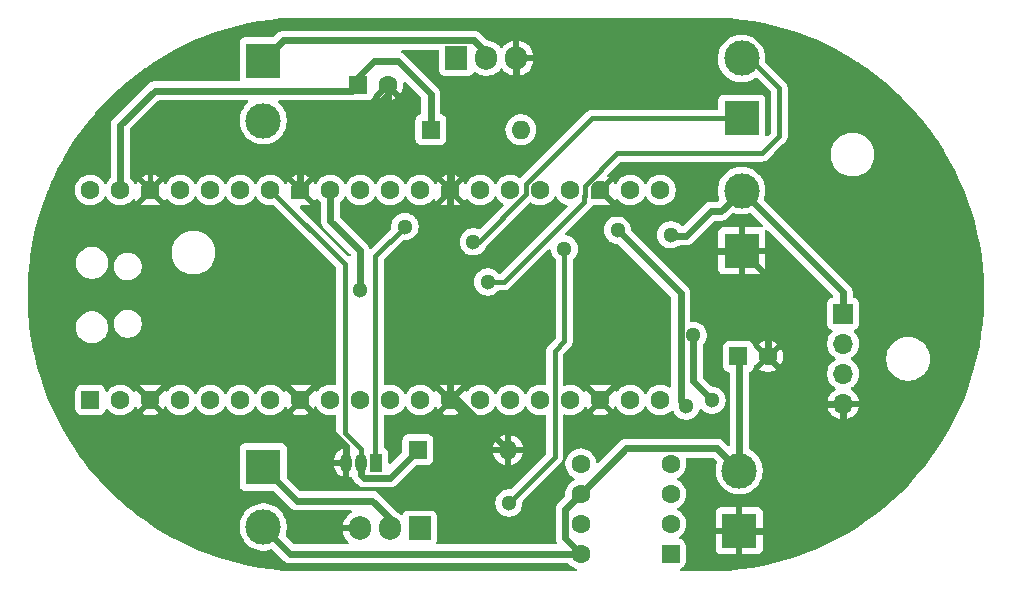
<source format=gbr>
%TF.GenerationSoftware,KiCad,Pcbnew,9.0.0*%
%TF.CreationDate,2025-03-14T14:41:01+01:00*%
%TF.ProjectId,LEDstripDrv2.0,4c454473-7472-4697-9044-7276322e302e,rev?*%
%TF.SameCoordinates,Original*%
%TF.FileFunction,Copper,L2,Bot*%
%TF.FilePolarity,Positive*%
%FSLAX46Y46*%
G04 Gerber Fmt 4.6, Leading zero omitted, Abs format (unit mm)*
G04 Created by KiCad (PCBNEW 9.0.0) date 2025-03-14 14:41:01*
%MOMM*%
%LPD*%
G01*
G04 APERTURE LIST*
G04 Aperture macros list*
%AMRoundRect*
0 Rectangle with rounded corners*
0 $1 Rounding radius*
0 $2 $3 $4 $5 $6 $7 $8 $9 X,Y pos of 4 corners*
0 Add a 4 corners polygon primitive as box body*
4,1,4,$2,$3,$4,$5,$6,$7,$8,$9,$2,$3,0*
0 Add four circle primitives for the rounded corners*
1,1,$1+$1,$2,$3*
1,1,$1+$1,$4,$5*
1,1,$1+$1,$6,$7*
1,1,$1+$1,$8,$9*
0 Add four rect primitives between the rounded corners*
20,1,$1+$1,$2,$3,$4,$5,0*
20,1,$1+$1,$4,$5,$6,$7,0*
20,1,$1+$1,$6,$7,$8,$9,0*
20,1,$1+$1,$8,$9,$2,$3,0*%
%AMFreePoly0*
4,1,37,0.603843,0.796157,0.639018,0.796157,0.711114,0.766294,0.766294,0.711114,0.796157,0.639018,0.796157,0.603843,0.800000,0.600000,0.800000,-0.600000,0.796157,-0.603843,0.796157,-0.639018,0.766294,-0.711114,0.711114,-0.766294,0.639018,-0.796157,0.603843,-0.796157,0.600000,-0.800000,0.000000,-0.800000,0.000000,-0.796148,-0.078414,-0.796148,-0.232228,-0.765552,-0.377117,-0.705537,
-0.507515,-0.618408,-0.618408,-0.507515,-0.705537,-0.377117,-0.765552,-0.232228,-0.796148,-0.078414,-0.796148,0.078414,-0.765552,0.232228,-0.705537,0.377117,-0.618408,0.507515,-0.507515,0.618408,-0.377117,0.705537,-0.232228,0.765552,-0.078414,0.796148,0.000000,0.796148,0.000000,0.800000,0.600000,0.800000,0.603843,0.796157,0.603843,0.796157,$1*%
%AMFreePoly1*
4,1,37,0.000000,0.796148,0.078414,0.796148,0.232228,0.765552,0.377117,0.705537,0.507515,0.618408,0.618408,0.507515,0.705537,0.377117,0.765552,0.232228,0.796148,0.078414,0.796148,-0.078414,0.765552,-0.232228,0.705537,-0.377117,0.618408,-0.507515,0.507515,-0.618408,0.377117,-0.705537,0.232228,-0.765552,0.078414,-0.796148,0.000000,-0.796148,0.000000,-0.800000,-0.600000,-0.800000,
-0.603843,-0.796157,-0.639018,-0.796157,-0.711114,-0.766294,-0.766294,-0.711114,-0.796157,-0.639018,-0.796157,-0.603843,-0.800000,-0.600000,-0.800000,0.600000,-0.796157,0.603843,-0.796157,0.639018,-0.766294,0.711114,-0.711114,0.766294,-0.639018,0.796157,-0.603843,0.796157,-0.600000,0.800000,0.000000,0.800000,0.000000,0.796148,0.000000,0.796148,$1*%
G04 Aperture macros list end*
%TA.AperFunction,ComponentPad*%
%ADD10R,1.600000X1.600000*%
%TD*%
%TA.AperFunction,ComponentPad*%
%ADD11C,1.600000*%
%TD*%
%TA.AperFunction,ComponentPad*%
%ADD12R,1.050000X1.500000*%
%TD*%
%TA.AperFunction,ComponentPad*%
%ADD13O,1.050000X1.500000*%
%TD*%
%TA.AperFunction,ComponentPad*%
%ADD14O,1.600000X1.600000*%
%TD*%
%TA.AperFunction,ComponentPad*%
%ADD15R,1.905000X2.000000*%
%TD*%
%TA.AperFunction,ComponentPad*%
%ADD16O,1.905000X2.000000*%
%TD*%
%TA.AperFunction,ComponentPad*%
%ADD17R,3.000000X3.000000*%
%TD*%
%TA.AperFunction,ComponentPad*%
%ADD18C,3.000000*%
%TD*%
%TA.AperFunction,ComponentPad*%
%ADD19RoundRect,0.250000X0.550000X0.550000X-0.550000X0.550000X-0.550000X-0.550000X0.550000X-0.550000X0*%
%TD*%
%TA.AperFunction,ComponentPad*%
%ADD20RoundRect,0.200000X0.600000X-0.600000X0.600000X0.600000X-0.600000X0.600000X-0.600000X-0.600000X0*%
%TD*%
%TA.AperFunction,ComponentPad*%
%ADD21FreePoly0,90.000000*%
%TD*%
%TA.AperFunction,ComponentPad*%
%ADD22FreePoly1,90.000000*%
%TD*%
%TA.AperFunction,ComponentPad*%
%ADD23R,1.700000X1.700000*%
%TD*%
%TA.AperFunction,ComponentPad*%
%ADD24O,1.700000X1.700000*%
%TD*%
%TA.AperFunction,ViaPad*%
%ADD25C,1.300000*%
%TD*%
%TA.AperFunction,Conductor*%
%ADD26C,0.600000*%
%TD*%
%TA.AperFunction,Conductor*%
%ADD27C,0.400000*%
%TD*%
G04 APERTURE END LIST*
D10*
%TO.P,C2,1*%
%TO.N,+24V*%
X164238606Y-100700000D03*
D11*
%TO.P,C2,2*%
%TO.N,GND*%
X166738606Y-100700000D03*
%TD*%
D12*
%TO.P,U3,1,+V_{S}*%
%TO.N,Net-(A1-VSYS)*%
X133570000Y-109700000D03*
D13*
%TO.P,U3,2,V_{OUT}*%
%TO.N,Net-(A1-GPIO28_ADC2)*%
X132300000Y-109700000D03*
%TO.P,U3,3,GND*%
%TO.N,GND*%
X131030000Y-109700000D03*
%TD*%
D10*
%TO.P,D3,1,K*%
%TO.N,Net-(A1-VSYS)*%
X138190000Y-81500000D03*
D14*
%TO.P,D3,2,A*%
%TO.N,Net-(D3-A)*%
X145810000Y-81500000D03*
%TD*%
D10*
%TO.P,D1,1,K*%
%TO.N,Net-(A1-GPIO28_ADC2)*%
X137090000Y-108600000D03*
D14*
%TO.P,D1,2,A*%
%TO.N,GND*%
X144710000Y-108600000D03*
%TD*%
D15*
%TO.P,Q2,1,G*%
%TO.N,Net-(Q2-G)*%
X137240000Y-115255000D03*
D16*
%TO.P,Q2,2,D*%
%TO.N,Net-(J2-Pin_1)*%
X134700000Y-115255000D03*
%TO.P,Q2,3,S*%
%TO.N,GND*%
X132160000Y-115255000D03*
%TD*%
D17*
%TO.P,J4,1,Pin_1*%
%TO.N,GND*%
X164300000Y-115440000D03*
D18*
%TO.P,J4,2,Pin_2*%
%TO.N,+24V*%
X164300000Y-110360000D03*
%TD*%
D10*
%TO.P,C1,1*%
%TO.N,Net-(A1-VSYS)*%
X132038606Y-77700000D03*
D11*
%TO.P,C1,2*%
%TO.N,GND*%
X134538606Y-77700000D03*
%TD*%
D19*
%TO.P,U5,1*%
%TO.N,Net-(A1-GPIO16)*%
X158505000Y-117410000D03*
D11*
%TO.P,U5,2*%
%TO.N,Net-(R3-Pad2)*%
X158505000Y-114870000D03*
%TO.P,U5,3*%
%TO.N,Net-(A1-GPIO17)*%
X158505000Y-112330000D03*
%TO.P,U5,4*%
%TO.N,Net-(R4-Pad2)*%
X158505000Y-109790000D03*
%TO.P,U5,5*%
%TO.N,Net-(R5-Pad1)*%
X150885000Y-109790000D03*
%TO.P,U5,6*%
%TO.N,+24V*%
X150885000Y-112330000D03*
%TO.P,U5,7*%
%TO.N,Net-(R1-Pad1)*%
X150885000Y-114870000D03*
%TO.P,U5,8*%
%TO.N,+24V*%
X150885000Y-117410000D03*
%TD*%
D15*
%TO.P,Q1,1,G*%
%TO.N,Net-(Q1-G)*%
X140360000Y-75445000D03*
D16*
%TO.P,Q1,2,D*%
%TO.N,Net-(J1-Pin_1)*%
X142900000Y-75445000D03*
%TO.P,Q1,3,S*%
%TO.N,GND*%
X145440000Y-75445000D03*
%TD*%
D20*
%TO.P,A1,1,GPIO0*%
%TO.N,Net-(A1-GPIO0)*%
X109370000Y-104390000D03*
D11*
%TO.P,A1,2,GPIO1*%
%TO.N,Net-(A1-GPIO1)*%
X111910000Y-104390000D03*
D21*
%TO.P,A1,3,GND*%
%TO.N,GND*%
X114450000Y-104390000D03*
D11*
%TO.P,A1,4,GPIO2*%
%TO.N,unconnected-(A1-GPIO2-Pad4)*%
X116990000Y-104390000D03*
%TO.P,A1,5,GPIO3*%
%TO.N,unconnected-(A1-GPIO3-Pad5)*%
X119530000Y-104390000D03*
%TO.P,A1,6,GPIO4*%
%TO.N,unconnected-(A1-GPIO4-Pad6)*%
X122070000Y-104390000D03*
%TO.P,A1,7,GPIO5*%
%TO.N,unconnected-(A1-GPIO5-Pad7)*%
X124610000Y-104390000D03*
D21*
%TO.P,A1,8,GND*%
%TO.N,GND*%
X127150000Y-104390000D03*
D11*
%TO.P,A1,9,GPIO6*%
%TO.N,unconnected-(A1-GPIO6-Pad9)*%
X129690000Y-104390000D03*
%TO.P,A1,10,GPIO7*%
%TO.N,unconnected-(A1-GPIO7-Pad10)*%
X132230000Y-104390000D03*
%TO.P,A1,11,GPIO8*%
%TO.N,unconnected-(A1-GPIO8-Pad11)*%
X134770000Y-104390000D03*
%TO.P,A1,12,GPIO9*%
%TO.N,unconnected-(A1-GPIO9-Pad12)*%
X137310000Y-104390000D03*
D21*
%TO.P,A1,13,GND*%
%TO.N,GND*%
X139850000Y-104390000D03*
D11*
%TO.P,A1,14,GPIO10*%
%TO.N,unconnected-(A1-GPIO10-Pad14)*%
X142390000Y-104390000D03*
%TO.P,A1,15,GPIO11*%
%TO.N,unconnected-(A1-GPIO11-Pad15)*%
X144930000Y-104390000D03*
%TO.P,A1,16,GPIO12*%
%TO.N,unconnected-(A1-GPIO12-Pad16)*%
X147470000Y-104390000D03*
%TO.P,A1,17,GPIO13*%
%TO.N,unconnected-(A1-GPIO13-Pad17)*%
X150010000Y-104390000D03*
D21*
%TO.P,A1,18,GND*%
%TO.N,GND*%
X152550000Y-104390000D03*
D11*
%TO.P,A1,19,GPIO14*%
%TO.N,unconnected-(A1-GPIO14-Pad19)*%
X155090000Y-104390000D03*
%TO.P,A1,20,GPIO15*%
%TO.N,unconnected-(A1-GPIO15-Pad20)*%
X157630000Y-104390000D03*
%TO.P,A1,21,GPIO16*%
%TO.N,Net-(A1-GPIO16)*%
X157630000Y-86610000D03*
%TO.P,A1,22,GPIO17*%
%TO.N,Net-(A1-GPIO17)*%
X155090000Y-86610000D03*
D22*
%TO.P,A1,23,GND*%
%TO.N,GND*%
X152550000Y-86610000D03*
D11*
%TO.P,A1,24,GPIO18*%
%TO.N,unconnected-(A1-GPIO18-Pad24)*%
X150010000Y-86610000D03*
%TO.P,A1,25,GPIO19*%
%TO.N,unconnected-(A1-GPIO19-Pad25)*%
X147470000Y-86610000D03*
%TO.P,A1,26,GPIO20*%
%TO.N,unconnected-(A1-GPIO20-Pad26)*%
X144930000Y-86610000D03*
%TO.P,A1,27,GPIO21*%
%TO.N,unconnected-(A1-GPIO21-Pad27)*%
X142390000Y-86610000D03*
D22*
%TO.P,A1,28,GND*%
%TO.N,GND*%
X139850000Y-86610000D03*
D11*
%TO.P,A1,29,GPIO22*%
%TO.N,unconnected-(A1-GPIO22-Pad29)*%
X137310000Y-86610000D03*
%TO.P,A1,30,RUN*%
%TO.N,unconnected-(A1-RUN-Pad30)*%
X134770000Y-86610000D03*
%TO.P,A1,31,GPIO26_ADC0*%
%TO.N,Net-(A1-GPIO26_ADC0)*%
X132230000Y-86610000D03*
%TO.P,A1,32,GPIO27_ADC1*%
%TO.N,Net-(A1-GPIO27_ADC1)*%
X129690000Y-86610000D03*
D22*
%TO.P,A1,33,AGND*%
%TO.N,GND*%
X127150000Y-86610000D03*
D11*
%TO.P,A1,34,GPIO28_ADC2*%
%TO.N,Net-(A1-GPIO28_ADC2)*%
X124610000Y-86610000D03*
%TO.P,A1,35,ADC_VREF*%
%TO.N,unconnected-(A1-ADC_VREF-Pad35)*%
X122070000Y-86610000D03*
%TO.P,A1,36,3V3*%
%TO.N,Net-(A1-3V3)*%
X119530000Y-86610000D03*
%TO.P,A1,37,3V3_EN*%
%TO.N,unconnected-(A1-3V3_EN-Pad37)*%
X116990000Y-86610000D03*
D22*
%TO.P,A1,38,GND*%
%TO.N,GND*%
X114450000Y-86610000D03*
D11*
%TO.P,A1,39,VSYS*%
%TO.N,Net-(A1-VSYS)*%
X111910000Y-86610000D03*
%TO.P,A1,40,VBUS*%
%TO.N,unconnected-(A1-VBUS-Pad40)*%
X109370000Y-86610000D03*
%TD*%
D23*
%TO.P,J3,1,Pin_1*%
%TO.N,Net-(A1-3V3)*%
X173100000Y-97080000D03*
D24*
%TO.P,J3,2,Pin_2*%
%TO.N,Net-(A1-GPIO0)*%
X173100000Y-99620000D03*
%TO.P,J3,3,Pin_3*%
%TO.N,Net-(A1-GPIO1)*%
X173100000Y-102160000D03*
%TO.P,J3,4,Pin_4*%
%TO.N,GND*%
X173100000Y-104700000D03*
%TD*%
D17*
%TO.P,J1,1,Pin_1*%
%TO.N,Net-(J1-Pin_1)*%
X124000000Y-75660000D03*
D18*
%TO.P,J1,2,Pin_2*%
%TO.N,+24V*%
X124000000Y-80740000D03*
%TD*%
D17*
%TO.P,J5,1,Pin_1*%
%TO.N,GND*%
X164500000Y-91740000D03*
D18*
%TO.P,J5,2,Pin_2*%
%TO.N,Net-(A1-3V3)*%
X164500000Y-86660000D03*
%TD*%
D17*
%TO.P,J6,1,Pin_1*%
%TO.N,Net-(A1-GPIO26_ADC0)*%
X164500000Y-80540000D03*
D18*
%TO.P,J6,2,Pin_2*%
%TO.N,Net-(A1-GPIO27_ADC1)*%
X164500000Y-75460000D03*
%TD*%
D17*
%TO.P,J2,1,Pin_1*%
%TO.N,Net-(J2-Pin_1)*%
X124000000Y-110060000D03*
D18*
%TO.P,J2,2,Pin_2*%
%TO.N,+24V*%
X124000000Y-115140000D03*
%TD*%
D25*
%TO.N,Net-(R1-Pad1)*%
X144800000Y-113100000D03*
X149500000Y-91600000D03*
%TO.N,Net-(A1-GPIO16)*%
X162000000Y-104400000D03*
X160400000Y-98900000D03*
%TO.N,Net-(A1-GPIO17)*%
X154000000Y-90000000D03*
X159800000Y-104900000D03*
%TO.N,Net-(A1-GPIO26_ADC0)*%
X141800000Y-91000000D03*
%TO.N,Net-(A1-VSYS)*%
X136000000Y-89700000D03*
%TO.N,Net-(A1-GPIO27_ADC1)*%
X132200000Y-95100000D03*
X143000000Y-94400000D03*
%TO.N,Net-(A1-3V3)*%
X158500000Y-90400000D03*
%TD*%
D26*
%TO.N,Net-(A1-3V3)*%
X158600000Y-90500000D02*
X159800000Y-90500000D01*
D27*
X158500000Y-90400000D02*
X158600000Y-90500000D01*
D26*
%TO.N,GND*%
X139850000Y-86610000D02*
X139900000Y-86560000D01*
X134538606Y-77700000D02*
X134538606Y-80738606D01*
X134538606Y-77700000D02*
X134538606Y-78561394D01*
X134538606Y-78561394D02*
X133500000Y-79600000D01*
X137100000Y-83300000D02*
X138000000Y-83300000D01*
X127100000Y-82000000D02*
X127100000Y-86560000D01*
D27*
X125500000Y-83400000D02*
X127150000Y-85050000D01*
D26*
X114450000Y-104390000D02*
X117740000Y-101100000D01*
D27*
X116100000Y-83400000D02*
X125500000Y-83400000D01*
D26*
X145440000Y-77960000D02*
X145440000Y-75445000D01*
X131030000Y-109700000D02*
X131030000Y-108270000D01*
X173100000Y-104700000D02*
X170700000Y-104700000D01*
X133500000Y-79600000D02*
X129500000Y-79600000D01*
X134538606Y-80738606D02*
X137100000Y-83300000D01*
X123860000Y-101100000D02*
X127150000Y-104390000D01*
X173100000Y-104700000D02*
X173100000Y-109000000D01*
X139850000Y-85150000D02*
X139850000Y-86610000D01*
D27*
X114450000Y-85050000D02*
X116100000Y-83400000D01*
D26*
X166700000Y-93940000D02*
X166700000Y-100661394D01*
X139850000Y-104390000D02*
X139850000Y-86610000D01*
D27*
X127150000Y-85050000D02*
X127150000Y-86610000D01*
D26*
X131030000Y-108270000D02*
X127150000Y-104390000D01*
X166700000Y-100661394D02*
X166738606Y-100700000D01*
X170700000Y-104700000D02*
X166738606Y-100738606D01*
D27*
X114450000Y-86610000D02*
X114450000Y-85050000D01*
D26*
X173100000Y-109000000D02*
X166660000Y-115440000D01*
X139900000Y-86560000D02*
X139900000Y-83500000D01*
X138000000Y-83300000D02*
X139850000Y-85150000D01*
X117740000Y-101100000D02*
X123860000Y-101100000D01*
X144710000Y-108600000D02*
X140500000Y-104390000D01*
X157680000Y-91740000D02*
X164500000Y-91740000D01*
X152550000Y-86610000D02*
X157680000Y-91740000D01*
X166660000Y-115440000D02*
X164300000Y-115440000D01*
X127100000Y-86560000D02*
X127150000Y-86610000D01*
X164500000Y-91740000D02*
X166700000Y-93940000D01*
X139900000Y-83500000D02*
X145440000Y-77960000D01*
X140500000Y-104390000D02*
X139850000Y-104390000D01*
X166738606Y-100738606D02*
X166738606Y-100700000D01*
X129500000Y-79600000D02*
X127100000Y-82000000D01*
D27*
%TO.N,Net-(R1-Pad1)*%
X148671000Y-100229000D02*
X148671000Y-109229000D01*
X149500000Y-91600000D02*
X149500000Y-99400000D01*
X149500000Y-99400000D02*
X148671000Y-100229000D01*
X148671000Y-109229000D02*
X144800000Y-113100000D01*
D26*
%TO.N,Net-(A1-GPIO16)*%
X160400000Y-102800000D02*
X160400000Y-98900000D01*
X162000000Y-104400000D02*
X160400000Y-102800000D01*
%TO.N,Net-(A1-GPIO17)*%
X159349000Y-104449000D02*
X159349000Y-95349000D01*
X159349000Y-95349000D02*
X154000000Y-90000000D01*
X159800000Y-104900000D02*
X159349000Y-104449000D01*
D27*
%TO.N,Net-(A1-GPIO26_ADC0)*%
X146269000Y-86969471D02*
X142238471Y-91000000D01*
X146269000Y-86112529D02*
X146269000Y-86969471D01*
X151841529Y-80540000D02*
X146269000Y-86112529D01*
X142238471Y-91000000D02*
X141800000Y-91000000D01*
X164500000Y-80540000D02*
X151841529Y-80540000D01*
D26*
%TO.N,Net-(A1-VSYS)*%
X133400000Y-75700000D02*
X132038606Y-77061394D01*
X135400000Y-75700000D02*
X133400000Y-75700000D01*
D27*
X133500000Y-92200000D02*
X133500000Y-109630000D01*
D26*
X138190000Y-81500000D02*
X138190000Y-78490000D01*
X114800000Y-78200000D02*
X131538606Y-78200000D01*
D27*
X133500000Y-109630000D02*
X133570000Y-109700000D01*
X136000000Y-89700000D02*
X133500000Y-92200000D01*
D26*
X131538606Y-78200000D02*
X132038606Y-77700000D01*
X111900000Y-81100000D02*
X114800000Y-78200000D01*
X138190000Y-78490000D02*
X135400000Y-75700000D01*
X111910000Y-86610000D02*
X111900000Y-86600000D01*
X132038606Y-77061394D02*
X132038606Y-77700000D01*
X111900000Y-86600000D02*
X111900000Y-81100000D01*
D27*
%TO.N,Net-(A1-GPIO27_ADC1)*%
X151211000Y-87107471D02*
X151200000Y-87118471D01*
X151200000Y-87118471D02*
X151200000Y-87605016D01*
X167700000Y-78000000D02*
X167700000Y-82000000D01*
X164500000Y-75460000D02*
X165160000Y-75460000D01*
X151211000Y-86243456D02*
X151211000Y-87107471D01*
X144405016Y-94400000D02*
X143000000Y-94400000D01*
X151200000Y-87605016D02*
X144405016Y-94400000D01*
D26*
X132200000Y-95100000D02*
X132200000Y-91700000D01*
D27*
X167700000Y-82000000D02*
X166200000Y-83500000D01*
X166200000Y-83500000D02*
X153954456Y-83500000D01*
X165160000Y-75460000D02*
X167700000Y-78000000D01*
D26*
X129690000Y-89190000D02*
X129690000Y-86610000D01*
D27*
X153954456Y-83500000D02*
X151211000Y-86243456D01*
D26*
X132200000Y-91700000D02*
X129690000Y-89190000D01*
%TO.N,Net-(A1-GPIO28_ADC2)*%
X134739000Y-110951000D02*
X137090000Y-108600000D01*
X132300000Y-109700000D02*
X132300000Y-110707000D01*
D27*
X132300000Y-108548636D02*
X132300000Y-109700000D01*
D26*
X132300000Y-110707000D02*
X132544000Y-110951000D01*
D27*
X130891000Y-107139636D02*
X132300000Y-108548636D01*
X130891000Y-92891000D02*
X130891000Y-107139636D01*
X124610000Y-86610000D02*
X130891000Y-92891000D01*
D26*
X132544000Y-110951000D02*
X134739000Y-110951000D01*
%TO.N,Net-(A1-3V3)*%
X162760000Y-88400000D02*
X164500000Y-86660000D01*
X159800000Y-90500000D02*
X161900000Y-88400000D01*
X173100000Y-95260000D02*
X173100000Y-97080000D01*
X161900000Y-88400000D02*
X162760000Y-88400000D01*
X164500000Y-86660000D02*
X173100000Y-95260000D01*
%TO.N,+24V*%
X164300000Y-100761394D02*
X164238606Y-100700000D01*
X149584000Y-113631000D02*
X149584000Y-116109000D01*
X164300000Y-110360000D02*
X164300000Y-100761394D01*
X149584000Y-116109000D02*
X150885000Y-117410000D01*
X164300000Y-110360000D02*
X162429000Y-108489000D01*
X150885000Y-112330000D02*
X149584000Y-113631000D01*
X162429000Y-108489000D02*
X154726000Y-108489000D01*
X124000000Y-115140000D02*
X126270000Y-117410000D01*
X154726000Y-108489000D02*
X150885000Y-112330000D01*
X126270000Y-117410000D02*
X150885000Y-117410000D01*
%TO.N,Net-(J1-Pin_1)*%
X124000000Y-75660000D02*
X125716000Y-73944000D01*
X142900000Y-75030500D02*
X142900000Y-75445000D01*
X141813500Y-73944000D02*
X142900000Y-75030500D01*
X125716000Y-73944000D02*
X141813500Y-73944000D01*
%TO.N,Net-(J2-Pin_1)*%
X124000000Y-110060000D02*
X126840000Y-112900000D01*
X133228352Y-112900000D02*
X134700000Y-114371648D01*
X126840000Y-112900000D02*
X133228352Y-112900000D01*
X134700000Y-114371648D02*
X134700000Y-115255000D01*
%TD*%
%TA.AperFunction,Conductor*%
%TO.N,GND*%
G36*
X141093136Y-87499584D02*
G01*
X141116553Y-87443052D01*
X141126668Y-87414379D01*
X141167533Y-87357706D01*
X141232551Y-87332123D01*
X141301078Y-87345752D01*
X141343924Y-87382744D01*
X141398028Y-87457212D01*
X141398032Y-87457217D01*
X141542786Y-87601971D01*
X141676383Y-87699033D01*
X141708390Y-87722287D01*
X141818143Y-87778209D01*
X141890776Y-87815218D01*
X141890778Y-87815218D01*
X141890781Y-87815220D01*
X141985771Y-87846084D01*
X142085465Y-87878477D01*
X142186557Y-87894488D01*
X142287648Y-87910500D01*
X142287649Y-87910500D01*
X142492351Y-87910500D01*
X142492352Y-87910500D01*
X142694534Y-87878477D01*
X142889219Y-87815220D01*
X143071610Y-87722287D01*
X143198270Y-87630264D01*
X143237213Y-87601971D01*
X143237215Y-87601968D01*
X143237219Y-87601966D01*
X143381966Y-87457219D01*
X143381968Y-87457215D01*
X143381971Y-87457213D01*
X143502284Y-87291614D01*
X143502285Y-87291613D01*
X143502287Y-87291610D01*
X143549516Y-87198917D01*
X143597489Y-87148123D01*
X143665310Y-87131328D01*
X143731445Y-87153865D01*
X143770483Y-87198917D01*
X143787219Y-87231762D01*
X143817715Y-87291614D01*
X143938028Y-87457213D01*
X144082786Y-87601971D01*
X144248385Y-87722284D01*
X144248387Y-87722285D01*
X144248390Y-87722287D01*
X144279912Y-87738348D01*
X144330708Y-87786322D01*
X144347503Y-87854143D01*
X144324966Y-87920278D01*
X144311298Y-87936514D01*
X142350003Y-89897809D01*
X142288680Y-89931294D01*
X142224004Y-89928059D01*
X142069410Y-89877829D01*
X141890551Y-89849500D01*
X141890546Y-89849500D01*
X141709454Y-89849500D01*
X141709449Y-89849500D01*
X141530589Y-89877829D01*
X141358363Y-89933787D01*
X141358360Y-89933788D01*
X141197002Y-90016006D01*
X141050505Y-90122441D01*
X141050500Y-90122445D01*
X140922445Y-90250500D01*
X140922441Y-90250505D01*
X140816006Y-90397002D01*
X140733788Y-90558360D01*
X140733787Y-90558363D01*
X140677829Y-90730589D01*
X140649500Y-90909448D01*
X140649500Y-91090551D01*
X140677829Y-91269410D01*
X140733787Y-91441636D01*
X140733788Y-91441639D01*
X140772128Y-91516884D01*
X140793463Y-91558756D01*
X140816006Y-91602997D01*
X140922441Y-91749494D01*
X140922445Y-91749499D01*
X141050500Y-91877554D01*
X141050505Y-91877558D01*
X141120546Y-91928445D01*
X141197006Y-91983996D01*
X141302484Y-92037740D01*
X141358360Y-92066211D01*
X141358363Y-92066212D01*
X141409848Y-92082940D01*
X141530591Y-92122171D01*
X141613429Y-92135291D01*
X141709449Y-92150500D01*
X141709454Y-92150500D01*
X141890551Y-92150500D01*
X141977259Y-92136765D01*
X142069409Y-92122171D01*
X142241639Y-92066211D01*
X142402994Y-91983996D01*
X142549501Y-91877553D01*
X142677553Y-91749501D01*
X142783996Y-91602994D01*
X142866211Y-91441639D01*
X142894900Y-91353338D01*
X142925147Y-91303979D01*
X146550433Y-87678693D01*
X146611754Y-87645210D01*
X146681446Y-87650194D01*
X146710993Y-87666055D01*
X146788390Y-87722287D01*
X146874561Y-87766193D01*
X146970776Y-87815218D01*
X146970778Y-87815218D01*
X146970781Y-87815220D01*
X147065771Y-87846084D01*
X147165465Y-87878477D01*
X147266557Y-87894488D01*
X147367648Y-87910500D01*
X147367649Y-87910500D01*
X147572351Y-87910500D01*
X147572352Y-87910500D01*
X147774534Y-87878477D01*
X147969219Y-87815220D01*
X148151610Y-87722287D01*
X148278270Y-87630264D01*
X148317213Y-87601971D01*
X148317215Y-87601968D01*
X148317219Y-87601966D01*
X148461966Y-87457219D01*
X148461968Y-87457215D01*
X148461971Y-87457213D01*
X148582284Y-87291614D01*
X148582285Y-87291613D01*
X148582287Y-87291610D01*
X148629516Y-87198917D01*
X148677489Y-87148123D01*
X148745310Y-87131328D01*
X148811445Y-87153865D01*
X148850483Y-87198917D01*
X148867219Y-87231762D01*
X148897715Y-87291614D01*
X149018028Y-87457213D01*
X149162786Y-87601971D01*
X149296383Y-87699033D01*
X149328390Y-87722287D01*
X149438143Y-87778209D01*
X149510776Y-87815218D01*
X149510778Y-87815218D01*
X149510781Y-87815220D01*
X149630574Y-87854143D01*
X149686929Y-87872454D01*
X149744604Y-87911892D01*
X149771802Y-87976250D01*
X149759887Y-88045097D01*
X149736291Y-88078066D01*
X144151178Y-93663181D01*
X144124250Y-93677884D01*
X144098432Y-93694477D01*
X144092231Y-93695368D01*
X144089855Y-93696666D01*
X144063497Y-93699500D01*
X143976336Y-93699500D01*
X143909297Y-93679815D01*
X143881493Y-93653555D01*
X143880725Y-93654212D01*
X143877554Y-93650500D01*
X143749499Y-93522445D01*
X143749494Y-93522441D01*
X143602997Y-93416006D01*
X143602996Y-93416005D01*
X143602994Y-93416004D01*
X143551300Y-93389664D01*
X143441639Y-93333788D01*
X143441636Y-93333787D01*
X143269410Y-93277829D01*
X143090551Y-93249500D01*
X143090546Y-93249500D01*
X142909454Y-93249500D01*
X142909449Y-93249500D01*
X142730589Y-93277829D01*
X142558363Y-93333787D01*
X142558360Y-93333788D01*
X142397002Y-93416006D01*
X142250505Y-93522441D01*
X142250500Y-93522445D01*
X142122445Y-93650500D01*
X142122441Y-93650505D01*
X142016006Y-93797002D01*
X141933788Y-93958360D01*
X141933787Y-93958363D01*
X141877829Y-94130589D01*
X141849500Y-94309448D01*
X141849500Y-94490551D01*
X141877829Y-94669410D01*
X141933787Y-94841636D01*
X141933788Y-94841639D01*
X141986001Y-94944111D01*
X141999104Y-94969827D01*
X142016006Y-95002997D01*
X142122441Y-95149494D01*
X142122445Y-95149499D01*
X142250500Y-95277554D01*
X142250505Y-95277558D01*
X142378287Y-95370396D01*
X142397006Y-95383996D01*
X142502484Y-95437740D01*
X142558360Y-95466211D01*
X142558363Y-95466212D01*
X142644476Y-95494191D01*
X142730591Y-95522171D01*
X142813429Y-95535291D01*
X142909449Y-95550500D01*
X142909454Y-95550500D01*
X143090551Y-95550500D01*
X143177259Y-95536765D01*
X143269409Y-95522171D01*
X143441639Y-95466211D01*
X143602994Y-95383996D01*
X143749501Y-95277553D01*
X143877553Y-95149501D01*
X143877558Y-95149494D01*
X143880725Y-95145788D01*
X143882077Y-95146943D01*
X143931343Y-95108951D01*
X143976336Y-95100500D01*
X144474012Y-95100500D01*
X144565056Y-95082389D01*
X144609344Y-95073580D01*
X144673085Y-95047177D01*
X144736823Y-95020777D01*
X144736824Y-95020776D01*
X144736827Y-95020775D01*
X144851559Y-94944114D01*
X148144004Y-91651667D01*
X148205325Y-91618184D01*
X148275017Y-91623168D01*
X148330950Y-91665040D01*
X148354156Y-91719951D01*
X148377829Y-91869410D01*
X148433787Y-92041636D01*
X148433788Y-92041639D01*
X148463523Y-92099995D01*
X148513032Y-92197162D01*
X148516006Y-92202997D01*
X148622441Y-92349494D01*
X148622445Y-92349499D01*
X148750500Y-92477554D01*
X148754212Y-92480725D01*
X148753056Y-92482077D01*
X148791049Y-92531343D01*
X148799500Y-92576336D01*
X148799500Y-99058480D01*
X148779815Y-99125519D01*
X148763181Y-99146161D01*
X148126888Y-99782453D01*
X148126887Y-99782454D01*
X148050222Y-99897192D01*
X147997421Y-100024667D01*
X147997418Y-100024679D01*
X147974796Y-100138409D01*
X147974796Y-100138413D01*
X147970500Y-100160006D01*
X147970500Y-103014524D01*
X147950815Y-103081563D01*
X147898011Y-103127318D01*
X147828853Y-103137262D01*
X147808183Y-103132455D01*
X147774542Y-103121524D01*
X147774535Y-103121523D01*
X147673086Y-103105455D01*
X147572352Y-103089500D01*
X147367648Y-103089500D01*
X147343329Y-103093351D01*
X147165465Y-103121522D01*
X146970776Y-103184781D01*
X146788386Y-103277715D01*
X146622786Y-103398028D01*
X146478028Y-103542786D01*
X146357715Y-103708386D01*
X146310485Y-103801080D01*
X146262510Y-103851876D01*
X146194689Y-103868671D01*
X146128554Y-103846134D01*
X146089515Y-103801080D01*
X146076390Y-103775321D01*
X146042287Y-103708390D01*
X146011653Y-103666225D01*
X145921971Y-103542786D01*
X145777213Y-103398028D01*
X145611613Y-103277715D01*
X145611612Y-103277714D01*
X145611610Y-103277713D01*
X145526855Y-103234528D01*
X145429223Y-103184781D01*
X145234534Y-103121522D01*
X145059995Y-103093878D01*
X145032352Y-103089500D01*
X144827648Y-103089500D01*
X144803329Y-103093351D01*
X144625465Y-103121522D01*
X144430776Y-103184781D01*
X144248386Y-103277715D01*
X144082786Y-103398028D01*
X143938028Y-103542786D01*
X143817715Y-103708386D01*
X143770485Y-103801080D01*
X143722510Y-103851876D01*
X143654689Y-103868671D01*
X143588554Y-103846134D01*
X143549515Y-103801080D01*
X143536390Y-103775321D01*
X143502287Y-103708390D01*
X143471653Y-103666225D01*
X143381971Y-103542786D01*
X143237213Y-103398028D01*
X143071613Y-103277715D01*
X143071612Y-103277714D01*
X143071610Y-103277713D01*
X142986855Y-103234528D01*
X142889223Y-103184781D01*
X142694534Y-103121522D01*
X142519995Y-103093878D01*
X142492352Y-103089500D01*
X142287648Y-103089500D01*
X142263329Y-103093351D01*
X142085465Y-103121522D01*
X141890776Y-103184781D01*
X141708386Y-103277715D01*
X141542786Y-103398028D01*
X141398032Y-103542782D01*
X141398026Y-103542789D01*
X141342231Y-103619584D01*
X141286901Y-103662250D01*
X141217288Y-103668228D01*
X141155493Y-103635622D01*
X141121765Y-103577361D01*
X141116559Y-103556965D01*
X141116559Y-103556962D01*
X141093135Y-103500414D01*
X140332962Y-104260588D01*
X140315925Y-104197007D01*
X140250099Y-104082993D01*
X140157007Y-103989901D01*
X140042993Y-103924075D01*
X139979410Y-103907037D01*
X140739584Y-103146862D01*
X140683059Y-103123449D01*
X140632053Y-103105455D01*
X140489780Y-103085000D01*
X139210214Y-103085000D01*
X139156237Y-103087893D01*
X139156235Y-103087893D01*
X139016976Y-103123436D01*
X139016962Y-103123441D01*
X138960415Y-103146863D01*
X139720589Y-103907037D01*
X139657007Y-103924075D01*
X139542993Y-103989901D01*
X139449901Y-104082993D01*
X139384075Y-104197007D01*
X139367037Y-104260589D01*
X138606863Y-103500415D01*
X138606862Y-103500415D01*
X138583446Y-103556947D01*
X138583439Y-103556965D01*
X138573330Y-103585623D01*
X138532464Y-103642295D01*
X138467446Y-103667876D01*
X138398918Y-103654246D01*
X138356075Y-103617255D01*
X138301971Y-103542786D01*
X138157213Y-103398028D01*
X138005763Y-103287995D01*
X137991613Y-103277715D01*
X137991612Y-103277714D01*
X137991610Y-103277713D01*
X137906855Y-103234528D01*
X137809223Y-103184781D01*
X137614534Y-103121522D01*
X137439995Y-103093878D01*
X137412352Y-103089500D01*
X137207648Y-103089500D01*
X137183329Y-103093351D01*
X137005465Y-103121522D01*
X136810776Y-103184781D01*
X136628386Y-103277715D01*
X136462786Y-103398028D01*
X136318028Y-103542786D01*
X136197715Y-103708386D01*
X136150485Y-103801080D01*
X136102510Y-103851876D01*
X136034689Y-103868671D01*
X135968554Y-103846134D01*
X135929515Y-103801080D01*
X135916390Y-103775321D01*
X135882287Y-103708390D01*
X135851653Y-103666225D01*
X135761971Y-103542786D01*
X135617213Y-103398028D01*
X135451613Y-103277715D01*
X135451612Y-103277714D01*
X135451610Y-103277713D01*
X135366855Y-103234528D01*
X135269223Y-103184781D01*
X135074534Y-103121522D01*
X134899995Y-103093878D01*
X134872352Y-103089500D01*
X134667648Y-103089500D01*
X134600254Y-103100174D01*
X134465464Y-103121523D01*
X134465461Y-103121523D01*
X134362818Y-103154875D01*
X134292977Y-103156870D01*
X134233144Y-103120790D01*
X134202316Y-103058089D01*
X134200500Y-103036944D01*
X134200500Y-92541518D01*
X134220185Y-92474479D01*
X134236814Y-92453842D01*
X135804956Y-90885699D01*
X135866277Y-90852216D01*
X135904510Y-90851125D01*
X135904590Y-90850118D01*
X135909447Y-90850500D01*
X135909454Y-90850500D01*
X136090551Y-90850500D01*
X136177259Y-90836765D01*
X136269409Y-90822171D01*
X136441639Y-90766211D01*
X136602994Y-90683996D01*
X136749501Y-90577553D01*
X136877553Y-90449501D01*
X136983996Y-90302994D01*
X137066211Y-90141639D01*
X137122171Y-89969409D01*
X137146326Y-89816901D01*
X137150500Y-89790551D01*
X137150500Y-89609448D01*
X137134019Y-89505397D01*
X137122171Y-89430591D01*
X137090718Y-89333787D01*
X137066212Y-89258363D01*
X137066211Y-89258360D01*
X137021055Y-89169738D01*
X136983996Y-89097006D01*
X136929348Y-89021789D01*
X136877558Y-88950505D01*
X136877554Y-88950500D01*
X136749499Y-88822445D01*
X136749494Y-88822441D01*
X136602997Y-88716006D01*
X136602996Y-88716005D01*
X136602994Y-88716004D01*
X136551300Y-88689664D01*
X136441639Y-88633788D01*
X136441636Y-88633787D01*
X136269410Y-88577829D01*
X136090551Y-88549500D01*
X136090546Y-88549500D01*
X135909454Y-88549500D01*
X135909449Y-88549500D01*
X135730589Y-88577829D01*
X135558363Y-88633787D01*
X135558360Y-88633788D01*
X135397002Y-88716006D01*
X135250505Y-88822441D01*
X135250500Y-88822445D01*
X135122445Y-88950500D01*
X135122441Y-88950505D01*
X135016006Y-89097002D01*
X134933788Y-89258360D01*
X134933787Y-89258363D01*
X134877829Y-89430589D01*
X134849500Y-89609448D01*
X134849500Y-89790551D01*
X134849882Y-89795408D01*
X134848114Y-89795547D01*
X134840128Y-89857275D01*
X134814298Y-89895043D01*
X133179087Y-91530255D01*
X133117764Y-91563740D01*
X133048072Y-91558756D01*
X132992139Y-91516884D01*
X132972182Y-91472129D01*
X132971506Y-91472335D01*
X132969870Y-91466942D01*
X132969787Y-91466757D01*
X132969737Y-91466503D01*
X132969735Y-91466497D01*
X132909397Y-91320827D01*
X132909390Y-91320814D01*
X132821790Y-91189712D01*
X132781572Y-91149494D01*
X132710289Y-91078211D01*
X130526819Y-88894741D01*
X130493334Y-88833418D01*
X130490500Y-88807060D01*
X130490500Y-87699033D01*
X130510185Y-87631994D01*
X130533962Y-87604748D01*
X130537212Y-87601971D01*
X130537219Y-87601966D01*
X130681966Y-87457219D01*
X130681968Y-87457215D01*
X130681971Y-87457213D01*
X130802284Y-87291614D01*
X130802285Y-87291613D01*
X130802287Y-87291610D01*
X130849516Y-87198917D01*
X130897489Y-87148123D01*
X130965310Y-87131328D01*
X131031445Y-87153865D01*
X131070483Y-87198917D01*
X131087219Y-87231762D01*
X131117715Y-87291614D01*
X131238028Y-87457213D01*
X131382786Y-87601971D01*
X131516383Y-87699033D01*
X131548390Y-87722287D01*
X131658143Y-87778209D01*
X131730776Y-87815218D01*
X131730778Y-87815218D01*
X131730781Y-87815220D01*
X131825771Y-87846084D01*
X131925465Y-87878477D01*
X132026557Y-87894488D01*
X132127648Y-87910500D01*
X132127649Y-87910500D01*
X132332351Y-87910500D01*
X132332352Y-87910500D01*
X132534534Y-87878477D01*
X132729219Y-87815220D01*
X132911610Y-87722287D01*
X133038270Y-87630264D01*
X133077213Y-87601971D01*
X133077215Y-87601968D01*
X133077219Y-87601966D01*
X133221966Y-87457219D01*
X133221968Y-87457215D01*
X133221971Y-87457213D01*
X133342284Y-87291614D01*
X133342285Y-87291613D01*
X133342287Y-87291610D01*
X133389516Y-87198917D01*
X133437489Y-87148123D01*
X133505310Y-87131328D01*
X133571445Y-87153865D01*
X133610483Y-87198917D01*
X133627219Y-87231762D01*
X133657715Y-87291614D01*
X133778028Y-87457213D01*
X133922786Y-87601971D01*
X134056383Y-87699033D01*
X134088390Y-87722287D01*
X134198143Y-87778209D01*
X134270776Y-87815218D01*
X134270778Y-87815218D01*
X134270781Y-87815220D01*
X134365771Y-87846084D01*
X134465465Y-87878477D01*
X134566557Y-87894488D01*
X134667648Y-87910500D01*
X134667649Y-87910500D01*
X134872351Y-87910500D01*
X134872352Y-87910500D01*
X135074534Y-87878477D01*
X135269219Y-87815220D01*
X135451610Y-87722287D01*
X135578270Y-87630264D01*
X135617213Y-87601971D01*
X135617215Y-87601968D01*
X135617219Y-87601966D01*
X135761966Y-87457219D01*
X135761968Y-87457215D01*
X135761971Y-87457213D01*
X135882284Y-87291614D01*
X135882285Y-87291613D01*
X135882287Y-87291610D01*
X135929516Y-87198917D01*
X135977489Y-87148123D01*
X136045310Y-87131328D01*
X136111445Y-87153865D01*
X136150483Y-87198917D01*
X136167219Y-87231762D01*
X136197715Y-87291614D01*
X136318028Y-87457213D01*
X136462786Y-87601971D01*
X136596383Y-87699033D01*
X136628390Y-87722287D01*
X136738143Y-87778209D01*
X136810776Y-87815218D01*
X136810778Y-87815218D01*
X136810781Y-87815220D01*
X136905771Y-87846084D01*
X137005465Y-87878477D01*
X137106557Y-87894488D01*
X137207648Y-87910500D01*
X137207649Y-87910500D01*
X137412351Y-87910500D01*
X137412352Y-87910500D01*
X137614534Y-87878477D01*
X137809219Y-87815220D01*
X137991610Y-87722287D01*
X138023617Y-87699033D01*
X138157213Y-87601971D01*
X138157215Y-87601968D01*
X138157219Y-87601966D01*
X138301966Y-87457219D01*
X138357766Y-87380415D01*
X138413096Y-87337750D01*
X138482710Y-87331771D01*
X138544505Y-87364376D01*
X138578233Y-87422635D01*
X138583438Y-87443030D01*
X138583442Y-87443043D01*
X138606862Y-87499584D01*
X139367037Y-86739410D01*
X139384075Y-86802993D01*
X139449901Y-86917007D01*
X139542993Y-87010099D01*
X139657007Y-87075925D01*
X139720589Y-87092962D01*
X138960414Y-87853135D01*
X139016960Y-87876557D01*
X139016964Y-87876559D01*
X139067946Y-87894544D01*
X139210219Y-87914999D01*
X139210221Y-87915000D01*
X140489786Y-87915000D01*
X140543762Y-87912106D01*
X140543764Y-87912106D01*
X140683039Y-87876558D01*
X140739584Y-87853136D01*
X140739584Y-87853135D01*
X139979410Y-87092962D01*
X140042993Y-87075925D01*
X140157007Y-87010099D01*
X140250099Y-86917007D01*
X140315925Y-86802993D01*
X140332962Y-86739410D01*
X141093136Y-87499584D01*
G37*
%TD.AperFunction*%
%TA.AperFunction,Conductor*%
G36*
X128393135Y-87499584D02*
G01*
X128393136Y-87499584D01*
X128416553Y-87443052D01*
X128426668Y-87414379D01*
X128467533Y-87357706D01*
X128532551Y-87332123D01*
X128601078Y-87345752D01*
X128643924Y-87382744D01*
X128698028Y-87457212D01*
X128698032Y-87457217D01*
X128842779Y-87601964D01*
X128846038Y-87604748D01*
X128884227Y-87663258D01*
X128889500Y-87699033D01*
X128889500Y-89268846D01*
X128920261Y-89423489D01*
X128920264Y-89423501D01*
X128980602Y-89569172D01*
X128980609Y-89569185D01*
X129068210Y-89700288D01*
X129068213Y-89700292D01*
X131363181Y-91995259D01*
X131377884Y-92022186D01*
X131394477Y-92048005D01*
X131395368Y-92054205D01*
X131396666Y-92056582D01*
X131399500Y-92082940D01*
X131399500Y-92109481D01*
X131379815Y-92176520D01*
X131327011Y-92222275D01*
X131257853Y-92232219D01*
X131194297Y-92203194D01*
X131187819Y-92197162D01*
X127117338Y-88126681D01*
X127083853Y-88065358D01*
X127088837Y-87995666D01*
X127130709Y-87939733D01*
X127196173Y-87915316D01*
X127205019Y-87915000D01*
X127789786Y-87915000D01*
X127843762Y-87912106D01*
X127843764Y-87912106D01*
X127983039Y-87876558D01*
X128039584Y-87853136D01*
X128039584Y-87853135D01*
X127279410Y-87092962D01*
X127342993Y-87075925D01*
X127457007Y-87010099D01*
X127550099Y-86917007D01*
X127615925Y-86802993D01*
X127632962Y-86739411D01*
X128393135Y-87499584D01*
G37*
%TD.AperFunction*%
%TA.AperFunction,Conductor*%
G36*
X152395583Y-86133738D02*
G01*
X152357007Y-86144075D01*
X152242993Y-86209901D01*
X152149901Y-86302993D01*
X152084075Y-86417007D01*
X152072480Y-86460276D01*
X152069976Y-86455690D01*
X152074960Y-86385998D01*
X152103459Y-86341653D01*
X152281653Y-86163459D01*
X152342974Y-86129976D01*
X152395583Y-86133738D01*
G37*
%TD.AperFunction*%
%TA.AperFunction,Conductor*%
G36*
X161645202Y-72000653D02*
G01*
X161682692Y-72001489D01*
X162597751Y-72021895D01*
X162602747Y-72022108D01*
X163552560Y-72082120D01*
X163557565Y-72082539D01*
X164504105Y-72181242D01*
X164509124Y-72181869D01*
X164705616Y-72210501D01*
X165450857Y-72319099D01*
X165455793Y-72319920D01*
X166391196Y-72495461D01*
X166396123Y-72496491D01*
X167323521Y-72710026D01*
X167328388Y-72711251D01*
X168246353Y-72962450D01*
X168251172Y-72963875D01*
X169158091Y-73252299D01*
X169162863Y-73253924D01*
X170009138Y-73561605D01*
X170057244Y-73579095D01*
X170061961Y-73580919D01*
X170942389Y-73942325D01*
X170946979Y-73944320D01*
X171811890Y-74341318D01*
X171816425Y-74343513D01*
X172664435Y-74775469D01*
X172668895Y-74777856D01*
X172710906Y-74801461D01*
X173498560Y-75244031D01*
X173502901Y-75246588D01*
X174312881Y-75746231D01*
X174317082Y-75748942D01*
X174681789Y-75995000D01*
X175106029Y-76281224D01*
X175110164Y-76284139D01*
X175876675Y-76848109D01*
X175880688Y-76851189D01*
X176623591Y-77445985D01*
X176627475Y-77449227D01*
X177345495Y-78073829D01*
X177349243Y-78077227D01*
X177384827Y-78110827D01*
X177779777Y-78483760D01*
X178041157Y-78730568D01*
X178044760Y-78734111D01*
X178120643Y-78811859D01*
X178709485Y-79415172D01*
X178712944Y-79418864D01*
X178979726Y-79715500D01*
X179345473Y-80122177D01*
X179349313Y-80126446D01*
X179352615Y-80130272D01*
X179436463Y-80231522D01*
X179959616Y-80863254D01*
X179962754Y-80867204D01*
X180539340Y-81624322D01*
X180542301Y-81628379D01*
X181087532Y-82408399D01*
X181090345Y-82412604D01*
X181275716Y-82702285D01*
X181603300Y-83214206D01*
X181605921Y-83218492D01*
X181753064Y-83470521D01*
X182085748Y-84040346D01*
X182088209Y-84044766D01*
X182534106Y-84885494D01*
X182536385Y-84890011D01*
X182947616Y-85748227D01*
X182949709Y-85752833D01*
X183325594Y-86627118D01*
X183327497Y-86631805D01*
X183667411Y-87520706D01*
X183669118Y-87525462D01*
X183694020Y-87599500D01*
X183972489Y-88427481D01*
X183974003Y-88432308D01*
X184240317Y-89345918D01*
X184241634Y-89350803D01*
X184470468Y-90274553D01*
X184471584Y-90279487D01*
X184662544Y-91211789D01*
X184663458Y-91216765D01*
X184816232Y-92156088D01*
X184816942Y-92161097D01*
X184931273Y-93105866D01*
X184931778Y-93110900D01*
X185007473Y-94059526D01*
X185007773Y-94064576D01*
X185044712Y-95015537D01*
X185044805Y-95020595D01*
X185042925Y-95972243D01*
X185042812Y-95977301D01*
X185002111Y-96928109D01*
X185001791Y-96933158D01*
X184922344Y-97881478D01*
X184921819Y-97886510D01*
X184803753Y-98830823D01*
X184803023Y-98835829D01*
X184646538Y-99774522D01*
X184645605Y-99779494D01*
X184450954Y-100711056D01*
X184449818Y-100715986D01*
X184217337Y-101638806D01*
X184216001Y-101643686D01*
X183946074Y-102556242D01*
X183944541Y-102561063D01*
X183637603Y-103461885D01*
X183635874Y-103466639D01*
X183292451Y-104354181D01*
X183290529Y-104358861D01*
X182911195Y-105231640D01*
X182909084Y-105236238D01*
X182494467Y-106092810D01*
X182492171Y-106097318D01*
X182042937Y-106936307D01*
X182040458Y-106940717D01*
X181557404Y-107760632D01*
X181554748Y-107764938D01*
X181038622Y-108564513D01*
X181035792Y-108568706D01*
X180487499Y-109346535D01*
X180484500Y-109350610D01*
X179904937Y-110105425D01*
X179901775Y-110109374D01*
X179291895Y-110839931D01*
X179288574Y-110843748D01*
X178649414Y-111548807D01*
X178645941Y-111552485D01*
X177978530Y-112230908D01*
X177974909Y-112234441D01*
X177280405Y-112885052D01*
X177276643Y-112888435D01*
X176556156Y-113510195D01*
X176552259Y-113513421D01*
X175807036Y-114105253D01*
X175803011Y-114108318D01*
X175034245Y-114669275D01*
X175030098Y-114672173D01*
X174239116Y-115201287D01*
X174234855Y-115204014D01*
X173422909Y-115700448D01*
X173418540Y-115702998D01*
X172587042Y-116165887D01*
X172582572Y-116168257D01*
X171732899Y-116596834D01*
X171728337Y-116599020D01*
X170861865Y-116992594D01*
X170857217Y-116994592D01*
X169975424Y-117352490D01*
X169970698Y-117354297D01*
X169075026Y-117675931D01*
X169070231Y-117677543D01*
X168162193Y-117962374D01*
X168157336Y-117963789D01*
X167238443Y-118211340D01*
X167233532Y-118212556D01*
X166305311Y-118422419D01*
X166300355Y-118423434D01*
X165364334Y-118595261D01*
X165359340Y-118596073D01*
X164417079Y-118729577D01*
X164412057Y-118730184D01*
X163465153Y-118825140D01*
X163460110Y-118825542D01*
X162510115Y-118881794D01*
X162505059Y-118881990D01*
X161551879Y-118899475D01*
X161549608Y-118899496D01*
X161549085Y-118899496D01*
X161485139Y-118899365D01*
X161484635Y-118899497D01*
X161476159Y-118899498D01*
X161476158Y-118899497D01*
X161476156Y-118899498D01*
X159374169Y-118899498D01*
X159307130Y-118879813D01*
X159261375Y-118827009D01*
X159251431Y-118757851D01*
X159280456Y-118694295D01*
X159335161Y-118657794D01*
X159374334Y-118644814D01*
X159523656Y-118552712D01*
X159647712Y-118428656D01*
X159739814Y-118279334D01*
X159794999Y-118112797D01*
X159805500Y-118010009D01*
X159805499Y-116809992D01*
X159794999Y-116707203D01*
X159739814Y-116540666D01*
X159647712Y-116391344D01*
X159523656Y-116267288D01*
X159374334Y-116175186D01*
X159292427Y-116148044D01*
X159234984Y-116108272D01*
X159208161Y-116043756D01*
X159220476Y-115974980D01*
X159258547Y-115930021D01*
X159352219Y-115861966D01*
X159496966Y-115717219D01*
X159617287Y-115551610D01*
X159710220Y-115369219D01*
X159773477Y-115174534D01*
X159805500Y-114972352D01*
X159805500Y-114767648D01*
X159773477Y-114565466D01*
X159710220Y-114370781D01*
X159710218Y-114370778D01*
X159710218Y-114370776D01*
X159676503Y-114304607D01*
X159617287Y-114188390D01*
X159601173Y-114166211D01*
X159496971Y-114022786D01*
X159366340Y-113892155D01*
X162300000Y-113892155D01*
X162300000Y-115190000D01*
X163580936Y-115190000D01*
X163569207Y-115218316D01*
X163540000Y-115365147D01*
X163540000Y-115514853D01*
X163569207Y-115661684D01*
X163580936Y-115690000D01*
X162300000Y-115690000D01*
X162300000Y-116987844D01*
X162306401Y-117047372D01*
X162306403Y-117047379D01*
X162356645Y-117182086D01*
X162356649Y-117182093D01*
X162442809Y-117297187D01*
X162442812Y-117297190D01*
X162557906Y-117383350D01*
X162557913Y-117383354D01*
X162692620Y-117433596D01*
X162692627Y-117433598D01*
X162752155Y-117439999D01*
X162752172Y-117440000D01*
X164050000Y-117440000D01*
X164050000Y-116159064D01*
X164078316Y-116170793D01*
X164225147Y-116200000D01*
X164374853Y-116200000D01*
X164521684Y-116170793D01*
X164550000Y-116159064D01*
X164550000Y-117440000D01*
X165847828Y-117440000D01*
X165847844Y-117439999D01*
X165907372Y-117433598D01*
X165907379Y-117433596D01*
X166042086Y-117383354D01*
X166042093Y-117383350D01*
X166157187Y-117297190D01*
X166157190Y-117297187D01*
X166243350Y-117182093D01*
X166243354Y-117182086D01*
X166293596Y-117047379D01*
X166293598Y-117047372D01*
X166299999Y-116987844D01*
X166300000Y-116987827D01*
X166300000Y-115690000D01*
X165019064Y-115690000D01*
X165030793Y-115661684D01*
X165060000Y-115514853D01*
X165060000Y-115365147D01*
X165030793Y-115218316D01*
X165019064Y-115190000D01*
X166300000Y-115190000D01*
X166300000Y-113892172D01*
X166299999Y-113892155D01*
X166293598Y-113832627D01*
X166293596Y-113832620D01*
X166243354Y-113697913D01*
X166243350Y-113697906D01*
X166157190Y-113582812D01*
X166157187Y-113582809D01*
X166042093Y-113496649D01*
X166042086Y-113496645D01*
X165907379Y-113446403D01*
X165907372Y-113446401D01*
X165847844Y-113440000D01*
X164550000Y-113440000D01*
X164550000Y-114720935D01*
X164521684Y-114709207D01*
X164374853Y-114680000D01*
X164225147Y-114680000D01*
X164078316Y-114709207D01*
X164050000Y-114720935D01*
X164050000Y-113440000D01*
X162752155Y-113440000D01*
X162692627Y-113446401D01*
X162692620Y-113446403D01*
X162557913Y-113496645D01*
X162557906Y-113496649D01*
X162442812Y-113582809D01*
X162442809Y-113582812D01*
X162356649Y-113697906D01*
X162356645Y-113697913D01*
X162306403Y-113832620D01*
X162306401Y-113832627D01*
X162300000Y-113892155D01*
X159366340Y-113892155D01*
X159352213Y-113878028D01*
X159186614Y-113757715D01*
X159112957Y-113720185D01*
X159093917Y-113710483D01*
X159043123Y-113662511D01*
X159026328Y-113594690D01*
X159048865Y-113528555D01*
X159093917Y-113489516D01*
X159186610Y-113442287D01*
X159248241Y-113397510D01*
X159352213Y-113321971D01*
X159352215Y-113321968D01*
X159352219Y-113321966D01*
X159496966Y-113177219D01*
X159496968Y-113177215D01*
X159496971Y-113177213D01*
X159549732Y-113104590D01*
X159617287Y-113011610D01*
X159710220Y-112829219D01*
X159773477Y-112634534D01*
X159805500Y-112432352D01*
X159805500Y-112227648D01*
X159794476Y-112158046D01*
X159773477Y-112025465D01*
X159722080Y-111867282D01*
X159710220Y-111830781D01*
X159710218Y-111830778D01*
X159710218Y-111830776D01*
X159654150Y-111720738D01*
X159617287Y-111648390D01*
X159562361Y-111572790D01*
X159496971Y-111482786D01*
X159352213Y-111338028D01*
X159186614Y-111217715D01*
X159180006Y-111214348D01*
X159093917Y-111170483D01*
X159043123Y-111122511D01*
X159026328Y-111054690D01*
X159048865Y-110988555D01*
X159093917Y-110949516D01*
X159186610Y-110902287D01*
X159269754Y-110841880D01*
X159352213Y-110781971D01*
X159352215Y-110781968D01*
X159352219Y-110781966D01*
X159496966Y-110637219D01*
X159496968Y-110637215D01*
X159496971Y-110637213D01*
X159603117Y-110491113D01*
X159617287Y-110471610D01*
X159710220Y-110289219D01*
X159773477Y-110094534D01*
X159805500Y-109892352D01*
X159805500Y-109687648D01*
X159773477Y-109485466D01*
X159773475Y-109485462D01*
X159773475Y-109485457D01*
X159762545Y-109451817D01*
X159760550Y-109381976D01*
X159796631Y-109322144D01*
X159859332Y-109291316D01*
X159880476Y-109289500D01*
X162046060Y-109289500D01*
X162113099Y-109309185D01*
X162133741Y-109325819D01*
X162378718Y-109570796D01*
X162412203Y-109632119D01*
X162407219Y-109701811D01*
X162405602Y-109705920D01*
X162401608Y-109715564D01*
X162401606Y-109715571D01*
X162401602Y-109715581D01*
X162335462Y-109962422D01*
X162333730Y-109968885D01*
X162299500Y-110228872D01*
X162299500Y-110491127D01*
X162310991Y-110578403D01*
X162333730Y-110751116D01*
X162401602Y-111004418D01*
X162401605Y-111004428D01*
X162501953Y-111246690D01*
X162501958Y-111246700D01*
X162633075Y-111473803D01*
X162792718Y-111681851D01*
X162792726Y-111681860D01*
X162978140Y-111867274D01*
X162978148Y-111867281D01*
X163186196Y-112026924D01*
X163413299Y-112158041D01*
X163413309Y-112158046D01*
X163597763Y-112234449D01*
X163655581Y-112258398D01*
X163908884Y-112326270D01*
X164168880Y-112360500D01*
X164168887Y-112360500D01*
X164431113Y-112360500D01*
X164431120Y-112360500D01*
X164691116Y-112326270D01*
X164944419Y-112258398D01*
X165186697Y-112158043D01*
X165413803Y-112026924D01*
X165621851Y-111867282D01*
X165621855Y-111867277D01*
X165621860Y-111867274D01*
X165807274Y-111681860D01*
X165807277Y-111681855D01*
X165807282Y-111681851D01*
X165966924Y-111473803D01*
X166098043Y-111246697D01*
X166198398Y-111004419D01*
X166266270Y-110751116D01*
X166300500Y-110491120D01*
X166300500Y-110228880D01*
X166266270Y-109968884D01*
X166198398Y-109715581D01*
X166176643Y-109663060D01*
X166098046Y-109473309D01*
X166098041Y-109473299D01*
X165966924Y-109246196D01*
X165807281Y-109038148D01*
X165807274Y-109038140D01*
X165621860Y-108852726D01*
X165621851Y-108852718D01*
X165413803Y-108693075D01*
X165186707Y-108561962D01*
X165186700Y-108561959D01*
X165186697Y-108561957D01*
X165181840Y-108559945D01*
X165177039Y-108557956D01*
X165122639Y-108514111D01*
X165100579Y-108447815D01*
X165100500Y-108443398D01*
X165100500Y-102097189D01*
X165120185Y-102030150D01*
X165172989Y-101984395D01*
X165181158Y-101981010D01*
X165280937Y-101943796D01*
X165396152Y-101857546D01*
X165482402Y-101742331D01*
X165532697Y-101607483D01*
X165539106Y-101547873D01*
X165539105Y-101535612D01*
X165542681Y-101521052D01*
X165552948Y-101503380D01*
X165558673Y-101483760D01*
X165570145Y-101473783D01*
X165577783Y-101460640D01*
X165595973Y-101451325D01*
X165611398Y-101437913D01*
X165627886Y-101434984D01*
X165639973Y-101428795D01*
X165654624Y-101430234D01*
X165654860Y-101430192D01*
X166338606Y-100746446D01*
X166338606Y-100752661D01*
X166365865Y-100854394D01*
X166418526Y-100945606D01*
X166493000Y-101020080D01*
X166584212Y-101072741D01*
X166685945Y-101100000D01*
X166692159Y-101100000D01*
X166012682Y-101779474D01*
X166057256Y-101811859D01*
X166239574Y-101904755D01*
X166434188Y-101967990D01*
X166636289Y-102000000D01*
X166840923Y-102000000D01*
X167043023Y-101967990D01*
X167237637Y-101904755D01*
X167419955Y-101811859D01*
X167464527Y-101779474D01*
X166785053Y-101100000D01*
X166791267Y-101100000D01*
X166893000Y-101072741D01*
X166984212Y-101020080D01*
X167058686Y-100945606D01*
X167111347Y-100854394D01*
X167138606Y-100752661D01*
X167138606Y-100746447D01*
X167818080Y-101425921D01*
X167850465Y-101381349D01*
X167943361Y-101199031D01*
X168006596Y-101004417D01*
X168038606Y-100802317D01*
X168038606Y-100597682D01*
X168006596Y-100395582D01*
X167943361Y-100200968D01*
X167850465Y-100018650D01*
X167818080Y-99974077D01*
X167818080Y-99974076D01*
X167138606Y-100653551D01*
X167138606Y-100647339D01*
X167111347Y-100545606D01*
X167058686Y-100454394D01*
X166984212Y-100379920D01*
X166893000Y-100327259D01*
X166791267Y-100300000D01*
X166785052Y-100300000D01*
X167464528Y-99620524D01*
X167464527Y-99620523D01*
X167419965Y-99588147D01*
X167419956Y-99588141D01*
X167237637Y-99495244D01*
X167043023Y-99432009D01*
X166840923Y-99400000D01*
X166636289Y-99400000D01*
X166434188Y-99432009D01*
X166239574Y-99495244D01*
X166057250Y-99588143D01*
X166012683Y-99620523D01*
X166012683Y-99620524D01*
X166692160Y-100300000D01*
X166685945Y-100300000D01*
X166584212Y-100327259D01*
X166493000Y-100379920D01*
X166418526Y-100454394D01*
X166365865Y-100545606D01*
X166338606Y-100647339D01*
X166338606Y-100653553D01*
X165654119Y-99969066D01*
X165604455Y-99958633D01*
X165554699Y-99909581D01*
X165542682Y-99878947D01*
X165539105Y-99864378D01*
X165539105Y-99852128D01*
X165532697Y-99792517D01*
X165499818Y-99704365D01*
X165499817Y-99704359D01*
X165482403Y-99657671D01*
X165482399Y-99657664D01*
X165396153Y-99542455D01*
X165396150Y-99542452D01*
X165280941Y-99456206D01*
X165280934Y-99456202D01*
X165146088Y-99405908D01*
X165146089Y-99405908D01*
X165086489Y-99399501D01*
X165086487Y-99399500D01*
X165086479Y-99399500D01*
X165086470Y-99399500D01*
X163390735Y-99399500D01*
X163390729Y-99399501D01*
X163331122Y-99405908D01*
X163196277Y-99456202D01*
X163196270Y-99456206D01*
X163081061Y-99542452D01*
X163081058Y-99542455D01*
X162994812Y-99657664D01*
X162994808Y-99657671D01*
X162944514Y-99792517D01*
X162938107Y-99852116D01*
X162938106Y-99852135D01*
X162938106Y-101547870D01*
X162938107Y-101547876D01*
X162944514Y-101607483D01*
X162994808Y-101742328D01*
X162994812Y-101742335D01*
X163081058Y-101857544D01*
X163081061Y-101857547D01*
X163196270Y-101943793D01*
X163196277Y-101943797D01*
X163331123Y-101994091D01*
X163331122Y-101994091D01*
X163388756Y-102000288D01*
X163453307Y-102027026D01*
X163493155Y-102084419D01*
X163499500Y-102123577D01*
X163499500Y-108128059D01*
X163479815Y-108195098D01*
X163427011Y-108240853D01*
X163357853Y-108250797D01*
X163294297Y-108221772D01*
X163287819Y-108215740D01*
X162939292Y-107867213D01*
X162939288Y-107867210D01*
X162808185Y-107779609D01*
X162808172Y-107779602D01*
X162662501Y-107719264D01*
X162662489Y-107719261D01*
X162507845Y-107688500D01*
X162507842Y-107688500D01*
X154804842Y-107688500D01*
X154647157Y-107688500D01*
X154647155Y-107688500D01*
X154492508Y-107719261D01*
X154492498Y-107719264D01*
X154346827Y-107779602D01*
X154346814Y-107779609D01*
X154215712Y-107867209D01*
X154164272Y-107918650D01*
X154104211Y-107978711D01*
X154104209Y-107978713D01*
X152386265Y-109696655D01*
X152324942Y-109730140D01*
X152255250Y-109725156D01*
X152199317Y-109683284D01*
X152176111Y-109628372D01*
X152166992Y-109570796D01*
X152153477Y-109485466D01*
X152090220Y-109290781D01*
X152090218Y-109290778D01*
X152090218Y-109290776D01*
X152056503Y-109224607D01*
X151997287Y-109108390D01*
X151989556Y-109097749D01*
X151876971Y-108942786D01*
X151732213Y-108798028D01*
X151566613Y-108677715D01*
X151566612Y-108677714D01*
X151566610Y-108677713D01*
X151509653Y-108648691D01*
X151384223Y-108584781D01*
X151189534Y-108521522D01*
X151014995Y-108493878D01*
X150987352Y-108489500D01*
X150782648Y-108489500D01*
X150758329Y-108493351D01*
X150580465Y-108521522D01*
X150385776Y-108584781D01*
X150203386Y-108677715D01*
X150037786Y-108798028D01*
X149893028Y-108942786D01*
X149772715Y-109108386D01*
X149679781Y-109290776D01*
X149616522Y-109485465D01*
X149591677Y-109642335D01*
X149584500Y-109687648D01*
X149584500Y-109892352D01*
X149585454Y-109898376D01*
X149616522Y-110094534D01*
X149679781Y-110289223D01*
X149772715Y-110471613D01*
X149893028Y-110637213D01*
X150037786Y-110781971D01*
X150192749Y-110894556D01*
X150203390Y-110902287D01*
X150294840Y-110948883D01*
X150296080Y-110949515D01*
X150346876Y-110997490D01*
X150363671Y-111065311D01*
X150341134Y-111131446D01*
X150296080Y-111170485D01*
X150203386Y-111217715D01*
X150037786Y-111338028D01*
X149893028Y-111482786D01*
X149772715Y-111648386D01*
X149679781Y-111830776D01*
X149616522Y-112025465D01*
X149584500Y-112227648D01*
X149584500Y-112432359D01*
X149584835Y-112436619D01*
X149570467Y-112504996D01*
X149548898Y-112534022D01*
X149177968Y-112904954D01*
X149073711Y-113009211D01*
X149017960Y-113064962D01*
X148962209Y-113120712D01*
X148874609Y-113251814D01*
X148874602Y-113251827D01*
X148814264Y-113397498D01*
X148814261Y-113397510D01*
X148783500Y-113552153D01*
X148783500Y-116187846D01*
X148814261Y-116342489D01*
X148814264Y-116342501D01*
X148853841Y-116438048D01*
X148861310Y-116507517D01*
X148830035Y-116569996D01*
X148769946Y-116605648D01*
X148739280Y-116609500D01*
X138773053Y-116609500D01*
X138706014Y-116589815D01*
X138660259Y-116537011D01*
X138650315Y-116467853D01*
X138656871Y-116442167D01*
X138670995Y-116404297D01*
X138686591Y-116362483D01*
X138693000Y-116302873D01*
X138692999Y-114207128D01*
X138686591Y-114147517D01*
X138676660Y-114120891D01*
X138636297Y-114012671D01*
X138636293Y-114012664D01*
X138550047Y-113897455D01*
X138550044Y-113897452D01*
X138434835Y-113811206D01*
X138434828Y-113811202D01*
X138299982Y-113760908D01*
X138299983Y-113760908D01*
X138240383Y-113754501D01*
X138240381Y-113754500D01*
X138240373Y-113754500D01*
X138240364Y-113754500D01*
X136239629Y-113754500D01*
X136239623Y-113754501D01*
X136180016Y-113760908D01*
X136045171Y-113811202D01*
X136045164Y-113811206D01*
X135929955Y-113897452D01*
X135929952Y-113897455D01*
X135843706Y-114012664D01*
X135843703Y-114012670D01*
X135833308Y-114040541D01*
X135791436Y-114096474D01*
X135725972Y-114120891D01*
X135657699Y-114106039D01*
X135644250Y-114097531D01*
X135461538Y-113964783D01*
X135461537Y-113964782D01*
X135461535Y-113964781D01*
X135383258Y-113924896D01*
X135336452Y-113883303D01*
X135321789Y-113861359D01*
X135321786Y-113861355D01*
X133738644Y-112278213D01*
X133738640Y-112278210D01*
X133607537Y-112190609D01*
X133607524Y-112190602D01*
X133461853Y-112130264D01*
X133461841Y-112130261D01*
X133307197Y-112099500D01*
X133307194Y-112099500D01*
X127222940Y-112099500D01*
X127155901Y-112079815D01*
X127135259Y-112063181D01*
X126036818Y-110964740D01*
X126003333Y-110903417D01*
X126000499Y-110877059D01*
X126000499Y-108512129D01*
X126000498Y-108512123D01*
X126000497Y-108512116D01*
X125994091Y-108452517D01*
X125992337Y-108447815D01*
X125943797Y-108317671D01*
X125943793Y-108317664D01*
X125857547Y-108202455D01*
X125857544Y-108202452D01*
X125742335Y-108116206D01*
X125742328Y-108116202D01*
X125607482Y-108065908D01*
X125607483Y-108065908D01*
X125547883Y-108059501D01*
X125547881Y-108059500D01*
X125547873Y-108059500D01*
X125547864Y-108059500D01*
X122452129Y-108059500D01*
X122452123Y-108059501D01*
X122392516Y-108065908D01*
X122257671Y-108116202D01*
X122257664Y-108116206D01*
X122142455Y-108202452D01*
X122142452Y-108202455D01*
X122056206Y-108317664D01*
X122056202Y-108317671D01*
X122005908Y-108452517D01*
X121999501Y-108512116D01*
X121999501Y-108512123D01*
X121999500Y-108512135D01*
X121999500Y-111607870D01*
X121999501Y-111607876D01*
X122005908Y-111667483D01*
X122056202Y-111802328D01*
X122056206Y-111802335D01*
X122142452Y-111917544D01*
X122142455Y-111917547D01*
X122257664Y-112003793D01*
X122257671Y-112003797D01*
X122392517Y-112054091D01*
X122392516Y-112054091D01*
X122399444Y-112054835D01*
X122452127Y-112060500D01*
X124817058Y-112060499D01*
X124884097Y-112080184D01*
X124904739Y-112096818D01*
X126329707Y-113521786D01*
X126329711Y-113521789D01*
X126460814Y-113609390D01*
X126460818Y-113609392D01*
X126460821Y-113609394D01*
X126606503Y-113669738D01*
X126748117Y-113697906D01*
X126761153Y-113700499D01*
X126761157Y-113700500D01*
X126761158Y-113700500D01*
X131401751Y-113700500D01*
X131468790Y-113720185D01*
X131514545Y-113772989D01*
X131524489Y-113842147D01*
X131495464Y-113905703D01*
X131458046Y-113934985D01*
X131398723Y-113965211D01*
X131213757Y-114099597D01*
X131052097Y-114261257D01*
X130917711Y-114446223D01*
X130813917Y-114649929D01*
X130743265Y-114867371D01*
X130721468Y-115005000D01*
X131669252Y-115005000D01*
X131647482Y-115042708D01*
X131610000Y-115182591D01*
X131610000Y-115327409D01*
X131647482Y-115467292D01*
X131669252Y-115505000D01*
X130721468Y-115505000D01*
X130743265Y-115642628D01*
X130813917Y-115860070D01*
X130917711Y-116063776D01*
X131052097Y-116248742D01*
X131201174Y-116397819D01*
X131234659Y-116459142D01*
X131229675Y-116528834D01*
X131187803Y-116584767D01*
X131122339Y-116609184D01*
X131113493Y-116609500D01*
X126652940Y-116609500D01*
X126585901Y-116589815D01*
X126565259Y-116573181D01*
X125921280Y-115929202D01*
X125887795Y-115867879D01*
X125892779Y-115798187D01*
X125894380Y-115794117D01*
X125898398Y-115784419D01*
X125966270Y-115531116D01*
X126000500Y-115271120D01*
X126000500Y-115008880D01*
X125966270Y-114748884D01*
X125898398Y-114495581D01*
X125801338Y-114261257D01*
X125798046Y-114253309D01*
X125798041Y-114253299D01*
X125666924Y-114026196D01*
X125507281Y-113818148D01*
X125507274Y-113818140D01*
X125321860Y-113632726D01*
X125321851Y-113632718D01*
X125113803Y-113473075D01*
X124886700Y-113341958D01*
X124886690Y-113341953D01*
X124644428Y-113241605D01*
X124644421Y-113241603D01*
X124644419Y-113241602D01*
X124391116Y-113173730D01*
X124333339Y-113166123D01*
X124131127Y-113139500D01*
X124131120Y-113139500D01*
X123868880Y-113139500D01*
X123868872Y-113139500D01*
X123637772Y-113169926D01*
X123608884Y-113173730D01*
X123355581Y-113241602D01*
X123355571Y-113241605D01*
X123113309Y-113341953D01*
X123113299Y-113341958D01*
X122886196Y-113473075D01*
X122678148Y-113632718D01*
X122492718Y-113818148D01*
X122333075Y-114026196D01*
X122201958Y-114253299D01*
X122201953Y-114253309D01*
X122101605Y-114495571D01*
X122101602Y-114495581D01*
X122035446Y-114742482D01*
X122033730Y-114748885D01*
X121999500Y-115008872D01*
X121999500Y-115271127D01*
X122020881Y-115433524D01*
X122033730Y-115531116D01*
X122101602Y-115784419D01*
X122101603Y-115784421D01*
X122101605Y-115784428D01*
X122201953Y-116026690D01*
X122201958Y-116026700D01*
X122333075Y-116253803D01*
X122492718Y-116461851D01*
X122492726Y-116461860D01*
X122678140Y-116647274D01*
X122678148Y-116647281D01*
X122886196Y-116806924D01*
X123113299Y-116938041D01*
X123113309Y-116938046D01*
X123355571Y-117038394D01*
X123355581Y-117038398D01*
X123608884Y-117106270D01*
X123868880Y-117140500D01*
X123868887Y-117140500D01*
X124131113Y-117140500D01*
X124131120Y-117140500D01*
X124391116Y-117106270D01*
X124644419Y-117038398D01*
X124654062Y-117034403D01*
X124723527Y-117026929D01*
X124786009Y-117058199D01*
X124789202Y-117061280D01*
X125759707Y-118031786D01*
X125759711Y-118031789D01*
X125890814Y-118119390D01*
X125890818Y-118119392D01*
X125890821Y-118119394D01*
X126036503Y-118179738D01*
X126191153Y-118210499D01*
X126191157Y-118210500D01*
X126191158Y-118210500D01*
X149795967Y-118210500D01*
X149863006Y-118230185D01*
X149890252Y-118253962D01*
X149893035Y-118257220D01*
X150037786Y-118401971D01*
X150192749Y-118514556D01*
X150203390Y-118522287D01*
X150385781Y-118615220D01*
X150516112Y-118657567D01*
X150573788Y-118697005D01*
X150600986Y-118761363D01*
X150589071Y-118830210D01*
X150541827Y-118881685D01*
X150477794Y-118899498D01*
X127623147Y-118899498D01*
X127614613Y-118899497D01*
X127614110Y-118899364D01*
X127549667Y-118899497D01*
X127549254Y-118899497D01*
X127549246Y-118899494D01*
X127546982Y-118899476D01*
X126594188Y-118881998D01*
X126589132Y-118881802D01*
X125639137Y-118825550D01*
X125634094Y-118825148D01*
X124687191Y-118730192D01*
X124682169Y-118729585D01*
X123739908Y-118596081D01*
X123734914Y-118595269D01*
X122798892Y-118423442D01*
X122793936Y-118422427D01*
X121865715Y-118212565D01*
X121860804Y-118211349D01*
X120941911Y-117963797D01*
X120937054Y-117962382D01*
X120028993Y-117677545D01*
X120024198Y-117675933D01*
X119128515Y-117354293D01*
X119123855Y-117352511D01*
X118827725Y-117232320D01*
X118242029Y-116994600D01*
X118237381Y-116992602D01*
X117370910Y-116599028D01*
X117366348Y-116596842D01*
X116516674Y-116168265D01*
X116512204Y-116165895D01*
X116509042Y-116164135D01*
X116292803Y-116043756D01*
X115680706Y-115703006D01*
X115676337Y-115700456D01*
X114864391Y-115204022D01*
X114860130Y-115201295D01*
X114069148Y-114672181D01*
X114065001Y-114669283D01*
X113431638Y-114207128D01*
X113296223Y-114108318D01*
X113292209Y-114105261D01*
X113192653Y-114026197D01*
X112779276Y-113697906D01*
X112546987Y-113513429D01*
X112543090Y-113510203D01*
X111822603Y-112888443D01*
X111818841Y-112885060D01*
X111149900Y-112258397D01*
X111124328Y-112234441D01*
X111120715Y-112230916D01*
X111112383Y-112222447D01*
X110507783Y-111607870D01*
X110453305Y-111552493D01*
X110449832Y-111548815D01*
X109810671Y-110843755D01*
X109807350Y-110839938D01*
X109197470Y-110109381D01*
X109194308Y-110105432D01*
X108614745Y-109350617D01*
X108611746Y-109346542D01*
X108063453Y-108568713D01*
X108060623Y-108564520D01*
X108060618Y-108564513D01*
X107544497Y-107764945D01*
X107541841Y-107760639D01*
X107452159Y-107608417D01*
X107058768Y-106940692D01*
X107056324Y-106936344D01*
X106607063Y-106097303D01*
X106604789Y-106092839D01*
X106190149Y-105236218D01*
X106188062Y-105231672D01*
X105808703Y-104358839D01*
X105806805Y-104354217D01*
X105463368Y-103466639D01*
X105461641Y-103461891D01*
X105154703Y-102561069D01*
X105153170Y-102556248D01*
X105075678Y-102294266D01*
X104883233Y-101643656D01*
X104881916Y-101638847D01*
X104649420Y-100715969D01*
X104648295Y-100711086D01*
X104453638Y-99779494D01*
X104452706Y-99774527D01*
X104436492Y-99677263D01*
X104296219Y-98835821D01*
X104295491Y-98830828D01*
X104295490Y-98830823D01*
X104206456Y-98118713D01*
X108149500Y-98118713D01*
X108149500Y-98331286D01*
X108182730Y-98541096D01*
X108182754Y-98541243D01*
X108247404Y-98740215D01*
X108248444Y-98743414D01*
X108344951Y-98932820D01*
X108469890Y-99104786D01*
X108620213Y-99255109D01*
X108792179Y-99380048D01*
X108792181Y-99380049D01*
X108792184Y-99380051D01*
X108981588Y-99476557D01*
X109183757Y-99542246D01*
X109393713Y-99575500D01*
X109393714Y-99575500D01*
X109606286Y-99575500D01*
X109606287Y-99575500D01*
X109816243Y-99542246D01*
X110018412Y-99476557D01*
X110207816Y-99380051D01*
X110275321Y-99331006D01*
X110379786Y-99255109D01*
X110379788Y-99255106D01*
X110379792Y-99255104D01*
X110530104Y-99104792D01*
X110530106Y-99104788D01*
X110530109Y-99104786D01*
X110655048Y-98932820D01*
X110655047Y-98932820D01*
X110655051Y-98932816D01*
X110751557Y-98743412D01*
X110817246Y-98541243D01*
X110850500Y-98331287D01*
X110850500Y-98118713D01*
X110817246Y-97908757D01*
X110792464Y-97832486D01*
X111354500Y-97832486D01*
X111354500Y-98017514D01*
X111355281Y-98022445D01*
X111383445Y-98200265D01*
X111440619Y-98376232D01*
X111440620Y-98376235D01*
X111485823Y-98464949D01*
X111524622Y-98541096D01*
X111633379Y-98690787D01*
X111764213Y-98821621D01*
X111913904Y-98930378D01*
X111994763Y-98971577D01*
X112078764Y-99014379D01*
X112078767Y-99014380D01*
X112166750Y-99042967D01*
X112254736Y-99071555D01*
X112437486Y-99100500D01*
X112437487Y-99100500D01*
X112622513Y-99100500D01*
X112622514Y-99100500D01*
X112805264Y-99071555D01*
X112981235Y-99014379D01*
X113146096Y-98930378D01*
X113295787Y-98821621D01*
X113426621Y-98690787D01*
X113535378Y-98541096D01*
X113619379Y-98376235D01*
X113676555Y-98200264D01*
X113705500Y-98017514D01*
X113705500Y-97832486D01*
X113676555Y-97649736D01*
X113619379Y-97473765D01*
X113619379Y-97473764D01*
X113535377Y-97308903D01*
X113426621Y-97159213D01*
X113295787Y-97028379D01*
X113146096Y-96919622D01*
X113122802Y-96907753D01*
X112981235Y-96835620D01*
X112981232Y-96835619D01*
X112805265Y-96778445D01*
X112713889Y-96763972D01*
X112622514Y-96749500D01*
X112437486Y-96749500D01*
X112376569Y-96759148D01*
X112254734Y-96778445D01*
X112078767Y-96835619D01*
X112078764Y-96835620D01*
X111913903Y-96919622D01*
X111895273Y-96933158D01*
X111764213Y-97028379D01*
X111764211Y-97028381D01*
X111764210Y-97028381D01*
X111633381Y-97159210D01*
X111633381Y-97159211D01*
X111633379Y-97159213D01*
X111607458Y-97194890D01*
X111524622Y-97308903D01*
X111440620Y-97473764D01*
X111440619Y-97473767D01*
X111383445Y-97649734D01*
X111363631Y-97774834D01*
X111354500Y-97832486D01*
X110792464Y-97832486D01*
X110751557Y-97706588D01*
X110655051Y-97517184D01*
X110655049Y-97517181D01*
X110655048Y-97517179D01*
X110530109Y-97345213D01*
X110379786Y-97194890D01*
X110207820Y-97069951D01*
X110018414Y-96973444D01*
X110018413Y-96973443D01*
X110018412Y-96973443D01*
X109816243Y-96907754D01*
X109816241Y-96907753D01*
X109816240Y-96907753D01*
X109654957Y-96882208D01*
X109606287Y-96874500D01*
X109393713Y-96874500D01*
X109345042Y-96882208D01*
X109183760Y-96907753D01*
X108981585Y-96973444D01*
X108792179Y-97069951D01*
X108620213Y-97194890D01*
X108469890Y-97345213D01*
X108344951Y-97517179D01*
X108248444Y-97706585D01*
X108182753Y-97908760D01*
X108149500Y-98118713D01*
X104206456Y-98118713D01*
X104177422Y-97886494D01*
X104176900Y-97881484D01*
X104176899Y-97881478D01*
X104097451Y-96933144D01*
X104097133Y-96928114D01*
X104097133Y-96928109D01*
X104056430Y-95977259D01*
X104056320Y-95972296D01*
X104054439Y-95020595D01*
X104054532Y-95015542D01*
X104081959Y-94309454D01*
X104091471Y-94064564D01*
X104091771Y-94059531D01*
X104167467Y-93110887D01*
X104167971Y-93105871D01*
X104167972Y-93105866D01*
X104220874Y-92668713D01*
X108149500Y-92668713D01*
X108149500Y-92881287D01*
X108182754Y-93091243D01*
X108246628Y-93287827D01*
X108248444Y-93293414D01*
X108344951Y-93482820D01*
X108469890Y-93654786D01*
X108620213Y-93805109D01*
X108792179Y-93930048D01*
X108792181Y-93930049D01*
X108792184Y-93930051D01*
X108981588Y-94026557D01*
X109183757Y-94092246D01*
X109393713Y-94125500D01*
X109393714Y-94125500D01*
X109606286Y-94125500D01*
X109606287Y-94125500D01*
X109816243Y-94092246D01*
X110018412Y-94026557D01*
X110207816Y-93930051D01*
X110229789Y-93914086D01*
X110379786Y-93805109D01*
X110379788Y-93805106D01*
X110379792Y-93805104D01*
X110530104Y-93654792D01*
X110530106Y-93654788D01*
X110530109Y-93654786D01*
X110655048Y-93482820D01*
X110655047Y-93482820D01*
X110655051Y-93482816D01*
X110751557Y-93293412D01*
X110817246Y-93091243D01*
X110834472Y-92982486D01*
X111354500Y-92982486D01*
X111354500Y-93167513D01*
X111383445Y-93350265D01*
X111440619Y-93526232D01*
X111440620Y-93526235D01*
X111517890Y-93677884D01*
X111524622Y-93691096D01*
X111633379Y-93840787D01*
X111764213Y-93971621D01*
X111913904Y-94080378D01*
X111994763Y-94121577D01*
X112078764Y-94164379D01*
X112078767Y-94164380D01*
X112166750Y-94192967D01*
X112254736Y-94221555D01*
X112437486Y-94250500D01*
X112437487Y-94250500D01*
X112622513Y-94250500D01*
X112622514Y-94250500D01*
X112805264Y-94221555D01*
X112981235Y-94164379D01*
X113146096Y-94080378D01*
X113295787Y-93971621D01*
X113426621Y-93840787D01*
X113535378Y-93691096D01*
X113619379Y-93526235D01*
X113676555Y-93350264D01*
X113705500Y-93167514D01*
X113705500Y-92982486D01*
X113676555Y-92799736D01*
X113647967Y-92711750D01*
X113619380Y-92623767D01*
X113619379Y-92623764D01*
X113563020Y-92513154D01*
X113535378Y-92458904D01*
X113426621Y-92309213D01*
X113295787Y-92178379D01*
X113146096Y-92069622D01*
X113120504Y-92056582D01*
X112981235Y-91985620D01*
X112981232Y-91985619D01*
X112805265Y-91928445D01*
X112713889Y-91913972D01*
X112622514Y-91899500D01*
X112437486Y-91899500D01*
X112376569Y-91909148D01*
X112254734Y-91928445D01*
X112078767Y-91985619D01*
X112078764Y-91985620D01*
X111913903Y-92069622D01*
X111828499Y-92131672D01*
X111764213Y-92178379D01*
X111764211Y-92178381D01*
X111764210Y-92178381D01*
X111633381Y-92309210D01*
X111633381Y-92309211D01*
X111633379Y-92309213D01*
X111604108Y-92349501D01*
X111524622Y-92458903D01*
X111440620Y-92623764D01*
X111440619Y-92623767D01*
X111383445Y-92799734D01*
X111354500Y-92982486D01*
X110834472Y-92982486D01*
X110850500Y-92881287D01*
X110850500Y-92668713D01*
X110817246Y-92458757D01*
X110751557Y-92256588D01*
X110655051Y-92067184D01*
X110655049Y-92067181D01*
X110655048Y-92067179D01*
X110530109Y-91895213D01*
X110413607Y-91778711D01*
X116249500Y-91778711D01*
X116249500Y-92021288D01*
X116281161Y-92261785D01*
X116343947Y-92496104D01*
X116381723Y-92587303D01*
X116436776Y-92720212D01*
X116558064Y-92930289D01*
X116558066Y-92930292D01*
X116558067Y-92930293D01*
X116705733Y-93122736D01*
X116705739Y-93122743D01*
X116877256Y-93294260D01*
X116877263Y-93294266D01*
X116946482Y-93347379D01*
X117069711Y-93441936D01*
X117279788Y-93563224D01*
X117503900Y-93656054D01*
X117738211Y-93718838D01*
X117918586Y-93742584D01*
X117978711Y-93750500D01*
X117978712Y-93750500D01*
X118221289Y-93750500D01*
X118269388Y-93744167D01*
X118461789Y-93718838D01*
X118696100Y-93656054D01*
X118920212Y-93563224D01*
X119130289Y-93441936D01*
X119322738Y-93294265D01*
X119494265Y-93122738D01*
X119641936Y-92930289D01*
X119763224Y-92720212D01*
X119856054Y-92496100D01*
X119918838Y-92261789D01*
X119950500Y-92021288D01*
X119950500Y-91778712D01*
X119946653Y-91749494D01*
X119930125Y-91623947D01*
X119918838Y-91538211D01*
X119856054Y-91303900D01*
X119763224Y-91079788D01*
X119641936Y-90869711D01*
X119549694Y-90749499D01*
X119494266Y-90677263D01*
X119494260Y-90677256D01*
X119322743Y-90505739D01*
X119322736Y-90505733D01*
X119130293Y-90358067D01*
X119130292Y-90358066D01*
X119130289Y-90358064D01*
X118920212Y-90236776D01*
X118920205Y-90236773D01*
X118696104Y-90143947D01*
X118461785Y-90081161D01*
X118221289Y-90049500D01*
X118221288Y-90049500D01*
X117978712Y-90049500D01*
X117978711Y-90049500D01*
X117738214Y-90081161D01*
X117503895Y-90143947D01*
X117279794Y-90236773D01*
X117279785Y-90236777D01*
X117069706Y-90358067D01*
X116877263Y-90505733D01*
X116877256Y-90505739D01*
X116705739Y-90677256D01*
X116705733Y-90677263D01*
X116558067Y-90869706D01*
X116558064Y-90869710D01*
X116558064Y-90869711D01*
X116553536Y-90877554D01*
X116436777Y-91079785D01*
X116436773Y-91079794D01*
X116343947Y-91303895D01*
X116281161Y-91538214D01*
X116249500Y-91778711D01*
X110413607Y-91778711D01*
X110379786Y-91744890D01*
X110207820Y-91619951D01*
X110018414Y-91523444D01*
X110018413Y-91523443D01*
X110018412Y-91523443D01*
X109816243Y-91457754D01*
X109816241Y-91457753D01*
X109816240Y-91457753D01*
X109654957Y-91432208D01*
X109606287Y-91424500D01*
X109393713Y-91424500D01*
X109345042Y-91432208D01*
X109183760Y-91457753D01*
X108981585Y-91523444D01*
X108792179Y-91619951D01*
X108620213Y-91744890D01*
X108469890Y-91895213D01*
X108344951Y-92067179D01*
X108248444Y-92256585D01*
X108182753Y-92458760D01*
X108156619Y-92623764D01*
X108149500Y-92668713D01*
X104220874Y-92668713D01*
X104282307Y-92161063D01*
X104283006Y-92156129D01*
X104435789Y-91216752D01*
X104436700Y-91211794D01*
X104437192Y-91209394D01*
X104627663Y-90279478D01*
X104628775Y-90274564D01*
X104634736Y-90250500D01*
X104857616Y-89350787D01*
X104858922Y-89345942D01*
X105125248Y-88432291D01*
X105126756Y-88427485D01*
X105430140Y-87525421D01*
X105431815Y-87520758D01*
X105771752Y-86631796D01*
X105773650Y-86627122D01*
X105781012Y-86610000D01*
X105825017Y-86507648D01*
X108069500Y-86507648D01*
X108069500Y-86712351D01*
X108101522Y-86914534D01*
X108164781Y-87109223D01*
X108257715Y-87291613D01*
X108378028Y-87457213D01*
X108522786Y-87601971D01*
X108656383Y-87699033D01*
X108688390Y-87722287D01*
X108798143Y-87778209D01*
X108870776Y-87815218D01*
X108870778Y-87815218D01*
X108870781Y-87815220D01*
X108965771Y-87846084D01*
X109065465Y-87878477D01*
X109166557Y-87894488D01*
X109267648Y-87910500D01*
X109267649Y-87910500D01*
X109472351Y-87910500D01*
X109472352Y-87910500D01*
X109674534Y-87878477D01*
X109869219Y-87815220D01*
X110051610Y-87722287D01*
X110178270Y-87630264D01*
X110217213Y-87601971D01*
X110217215Y-87601968D01*
X110217219Y-87601966D01*
X110361966Y-87457219D01*
X110361968Y-87457215D01*
X110361971Y-87457213D01*
X110482284Y-87291614D01*
X110482285Y-87291613D01*
X110482287Y-87291610D01*
X110529516Y-87198917D01*
X110577489Y-87148123D01*
X110645310Y-87131328D01*
X110711445Y-87153865D01*
X110750483Y-87198917D01*
X110767219Y-87231762D01*
X110797715Y-87291614D01*
X110918028Y-87457213D01*
X111062786Y-87601971D01*
X111196383Y-87699033D01*
X111228390Y-87722287D01*
X111338143Y-87778209D01*
X111410776Y-87815218D01*
X111410778Y-87815218D01*
X111410781Y-87815220D01*
X111505771Y-87846084D01*
X111605465Y-87878477D01*
X111706557Y-87894488D01*
X111807648Y-87910500D01*
X111807649Y-87910500D01*
X112012351Y-87910500D01*
X112012352Y-87910500D01*
X112214534Y-87878477D01*
X112409219Y-87815220D01*
X112591610Y-87722287D01*
X112623617Y-87699033D01*
X112757213Y-87601971D01*
X112757215Y-87601968D01*
X112757219Y-87601966D01*
X112901966Y-87457219D01*
X112957766Y-87380415D01*
X113013096Y-87337750D01*
X113082710Y-87331771D01*
X113144505Y-87364376D01*
X113178233Y-87422635D01*
X113183438Y-87443030D01*
X113183442Y-87443043D01*
X113206862Y-87499584D01*
X113967037Y-86739410D01*
X113984075Y-86802993D01*
X114049901Y-86917007D01*
X114142993Y-87010099D01*
X114257007Y-87075925D01*
X114320589Y-87092962D01*
X113560414Y-87853135D01*
X113616960Y-87876557D01*
X113616964Y-87876559D01*
X113667946Y-87894544D01*
X113810219Y-87914999D01*
X113810221Y-87915000D01*
X115089786Y-87915000D01*
X115143762Y-87912106D01*
X115143764Y-87912106D01*
X115283039Y-87876558D01*
X115339584Y-87853136D01*
X115339584Y-87853135D01*
X114579410Y-87092962D01*
X114642993Y-87075925D01*
X114757007Y-87010099D01*
X114850099Y-86917007D01*
X114915925Y-86802993D01*
X114932962Y-86739411D01*
X115693135Y-87499584D01*
X115693136Y-87499584D01*
X115716553Y-87443052D01*
X115726668Y-87414379D01*
X115767533Y-87357706D01*
X115832551Y-87332123D01*
X115901078Y-87345752D01*
X115943924Y-87382744D01*
X115998028Y-87457212D01*
X115998032Y-87457217D01*
X116142786Y-87601971D01*
X116276383Y-87699033D01*
X116308390Y-87722287D01*
X116418143Y-87778209D01*
X116490776Y-87815218D01*
X116490778Y-87815218D01*
X116490781Y-87815220D01*
X116585771Y-87846084D01*
X116685465Y-87878477D01*
X116786557Y-87894488D01*
X116887648Y-87910500D01*
X116887649Y-87910500D01*
X117092351Y-87910500D01*
X117092352Y-87910500D01*
X117294534Y-87878477D01*
X117489219Y-87815220D01*
X117671610Y-87722287D01*
X117798270Y-87630264D01*
X117837213Y-87601971D01*
X117837215Y-87601968D01*
X117837219Y-87601966D01*
X117981966Y-87457219D01*
X117981968Y-87457215D01*
X117981971Y-87457213D01*
X118102284Y-87291614D01*
X118102285Y-87291613D01*
X118102287Y-87291610D01*
X118149516Y-87198917D01*
X118197489Y-87148123D01*
X118265310Y-87131328D01*
X118331445Y-87153865D01*
X118370483Y-87198917D01*
X118387219Y-87231762D01*
X118417715Y-87291614D01*
X118538028Y-87457213D01*
X118682786Y-87601971D01*
X118816383Y-87699033D01*
X118848390Y-87722287D01*
X118958143Y-87778209D01*
X119030776Y-87815218D01*
X119030778Y-87815218D01*
X119030781Y-87815220D01*
X119125771Y-87846084D01*
X119225465Y-87878477D01*
X119326557Y-87894488D01*
X119427648Y-87910500D01*
X119427649Y-87910500D01*
X119632351Y-87910500D01*
X119632352Y-87910500D01*
X119834534Y-87878477D01*
X120029219Y-87815220D01*
X120211610Y-87722287D01*
X120338270Y-87630264D01*
X120377213Y-87601971D01*
X120377215Y-87601968D01*
X120377219Y-87601966D01*
X120521966Y-87457219D01*
X120521968Y-87457215D01*
X120521971Y-87457213D01*
X120642284Y-87291614D01*
X120642285Y-87291613D01*
X120642287Y-87291610D01*
X120689516Y-87198917D01*
X120737489Y-87148123D01*
X120805310Y-87131328D01*
X120871445Y-87153865D01*
X120910483Y-87198917D01*
X120927219Y-87231762D01*
X120957715Y-87291614D01*
X121078028Y-87457213D01*
X121222786Y-87601971D01*
X121356383Y-87699033D01*
X121388390Y-87722287D01*
X121498143Y-87778209D01*
X121570776Y-87815218D01*
X121570778Y-87815218D01*
X121570781Y-87815220D01*
X121665771Y-87846084D01*
X121765465Y-87878477D01*
X121866557Y-87894488D01*
X121967648Y-87910500D01*
X121967649Y-87910500D01*
X122172351Y-87910500D01*
X122172352Y-87910500D01*
X122374534Y-87878477D01*
X122569219Y-87815220D01*
X122751610Y-87722287D01*
X122878270Y-87630264D01*
X122917213Y-87601971D01*
X122917215Y-87601968D01*
X122917219Y-87601966D01*
X123061966Y-87457219D01*
X123061968Y-87457215D01*
X123061971Y-87457213D01*
X123182284Y-87291614D01*
X123182285Y-87291613D01*
X123182287Y-87291610D01*
X123229516Y-87198917D01*
X123277489Y-87148123D01*
X123345310Y-87131328D01*
X123411445Y-87153865D01*
X123450483Y-87198917D01*
X123467219Y-87231762D01*
X123497715Y-87291614D01*
X123618028Y-87457213D01*
X123762786Y-87601971D01*
X123896383Y-87699033D01*
X123928390Y-87722287D01*
X124038143Y-87778209D01*
X124110776Y-87815218D01*
X124110778Y-87815218D01*
X124110781Y-87815220D01*
X124205771Y-87846084D01*
X124305465Y-87878477D01*
X124406557Y-87894488D01*
X124507648Y-87910500D01*
X124507649Y-87910500D01*
X124712350Y-87910500D01*
X124712352Y-87910500D01*
X124829068Y-87892013D01*
X124898362Y-87900967D01*
X124936148Y-87926805D01*
X130154181Y-93144837D01*
X130187666Y-93206160D01*
X130190500Y-93232518D01*
X130190500Y-103014524D01*
X130170815Y-103081563D01*
X130118011Y-103127318D01*
X130048853Y-103137262D01*
X130028183Y-103132455D01*
X129994542Y-103121524D01*
X129994535Y-103121523D01*
X129893086Y-103105455D01*
X129792352Y-103089500D01*
X129587648Y-103089500D01*
X129563329Y-103093351D01*
X129385465Y-103121522D01*
X129190776Y-103184781D01*
X129008386Y-103277715D01*
X128842786Y-103398028D01*
X128698032Y-103542782D01*
X128698026Y-103542789D01*
X128642231Y-103619584D01*
X128586901Y-103662250D01*
X128517288Y-103668228D01*
X128455493Y-103635622D01*
X128421765Y-103577361D01*
X128416559Y-103556965D01*
X128416559Y-103556962D01*
X128393135Y-103500414D01*
X127632962Y-104260588D01*
X127615925Y-104197007D01*
X127550099Y-104082993D01*
X127457007Y-103989901D01*
X127342993Y-103924075D01*
X127279410Y-103907037D01*
X128039584Y-103146862D01*
X127983059Y-103123449D01*
X127932053Y-103105455D01*
X127789780Y-103085000D01*
X126510214Y-103085000D01*
X126456237Y-103087893D01*
X126456235Y-103087893D01*
X126316976Y-103123436D01*
X126316962Y-103123441D01*
X126260415Y-103146863D01*
X127020589Y-103907037D01*
X126957007Y-103924075D01*
X126842993Y-103989901D01*
X126749901Y-104082993D01*
X126684075Y-104197007D01*
X126667037Y-104260589D01*
X125906863Y-103500415D01*
X125906862Y-103500415D01*
X125883446Y-103556947D01*
X125883439Y-103556965D01*
X125873330Y-103585623D01*
X125832464Y-103642295D01*
X125767446Y-103667876D01*
X125698918Y-103654246D01*
X125656075Y-103617255D01*
X125601971Y-103542786D01*
X125457213Y-103398028D01*
X125305763Y-103287995D01*
X125291613Y-103277715D01*
X125291612Y-103277714D01*
X125291610Y-103277713D01*
X125206855Y-103234528D01*
X125109223Y-103184781D01*
X124914534Y-103121522D01*
X124739995Y-103093878D01*
X124712352Y-103089500D01*
X124507648Y-103089500D01*
X124483329Y-103093351D01*
X124305465Y-103121522D01*
X124110776Y-103184781D01*
X123928386Y-103277715D01*
X123762786Y-103398028D01*
X123618028Y-103542786D01*
X123497715Y-103708386D01*
X123450485Y-103801080D01*
X123402510Y-103851876D01*
X123334689Y-103868671D01*
X123268554Y-103846134D01*
X123229515Y-103801080D01*
X123216390Y-103775321D01*
X123182287Y-103708390D01*
X123151653Y-103666225D01*
X123061971Y-103542786D01*
X122917213Y-103398028D01*
X122751613Y-103277715D01*
X122751612Y-103277714D01*
X122751610Y-103277713D01*
X122666855Y-103234528D01*
X122569223Y-103184781D01*
X122374534Y-103121522D01*
X122199995Y-103093878D01*
X122172352Y-103089500D01*
X121967648Y-103089500D01*
X121943329Y-103093351D01*
X121765465Y-103121522D01*
X121570776Y-103184781D01*
X121388386Y-103277715D01*
X121222786Y-103398028D01*
X121078028Y-103542786D01*
X120957715Y-103708386D01*
X120910485Y-103801080D01*
X120862510Y-103851876D01*
X120794689Y-103868671D01*
X120728554Y-103846134D01*
X120689515Y-103801080D01*
X120676390Y-103775321D01*
X120642287Y-103708390D01*
X120611653Y-103666225D01*
X120521971Y-103542786D01*
X120377213Y-103398028D01*
X120211613Y-103277715D01*
X120211612Y-103277714D01*
X120211610Y-103277713D01*
X120126855Y-103234528D01*
X120029223Y-103184781D01*
X119834534Y-103121522D01*
X119659995Y-103093878D01*
X119632352Y-103089500D01*
X119427648Y-103089500D01*
X119403329Y-103093351D01*
X119225465Y-103121522D01*
X119030776Y-103184781D01*
X118848386Y-103277715D01*
X118682786Y-103398028D01*
X118538028Y-103542786D01*
X118417715Y-103708386D01*
X118370485Y-103801080D01*
X118322510Y-103851876D01*
X118254689Y-103868671D01*
X118188554Y-103846134D01*
X118149515Y-103801080D01*
X118136390Y-103775321D01*
X118102287Y-103708390D01*
X118071653Y-103666225D01*
X117981971Y-103542786D01*
X117837213Y-103398028D01*
X117671613Y-103277715D01*
X117671612Y-103277714D01*
X117671610Y-103277713D01*
X117586855Y-103234528D01*
X117489223Y-103184781D01*
X117294534Y-103121522D01*
X117119995Y-103093878D01*
X117092352Y-103089500D01*
X116887648Y-103089500D01*
X116863329Y-103093351D01*
X116685465Y-103121522D01*
X116490776Y-103184781D01*
X116308386Y-103277715D01*
X116142786Y-103398028D01*
X115998032Y-103542782D01*
X115998026Y-103542789D01*
X115942231Y-103619584D01*
X115886901Y-103662250D01*
X115817288Y-103668228D01*
X115755493Y-103635622D01*
X115721765Y-103577361D01*
X115716559Y-103556965D01*
X115716559Y-103556962D01*
X115693135Y-103500414D01*
X114932962Y-104260588D01*
X114915925Y-104197007D01*
X114850099Y-104082993D01*
X114757007Y-103989901D01*
X114642993Y-103924075D01*
X114579410Y-103907037D01*
X115339584Y-103146862D01*
X115283059Y-103123449D01*
X115232053Y-103105455D01*
X115089780Y-103085000D01*
X113810214Y-103085000D01*
X113756237Y-103087893D01*
X113756235Y-103087893D01*
X113616976Y-103123436D01*
X113616962Y-103123441D01*
X113560415Y-103146863D01*
X114320589Y-103907037D01*
X114257007Y-103924075D01*
X114142993Y-103989901D01*
X114049901Y-104082993D01*
X113984075Y-104197007D01*
X113967037Y-104260589D01*
X113206863Y-103500415D01*
X113206862Y-103500415D01*
X113183446Y-103556947D01*
X113183439Y-103556965D01*
X113173330Y-103585623D01*
X113132464Y-103642295D01*
X113067446Y-103667876D01*
X112998918Y-103654246D01*
X112956075Y-103617255D01*
X112901971Y-103542786D01*
X112757213Y-103398028D01*
X112605763Y-103287995D01*
X112591613Y-103277715D01*
X112591612Y-103277714D01*
X112591610Y-103277713D01*
X112506855Y-103234528D01*
X112409223Y-103184781D01*
X112214534Y-103121522D01*
X112039995Y-103093878D01*
X112012352Y-103089500D01*
X111807648Y-103089500D01*
X111783329Y-103093351D01*
X111605465Y-103121522D01*
X111410776Y-103184781D01*
X111228386Y-103277715D01*
X111062786Y-103398028D01*
X110918032Y-103542782D01*
X110859344Y-103623560D01*
X110804014Y-103666225D01*
X110734400Y-103672204D01*
X110672606Y-103639598D01*
X110640641Y-103587566D01*
X110613478Y-103500394D01*
X110525472Y-103354815D01*
X110525470Y-103354813D01*
X110525469Y-103354811D01*
X110405188Y-103234530D01*
X110397388Y-103229815D01*
X110259606Y-103146522D01*
X110097196Y-103095914D01*
X110097194Y-103095913D01*
X110097192Y-103095913D01*
X110047778Y-103091423D01*
X110026616Y-103089500D01*
X108713384Y-103089500D01*
X108694145Y-103091248D01*
X108642807Y-103095913D01*
X108480393Y-103146522D01*
X108334811Y-103234530D01*
X108214530Y-103354811D01*
X108126522Y-103500393D01*
X108075913Y-103662807D01*
X108071772Y-103708386D01*
X108069500Y-103733384D01*
X108069500Y-105046616D01*
X108071423Y-105067778D01*
X108075913Y-105117192D01*
X108075913Y-105117194D01*
X108075914Y-105117196D01*
X108126522Y-105279606D01*
X108203871Y-105407557D01*
X108214530Y-105425188D01*
X108334811Y-105545469D01*
X108334813Y-105545470D01*
X108334815Y-105545472D01*
X108480394Y-105633478D01*
X108642804Y-105684086D01*
X108713384Y-105690500D01*
X108713387Y-105690500D01*
X110026613Y-105690500D01*
X110026616Y-105690500D01*
X110097196Y-105684086D01*
X110259606Y-105633478D01*
X110405185Y-105545472D01*
X110525472Y-105425185D01*
X110613478Y-105279606D01*
X110640641Y-105192433D01*
X110679377Y-105134288D01*
X110743402Y-105106313D01*
X110812388Y-105117394D01*
X110859344Y-105156440D01*
X110918028Y-105237212D01*
X110918032Y-105237217D01*
X111062786Y-105381971D01*
X111187343Y-105472465D01*
X111228390Y-105502287D01*
X111340498Y-105559409D01*
X111410776Y-105595218D01*
X111410778Y-105595218D01*
X111410781Y-105595220D01*
X111488022Y-105620317D01*
X111605465Y-105658477D01*
X111706557Y-105674488D01*
X111807648Y-105690500D01*
X111807649Y-105690500D01*
X112012351Y-105690500D01*
X112012352Y-105690500D01*
X112214534Y-105658477D01*
X112409219Y-105595220D01*
X112591610Y-105502287D01*
X112721996Y-105407557D01*
X112757213Y-105381971D01*
X112757215Y-105381968D01*
X112757219Y-105381966D01*
X112901966Y-105237219D01*
X112901968Y-105237215D01*
X112901971Y-105237213D01*
X113022286Y-105071611D01*
X113022287Y-105071610D01*
X113066058Y-104985703D01*
X113114030Y-104934909D01*
X113181851Y-104918113D01*
X113247986Y-104940650D01*
X113285900Y-104983545D01*
X113321155Y-105049500D01*
X113321161Y-105049511D01*
X113367534Y-105118912D01*
X113967037Y-104519410D01*
X113984075Y-104582993D01*
X114049901Y-104697007D01*
X114142993Y-104790099D01*
X114257007Y-104855925D01*
X114320589Y-104872962D01*
X113721085Y-105472465D01*
X113790488Y-105518838D01*
X113790498Y-105518844D01*
X113877801Y-105565509D01*
X114023387Y-105625814D01*
X114118135Y-105654555D01*
X114272699Y-105685298D01*
X114371210Y-105695000D01*
X114528790Y-105695000D01*
X114627299Y-105685298D01*
X114627302Y-105685298D01*
X114781864Y-105654555D01*
X114876612Y-105625814D01*
X115022198Y-105565509D01*
X115109511Y-105518838D01*
X115109515Y-105518837D01*
X115178913Y-105472465D01*
X114579410Y-104872962D01*
X114642993Y-104855925D01*
X114757007Y-104790099D01*
X114850099Y-104697007D01*
X114915925Y-104582993D01*
X114932962Y-104519410D01*
X115532464Y-105118913D01*
X115532465Y-105118913D01*
X115578837Y-105049515D01*
X115578843Y-105049503D01*
X115614099Y-104983546D01*
X115663061Y-104933702D01*
X115731199Y-104918241D01*
X115796879Y-104942073D01*
X115833941Y-104985702D01*
X115849444Y-105016129D01*
X115877715Y-105071614D01*
X115998028Y-105237213D01*
X116142786Y-105381971D01*
X116267343Y-105472465D01*
X116308390Y-105502287D01*
X116420498Y-105559409D01*
X116490776Y-105595218D01*
X116490778Y-105595218D01*
X116490781Y-105595220D01*
X116568022Y-105620317D01*
X116685465Y-105658477D01*
X116786557Y-105674488D01*
X116887648Y-105690500D01*
X116887649Y-105690500D01*
X117092351Y-105690500D01*
X117092352Y-105690500D01*
X117294534Y-105658477D01*
X117489219Y-105595220D01*
X117671610Y-105502287D01*
X117801996Y-105407557D01*
X117837213Y-105381971D01*
X117837215Y-105381968D01*
X117837219Y-105381966D01*
X117981966Y-105237219D01*
X117981968Y-105237215D01*
X117981971Y-105237213D01*
X118102284Y-105071614D01*
X118102286Y-105071611D01*
X118102287Y-105071610D01*
X118149516Y-104978917D01*
X118197489Y-104928123D01*
X118265310Y-104911328D01*
X118331445Y-104933865D01*
X118370483Y-104978917D01*
X118389444Y-105016129D01*
X118417715Y-105071614D01*
X118538028Y-105237213D01*
X118682786Y-105381971D01*
X118807343Y-105472465D01*
X118848390Y-105502287D01*
X118960498Y-105559409D01*
X119030776Y-105595218D01*
X119030778Y-105595218D01*
X119030781Y-105595220D01*
X119108022Y-105620317D01*
X119225465Y-105658477D01*
X119326557Y-105674488D01*
X119427648Y-105690500D01*
X119427649Y-105690500D01*
X119632351Y-105690500D01*
X119632352Y-105690500D01*
X119834534Y-105658477D01*
X120029219Y-105595220D01*
X120211610Y-105502287D01*
X120341996Y-105407557D01*
X120377213Y-105381971D01*
X120377215Y-105381968D01*
X120377219Y-105381966D01*
X120521966Y-105237219D01*
X120521968Y-105237215D01*
X120521971Y-105237213D01*
X120642284Y-105071614D01*
X120642286Y-105071611D01*
X120642287Y-105071610D01*
X120689516Y-104978917D01*
X120737489Y-104928123D01*
X120805310Y-104911328D01*
X120871445Y-104933865D01*
X120910483Y-104978917D01*
X120929444Y-105016129D01*
X120957715Y-105071614D01*
X121078028Y-105237213D01*
X121222786Y-105381971D01*
X121347343Y-105472465D01*
X121388390Y-105502287D01*
X121500498Y-105559409D01*
X121570776Y-105595218D01*
X121570778Y-105595218D01*
X121570781Y-105595220D01*
X121648022Y-105620317D01*
X121765465Y-105658477D01*
X121866557Y-105674488D01*
X121967648Y-105690500D01*
X121967649Y-105690500D01*
X122172351Y-105690500D01*
X122172352Y-105690500D01*
X122374534Y-105658477D01*
X122569219Y-105595220D01*
X122751610Y-105502287D01*
X122881996Y-105407557D01*
X122917213Y-105381971D01*
X122917215Y-105381968D01*
X122917219Y-105381966D01*
X123061966Y-105237219D01*
X123061968Y-105237215D01*
X123061971Y-105237213D01*
X123182284Y-105071614D01*
X123182286Y-105071611D01*
X123182287Y-105071610D01*
X123229516Y-104978917D01*
X123277489Y-104928123D01*
X123345310Y-104911328D01*
X123411445Y-104933865D01*
X123450483Y-104978917D01*
X123469444Y-105016129D01*
X123497715Y-105071614D01*
X123618028Y-105237213D01*
X123762786Y-105381971D01*
X123887343Y-105472465D01*
X123928390Y-105502287D01*
X124040498Y-105559409D01*
X124110776Y-105595218D01*
X124110778Y-105595218D01*
X124110781Y-105595220D01*
X124188022Y-105620317D01*
X124305465Y-105658477D01*
X124406557Y-105674488D01*
X124507648Y-105690500D01*
X124507649Y-105690500D01*
X124712351Y-105690500D01*
X124712352Y-105690500D01*
X124914534Y-105658477D01*
X125109219Y-105595220D01*
X125291610Y-105502287D01*
X125421996Y-105407557D01*
X125457213Y-105381971D01*
X125457215Y-105381968D01*
X125457219Y-105381966D01*
X125601966Y-105237219D01*
X125601968Y-105237215D01*
X125601971Y-105237213D01*
X125722286Y-105071611D01*
X125722287Y-105071610D01*
X125766058Y-104985703D01*
X125814030Y-104934909D01*
X125881851Y-104918113D01*
X125947986Y-104940650D01*
X125985900Y-104983545D01*
X126021155Y-105049500D01*
X126021161Y-105049511D01*
X126067534Y-105118912D01*
X126667037Y-104519410D01*
X126684075Y-104582993D01*
X126749901Y-104697007D01*
X126842993Y-104790099D01*
X126957007Y-104855925D01*
X127020589Y-104872962D01*
X126421085Y-105472465D01*
X126490488Y-105518838D01*
X126490498Y-105518844D01*
X126577801Y-105565509D01*
X126723387Y-105625814D01*
X126818135Y-105654555D01*
X126972699Y-105685298D01*
X127071210Y-105695000D01*
X127228790Y-105695000D01*
X127327299Y-105685298D01*
X127327302Y-105685298D01*
X127481864Y-105654555D01*
X127576612Y-105625814D01*
X127722198Y-105565509D01*
X127809511Y-105518838D01*
X127809515Y-105518837D01*
X127878913Y-105472465D01*
X127279410Y-104872962D01*
X127342993Y-104855925D01*
X127457007Y-104790099D01*
X127550099Y-104697007D01*
X127615925Y-104582993D01*
X127632962Y-104519410D01*
X128232464Y-105118913D01*
X128232465Y-105118913D01*
X128278837Y-105049515D01*
X128278843Y-105049503D01*
X128314099Y-104983546D01*
X128363061Y-104933702D01*
X128431199Y-104918241D01*
X128496879Y-104942073D01*
X128533941Y-104985702D01*
X128549444Y-105016129D01*
X128577715Y-105071614D01*
X128698028Y-105237213D01*
X128842786Y-105381971D01*
X128967343Y-105472465D01*
X129008390Y-105502287D01*
X129120498Y-105559409D01*
X129190776Y-105595218D01*
X129190778Y-105595218D01*
X129190781Y-105595220D01*
X129268022Y-105620317D01*
X129385465Y-105658477D01*
X129486557Y-105674488D01*
X129587648Y-105690500D01*
X129587649Y-105690500D01*
X129792351Y-105690500D01*
X129792352Y-105690500D01*
X129994534Y-105658477D01*
X129994539Y-105658475D01*
X129994541Y-105658475D01*
X130028180Y-105647545D01*
X130098021Y-105645548D01*
X130157854Y-105681628D01*
X130188684Y-105744328D01*
X130190500Y-105765475D01*
X130190500Y-107070642D01*
X130190500Y-107208630D01*
X130190500Y-107208632D01*
X130190499Y-107208632D01*
X130217418Y-107343958D01*
X130217421Y-107343968D01*
X130270222Y-107471443D01*
X130346887Y-107586181D01*
X130346888Y-107586182D01*
X131243681Y-108482974D01*
X131277166Y-108544297D01*
X131280000Y-108570655D01*
X131280000Y-109334134D01*
X131277617Y-109358326D01*
X131274500Y-109373995D01*
X131274500Y-109414170D01*
X131260255Y-109399925D01*
X131174745Y-109350556D01*
X131079370Y-109325000D01*
X130980630Y-109325000D01*
X130885255Y-109350556D01*
X130799745Y-109399925D01*
X130780000Y-109419670D01*
X130780000Y-108479646D01*
X130779999Y-108479645D01*
X130731022Y-108489388D01*
X130731015Y-108489390D01*
X130544486Y-108566652D01*
X130544473Y-108566659D01*
X130376600Y-108678829D01*
X130376596Y-108678832D01*
X130233832Y-108821596D01*
X130233829Y-108821600D01*
X130121659Y-108989473D01*
X130121652Y-108989486D01*
X130044390Y-109176016D01*
X130044387Y-109176025D01*
X130005000Y-109374041D01*
X130005000Y-109450000D01*
X130749670Y-109450000D01*
X130729925Y-109469745D01*
X130680556Y-109555255D01*
X130655000Y-109650630D01*
X130655000Y-109749370D01*
X130680556Y-109844745D01*
X130729925Y-109930255D01*
X130749670Y-109950000D01*
X130005000Y-109950000D01*
X130005000Y-110025958D01*
X130044387Y-110223974D01*
X130044390Y-110223983D01*
X130121652Y-110410513D01*
X130121659Y-110410526D01*
X130233829Y-110578399D01*
X130233832Y-110578403D01*
X130376596Y-110721167D01*
X130376600Y-110721170D01*
X130544473Y-110833340D01*
X130544486Y-110833347D01*
X130731016Y-110910609D01*
X130731025Y-110910612D01*
X130780000Y-110920353D01*
X130780000Y-109980330D01*
X130799745Y-110000075D01*
X130885255Y-110049444D01*
X130980630Y-110075000D01*
X131079370Y-110075000D01*
X131174745Y-110049444D01*
X131260255Y-110000075D01*
X131274500Y-109985830D01*
X131274500Y-110026002D01*
X131277617Y-110041671D01*
X131280000Y-110065865D01*
X131280000Y-110920352D01*
X131328974Y-110910611D01*
X131328983Y-110910609D01*
X131375656Y-110891276D01*
X131445126Y-110883806D01*
X131507605Y-110915080D01*
X131537672Y-110958384D01*
X131590602Y-111086172D01*
X131590609Y-111086185D01*
X131678210Y-111217288D01*
X131678213Y-111217292D01*
X131922211Y-111461289D01*
X131996331Y-111535409D01*
X132033712Y-111572790D01*
X132164814Y-111660390D01*
X132164827Y-111660397D01*
X132310498Y-111720735D01*
X132310503Y-111720737D01*
X132465153Y-111751499D01*
X132465156Y-111751500D01*
X132465158Y-111751500D01*
X134817844Y-111751500D01*
X134817845Y-111751499D01*
X134972497Y-111720737D01*
X135118179Y-111660394D01*
X135249289Y-111572789D01*
X136885259Y-109936817D01*
X136946582Y-109903333D01*
X136972940Y-109900499D01*
X137937871Y-109900499D01*
X137937872Y-109900499D01*
X137997483Y-109894091D01*
X138132331Y-109843796D01*
X138247546Y-109757546D01*
X138333796Y-109642331D01*
X138384091Y-109507483D01*
X138390500Y-109447873D01*
X138390499Y-108350000D01*
X143433391Y-108350000D01*
X144394314Y-108350000D01*
X144389920Y-108354394D01*
X144337259Y-108445606D01*
X144310000Y-108547339D01*
X144310000Y-108652661D01*
X144337259Y-108754394D01*
X144389920Y-108845606D01*
X144394314Y-108850000D01*
X143433391Y-108850000D01*
X143442009Y-108904413D01*
X143505244Y-109099029D01*
X143598140Y-109281349D01*
X143718417Y-109446894D01*
X143718417Y-109446895D01*
X143863104Y-109591582D01*
X144028650Y-109711859D01*
X144210968Y-109804754D01*
X144405578Y-109867988D01*
X144460000Y-109876607D01*
X144460000Y-108915686D01*
X144464394Y-108920080D01*
X144555606Y-108972741D01*
X144657339Y-109000000D01*
X144762661Y-109000000D01*
X144864394Y-108972741D01*
X144955606Y-108920080D01*
X144960000Y-108915686D01*
X144960000Y-109876606D01*
X145014421Y-109867988D01*
X145209031Y-109804754D01*
X145391349Y-109711859D01*
X145556894Y-109591582D01*
X145556895Y-109591582D01*
X145701582Y-109446895D01*
X145701582Y-109446894D01*
X145821859Y-109281349D01*
X145914755Y-109099029D01*
X145977990Y-108904413D01*
X145986609Y-108850000D01*
X145025686Y-108850000D01*
X145030080Y-108845606D01*
X145082741Y-108754394D01*
X145110000Y-108652661D01*
X145110000Y-108547339D01*
X145082741Y-108445606D01*
X145030080Y-108354394D01*
X145025686Y-108350000D01*
X145986609Y-108350000D01*
X145977990Y-108295586D01*
X145914755Y-108100970D01*
X145821859Y-107918650D01*
X145701582Y-107753105D01*
X145701582Y-107753104D01*
X145556895Y-107608417D01*
X145391349Y-107488140D01*
X145209029Y-107395244D01*
X145014413Y-107332009D01*
X144960000Y-107323390D01*
X144960000Y-108284314D01*
X144955606Y-108279920D01*
X144864394Y-108227259D01*
X144762661Y-108200000D01*
X144657339Y-108200000D01*
X144555606Y-108227259D01*
X144464394Y-108279920D01*
X144460000Y-108284314D01*
X144460000Y-107323390D01*
X144405586Y-107332009D01*
X144210970Y-107395244D01*
X144028650Y-107488140D01*
X143863105Y-107608417D01*
X143863104Y-107608417D01*
X143718417Y-107753104D01*
X143718417Y-107753105D01*
X143598140Y-107918650D01*
X143505244Y-108100970D01*
X143442009Y-108295586D01*
X143433391Y-108350000D01*
X138390499Y-108350000D01*
X138390499Y-107752128D01*
X138384091Y-107692517D01*
X138344430Y-107586181D01*
X138333797Y-107557671D01*
X138333793Y-107557664D01*
X138247547Y-107442455D01*
X138247544Y-107442452D01*
X138132335Y-107356206D01*
X138132328Y-107356202D01*
X137997482Y-107305908D01*
X137997483Y-107305908D01*
X137937883Y-107299501D01*
X137937881Y-107299500D01*
X137937873Y-107299500D01*
X137937864Y-107299500D01*
X136242129Y-107299500D01*
X136242123Y-107299501D01*
X136182516Y-107305908D01*
X136047671Y-107356202D01*
X136047664Y-107356206D01*
X135932455Y-107442452D01*
X135932452Y-107442455D01*
X135846206Y-107557664D01*
X135846202Y-107557671D01*
X135795908Y-107692517D01*
X135793033Y-107719263D01*
X135789501Y-107752123D01*
X135789500Y-107752135D01*
X135789500Y-108717059D01*
X135769815Y-108784098D01*
X135753181Y-108804740D01*
X134807180Y-109750741D01*
X134745857Y-109784226D01*
X134676165Y-109779242D01*
X134620232Y-109737370D01*
X134595815Y-109671906D01*
X134595499Y-109663060D01*
X134595499Y-108902129D01*
X134595498Y-108902123D01*
X134589091Y-108842516D01*
X134538797Y-108707671D01*
X134538793Y-108707664D01*
X134452547Y-108592455D01*
X134452544Y-108592452D01*
X134337335Y-108506206D01*
X134337328Y-108506202D01*
X134281167Y-108485256D01*
X134225233Y-108443385D01*
X134200816Y-108377921D01*
X134200500Y-108369074D01*
X134200500Y-105743055D01*
X134220185Y-105676016D01*
X134272989Y-105630261D01*
X134342147Y-105620317D01*
X134362808Y-105625121D01*
X134425675Y-105645548D01*
X134465465Y-105658477D01*
X134566557Y-105674488D01*
X134667648Y-105690500D01*
X134667649Y-105690500D01*
X134872351Y-105690500D01*
X134872352Y-105690500D01*
X135074534Y-105658477D01*
X135269219Y-105595220D01*
X135451610Y-105502287D01*
X135581996Y-105407557D01*
X135617213Y-105381971D01*
X135617215Y-105381968D01*
X135617219Y-105381966D01*
X135761966Y-105237219D01*
X135761968Y-105237215D01*
X135761971Y-105237213D01*
X135882284Y-105071614D01*
X135882286Y-105071611D01*
X135882287Y-105071610D01*
X135929516Y-104978917D01*
X135977489Y-104928123D01*
X136045310Y-104911328D01*
X136111445Y-104933865D01*
X136150483Y-104978917D01*
X136169444Y-105016129D01*
X136197715Y-105071614D01*
X136318028Y-105237213D01*
X136462786Y-105381971D01*
X136587343Y-105472465D01*
X136628390Y-105502287D01*
X136740498Y-105559409D01*
X136810776Y-105595218D01*
X136810778Y-105595218D01*
X136810781Y-105595220D01*
X136888022Y-105620317D01*
X137005465Y-105658477D01*
X137106557Y-105674488D01*
X137207648Y-105690500D01*
X137207649Y-105690500D01*
X137412351Y-105690500D01*
X137412352Y-105690500D01*
X137614534Y-105658477D01*
X137809219Y-105595220D01*
X137991610Y-105502287D01*
X138121996Y-105407557D01*
X138157213Y-105381971D01*
X138157215Y-105381968D01*
X138157219Y-105381966D01*
X138301966Y-105237219D01*
X138301968Y-105237215D01*
X138301971Y-105237213D01*
X138422286Y-105071611D01*
X138422287Y-105071610D01*
X138466058Y-104985703D01*
X138514030Y-104934909D01*
X138581851Y-104918113D01*
X138647986Y-104940650D01*
X138685900Y-104983545D01*
X138721155Y-105049500D01*
X138721161Y-105049511D01*
X138767534Y-105118912D01*
X139367037Y-104519410D01*
X139384075Y-104582993D01*
X139449901Y-104697007D01*
X139542993Y-104790099D01*
X139657007Y-104855925D01*
X139720589Y-104872962D01*
X139121085Y-105472465D01*
X139190488Y-105518838D01*
X139190498Y-105518844D01*
X139277801Y-105565509D01*
X139423387Y-105625814D01*
X139518135Y-105654555D01*
X139672699Y-105685298D01*
X139771210Y-105695000D01*
X139928790Y-105695000D01*
X140027299Y-105685298D01*
X140027302Y-105685298D01*
X140181864Y-105654555D01*
X140276612Y-105625814D01*
X140422198Y-105565509D01*
X140509511Y-105518838D01*
X140509515Y-105518837D01*
X140578913Y-105472465D01*
X139979410Y-104872962D01*
X140042993Y-104855925D01*
X140157007Y-104790099D01*
X140250099Y-104697007D01*
X140315925Y-104582993D01*
X140332962Y-104519410D01*
X140932465Y-105118913D01*
X140978837Y-105049515D01*
X140978843Y-105049503D01*
X141014099Y-104983546D01*
X141063061Y-104933702D01*
X141131199Y-104918241D01*
X141196879Y-104942073D01*
X141233941Y-104985702D01*
X141249444Y-105016129D01*
X141277715Y-105071614D01*
X141398028Y-105237213D01*
X141542786Y-105381971D01*
X141667343Y-105472465D01*
X141708390Y-105502287D01*
X141820498Y-105559409D01*
X141890776Y-105595218D01*
X141890778Y-105595218D01*
X141890781Y-105595220D01*
X141968022Y-105620317D01*
X142085465Y-105658477D01*
X142186557Y-105674488D01*
X142287648Y-105690500D01*
X142287649Y-105690500D01*
X142492351Y-105690500D01*
X142492352Y-105690500D01*
X142694534Y-105658477D01*
X142889219Y-105595220D01*
X143071610Y-105502287D01*
X143201996Y-105407557D01*
X143237213Y-105381971D01*
X143237215Y-105381968D01*
X143237219Y-105381966D01*
X143381966Y-105237219D01*
X143381968Y-105237215D01*
X143381971Y-105237213D01*
X143502284Y-105071614D01*
X143502286Y-105071611D01*
X143502287Y-105071610D01*
X143549516Y-104978917D01*
X143597489Y-104928123D01*
X143665310Y-104911328D01*
X143731445Y-104933865D01*
X143770483Y-104978917D01*
X143789444Y-105016129D01*
X143817715Y-105071614D01*
X143938028Y-105237213D01*
X144082786Y-105381971D01*
X144207343Y-105472465D01*
X144248390Y-105502287D01*
X144360498Y-105559409D01*
X144430776Y-105595218D01*
X144430778Y-105595218D01*
X144430781Y-105595220D01*
X144508022Y-105620317D01*
X144625465Y-105658477D01*
X144726557Y-105674488D01*
X144827648Y-105690500D01*
X144827649Y-105690500D01*
X145032351Y-105690500D01*
X145032352Y-105690500D01*
X145234534Y-105658477D01*
X145429219Y-105595220D01*
X145611610Y-105502287D01*
X145741996Y-105407557D01*
X145777213Y-105381971D01*
X145777215Y-105381968D01*
X145777219Y-105381966D01*
X145921966Y-105237219D01*
X145921968Y-105237215D01*
X145921971Y-105237213D01*
X146042284Y-105071614D01*
X146042286Y-105071611D01*
X146042287Y-105071610D01*
X146089516Y-104978917D01*
X146137489Y-104928123D01*
X146205310Y-104911328D01*
X146271445Y-104933865D01*
X146310483Y-104978917D01*
X146329444Y-105016129D01*
X146357715Y-105071614D01*
X146478028Y-105237213D01*
X146622786Y-105381971D01*
X146747343Y-105472465D01*
X146788390Y-105502287D01*
X146900498Y-105559409D01*
X146970776Y-105595218D01*
X146970778Y-105595218D01*
X146970781Y-105595220D01*
X147048022Y-105620317D01*
X147165465Y-105658477D01*
X147266557Y-105674488D01*
X147367648Y-105690500D01*
X147367649Y-105690500D01*
X147572351Y-105690500D01*
X147572352Y-105690500D01*
X147774534Y-105658477D01*
X147774539Y-105658475D01*
X147774541Y-105658475D01*
X147808180Y-105647545D01*
X147878021Y-105645548D01*
X147937854Y-105681628D01*
X147968684Y-105744328D01*
X147970500Y-105765475D01*
X147970500Y-108887480D01*
X147950815Y-108954519D01*
X147934181Y-108975161D01*
X144995043Y-111914298D01*
X144933720Y-111947783D01*
X144895486Y-111948878D01*
X144895408Y-111949882D01*
X144890552Y-111949500D01*
X144890546Y-111949500D01*
X144709454Y-111949500D01*
X144709449Y-111949500D01*
X144530589Y-111977829D01*
X144358363Y-112033787D01*
X144358360Y-112033788D01*
X144197002Y-112116006D01*
X144050505Y-112222441D01*
X144050500Y-112222445D01*
X143922445Y-112350500D01*
X143922441Y-112350505D01*
X143816006Y-112497002D01*
X143733788Y-112658360D01*
X143733787Y-112658363D01*
X143677829Y-112830589D01*
X143649500Y-113009448D01*
X143649500Y-113190551D01*
X143677829Y-113369410D01*
X143733787Y-113541636D01*
X143733788Y-113541639D01*
X143780196Y-113632718D01*
X143814733Y-113700500D01*
X143816006Y-113702997D01*
X143922441Y-113849494D01*
X143922445Y-113849499D01*
X144050500Y-113977554D01*
X144050505Y-113977558D01*
X144117452Y-114026197D01*
X144197006Y-114083996D01*
X144302484Y-114137740D01*
X144358360Y-114166211D01*
X144358363Y-114166212D01*
X144426610Y-114188386D01*
X144530591Y-114222171D01*
X144613429Y-114235291D01*
X144709449Y-114250500D01*
X144709454Y-114250500D01*
X144890551Y-114250500D01*
X144977259Y-114236765D01*
X145069409Y-114222171D01*
X145241639Y-114166211D01*
X145402994Y-114083996D01*
X145549501Y-113977553D01*
X145677553Y-113849501D01*
X145783996Y-113702994D01*
X145866211Y-113541639D01*
X145922171Y-113369409D01*
X145942414Y-113241602D01*
X145950500Y-113190551D01*
X145950500Y-113009447D01*
X145950118Y-113004590D01*
X145951892Y-113004450D01*
X145959856Y-112942756D01*
X145985698Y-112904957D01*
X149215114Y-109675543D01*
X149291775Y-109560811D01*
X149294077Y-109555255D01*
X149322985Y-109485464D01*
X149344580Y-109433328D01*
X149356382Y-109373995D01*
X149371500Y-109297996D01*
X149371500Y-105720635D01*
X149391185Y-105653596D01*
X149443989Y-105607841D01*
X149513147Y-105597897D01*
X149533802Y-105602700D01*
X149665675Y-105645548D01*
X149705465Y-105658477D01*
X149806557Y-105674488D01*
X149907648Y-105690500D01*
X149907649Y-105690500D01*
X150112351Y-105690500D01*
X150112352Y-105690500D01*
X150314534Y-105658477D01*
X150509219Y-105595220D01*
X150691610Y-105502287D01*
X150821996Y-105407557D01*
X150857213Y-105381971D01*
X150857215Y-105381968D01*
X150857219Y-105381966D01*
X151001966Y-105237219D01*
X151001968Y-105237215D01*
X151001971Y-105237213D01*
X151122286Y-105071611D01*
X151122287Y-105071610D01*
X151166058Y-104985703D01*
X151214030Y-104934909D01*
X151281851Y-104918113D01*
X151347986Y-104940650D01*
X151385900Y-104983545D01*
X151421155Y-105049500D01*
X151421161Y-105049511D01*
X151467534Y-105118912D01*
X152067037Y-104519410D01*
X152084075Y-104582993D01*
X152149901Y-104697007D01*
X152242993Y-104790099D01*
X152357007Y-104855925D01*
X152420589Y-104872962D01*
X151821085Y-105472465D01*
X151890488Y-105518838D01*
X151890498Y-105518844D01*
X151977801Y-105565509D01*
X152123387Y-105625814D01*
X152218135Y-105654555D01*
X152372699Y-105685298D01*
X152471210Y-105695000D01*
X152628790Y-105695000D01*
X152727299Y-105685298D01*
X152727302Y-105685298D01*
X152881864Y-105654555D01*
X152976612Y-105625814D01*
X153122198Y-105565509D01*
X153209511Y-105518838D01*
X153209515Y-105518837D01*
X153278913Y-105472465D01*
X152679410Y-104872962D01*
X152742993Y-104855925D01*
X152857007Y-104790099D01*
X152950099Y-104697007D01*
X153015925Y-104582993D01*
X153032962Y-104519410D01*
X153632465Y-105118913D01*
X153678837Y-105049515D01*
X153678843Y-105049503D01*
X153714099Y-104983546D01*
X153763061Y-104933702D01*
X153831199Y-104918241D01*
X153896879Y-104942073D01*
X153933941Y-104985702D01*
X153949444Y-105016129D01*
X153977715Y-105071614D01*
X154098028Y-105237213D01*
X154242786Y-105381971D01*
X154367343Y-105472465D01*
X154408390Y-105502287D01*
X154520498Y-105559409D01*
X154590776Y-105595218D01*
X154590778Y-105595218D01*
X154590781Y-105595220D01*
X154668022Y-105620317D01*
X154785465Y-105658477D01*
X154886557Y-105674488D01*
X154987648Y-105690500D01*
X154987649Y-105690500D01*
X155192351Y-105690500D01*
X155192352Y-105690500D01*
X155394534Y-105658477D01*
X155589219Y-105595220D01*
X155771610Y-105502287D01*
X155901996Y-105407557D01*
X155937213Y-105381971D01*
X155937215Y-105381968D01*
X155937219Y-105381966D01*
X156081966Y-105237219D01*
X156081968Y-105237215D01*
X156081971Y-105237213D01*
X156202284Y-105071614D01*
X156202286Y-105071611D01*
X156202287Y-105071610D01*
X156249516Y-104978917D01*
X156297489Y-104928123D01*
X156365310Y-104911328D01*
X156431445Y-104933865D01*
X156470483Y-104978917D01*
X156489444Y-105016129D01*
X156517715Y-105071614D01*
X156638028Y-105237213D01*
X156782786Y-105381971D01*
X156907343Y-105472465D01*
X156948390Y-105502287D01*
X157060498Y-105559409D01*
X157130776Y-105595218D01*
X157130778Y-105595218D01*
X157130781Y-105595220D01*
X157208022Y-105620317D01*
X157325465Y-105658477D01*
X157426557Y-105674488D01*
X157527648Y-105690500D01*
X157527649Y-105690500D01*
X157732351Y-105690500D01*
X157732352Y-105690500D01*
X157934534Y-105658477D01*
X158129219Y-105595220D01*
X158311610Y-105502287D01*
X158477219Y-105381966D01*
X158540118Y-105319066D01*
X158601437Y-105285584D01*
X158671129Y-105290568D01*
X158727063Y-105332439D01*
X158738281Y-105350455D01*
X158815642Y-105502284D01*
X158816006Y-105502997D01*
X158922441Y-105649494D01*
X158922445Y-105649499D01*
X159050500Y-105777554D01*
X159050505Y-105777558D01*
X159155838Y-105854086D01*
X159197006Y-105883996D01*
X159302484Y-105937740D01*
X159358360Y-105966211D01*
X159358363Y-105966212D01*
X159444476Y-105994191D01*
X159530591Y-106022171D01*
X159613429Y-106035291D01*
X159709449Y-106050500D01*
X159709454Y-106050500D01*
X159890551Y-106050500D01*
X159977259Y-106036765D01*
X160069409Y-106022171D01*
X160241639Y-105966211D01*
X160402994Y-105883996D01*
X160549501Y-105777553D01*
X160677553Y-105649501D01*
X160783996Y-105502994D01*
X160866211Y-105341639D01*
X160884424Y-105285584D01*
X160913639Y-105195669D01*
X160953076Y-105137993D01*
X161017434Y-105110794D01*
X161086281Y-105122708D01*
X161119251Y-105146305D01*
X161250500Y-105277554D01*
X161250505Y-105277558D01*
X161378287Y-105370396D01*
X161397006Y-105383996D01*
X161502484Y-105437740D01*
X161558360Y-105466211D01*
X161558363Y-105466212D01*
X161644476Y-105494191D01*
X161730591Y-105522171D01*
X161813429Y-105535291D01*
X161909449Y-105550500D01*
X161909454Y-105550500D01*
X162090551Y-105550500D01*
X162177259Y-105536765D01*
X162269409Y-105522171D01*
X162441639Y-105466211D01*
X162602994Y-105383996D01*
X162749501Y-105277553D01*
X162877553Y-105149501D01*
X162983996Y-105002994D01*
X163066211Y-104841639D01*
X163122171Y-104669409D01*
X163147893Y-104507007D01*
X163150500Y-104490551D01*
X163150500Y-104309448D01*
X163130279Y-104181782D01*
X163122171Y-104130591D01*
X163091583Y-104036448D01*
X163066212Y-103958363D01*
X163066211Y-103958360D01*
X163020511Y-103868671D01*
X162983996Y-103797006D01*
X162919610Y-103708386D01*
X162877558Y-103650505D01*
X162877554Y-103650500D01*
X162749499Y-103522445D01*
X162749494Y-103522441D01*
X162602997Y-103416006D01*
X162602996Y-103416005D01*
X162602994Y-103416004D01*
X162551300Y-103389664D01*
X162441639Y-103333788D01*
X162441636Y-103333787D01*
X162269410Y-103277829D01*
X162090551Y-103249500D01*
X162090546Y-103249500D01*
X162032940Y-103249500D01*
X161965901Y-103229815D01*
X161945259Y-103213181D01*
X161236819Y-102504741D01*
X161203334Y-102443418D01*
X161200500Y-102417060D01*
X161200500Y-99777916D01*
X161220185Y-99710877D01*
X161236819Y-99690235D01*
X161249798Y-99677256D01*
X161277553Y-99649501D01*
X161383996Y-99502994D01*
X161466211Y-99341639D01*
X161522171Y-99169409D01*
X161536765Y-99077259D01*
X161550500Y-98990551D01*
X161550500Y-98809448D01*
X161531705Y-98690787D01*
X161522171Y-98630591D01*
X161489535Y-98530145D01*
X161466212Y-98458363D01*
X161466211Y-98458360D01*
X161423123Y-98373797D01*
X161383996Y-98297006D01*
X161313710Y-98200265D01*
X161277558Y-98150505D01*
X161277554Y-98150500D01*
X161149499Y-98022445D01*
X161149494Y-98022441D01*
X161002997Y-97916006D01*
X161002996Y-97916005D01*
X161002994Y-97916004D01*
X160935245Y-97881484D01*
X160841639Y-97833788D01*
X160841636Y-97833787D01*
X160669410Y-97777829D01*
X160490551Y-97749500D01*
X160490546Y-97749500D01*
X160309454Y-97749500D01*
X160309452Y-97749500D01*
X160292896Y-97752122D01*
X160223603Y-97743166D01*
X160170151Y-97698169D01*
X160149513Y-97631417D01*
X160149500Y-97629648D01*
X160149500Y-95270155D01*
X160149499Y-95270153D01*
X160118737Y-95115503D01*
X160112523Y-95100500D01*
X160058397Y-94969827D01*
X160058390Y-94969814D01*
X159970790Y-94838712D01*
X159970789Y-94838711D01*
X159859289Y-94727211D01*
X155441526Y-90309448D01*
X157349500Y-90309448D01*
X157349500Y-90490551D01*
X157377829Y-90669410D01*
X157433787Y-90841636D01*
X157433788Y-90841639D01*
X157489664Y-90951300D01*
X157506322Y-90983993D01*
X157516006Y-91002997D01*
X157622441Y-91149494D01*
X157622445Y-91149499D01*
X157750500Y-91277554D01*
X157750505Y-91277558D01*
X157878287Y-91370396D01*
X157897006Y-91383996D01*
X157995662Y-91434264D01*
X158058360Y-91466211D01*
X158058363Y-91466212D01*
X158131577Y-91490000D01*
X158230591Y-91522171D01*
X158313429Y-91535291D01*
X158409449Y-91550500D01*
X158409454Y-91550500D01*
X158590551Y-91550500D01*
X158677259Y-91536765D01*
X158769409Y-91522171D01*
X158941639Y-91466211D01*
X159102994Y-91383996D01*
X159155212Y-91346057D01*
X159185322Y-91324182D01*
X159251128Y-91300702D01*
X159258207Y-91300500D01*
X159878844Y-91300500D01*
X159878845Y-91300499D01*
X160033497Y-91269737D01*
X160179179Y-91209394D01*
X160310289Y-91121789D01*
X162195259Y-89236819D01*
X162256582Y-89203334D01*
X162282940Y-89200500D01*
X162838844Y-89200500D01*
X162838845Y-89200499D01*
X162993497Y-89169737D01*
X163107681Y-89122441D01*
X163139172Y-89109397D01*
X163139172Y-89109396D01*
X163139179Y-89109394D01*
X163270289Y-89021789D01*
X163710799Y-88581277D01*
X163772118Y-88547795D01*
X163841810Y-88552779D01*
X163845896Y-88554386D01*
X163855581Y-88558398D01*
X164108884Y-88626270D01*
X164368880Y-88660500D01*
X164368887Y-88660500D01*
X164631113Y-88660500D01*
X164631120Y-88660500D01*
X164891116Y-88626270D01*
X165144419Y-88558398D01*
X165154062Y-88554403D01*
X165223527Y-88546929D01*
X165286009Y-88578199D01*
X165289202Y-88581280D01*
X166257640Y-89549718D01*
X166291125Y-89611041D01*
X166286141Y-89680733D01*
X166244269Y-89736666D01*
X166178805Y-89761083D01*
X166126628Y-89753582D01*
X166107379Y-89746403D01*
X166107372Y-89746401D01*
X166047844Y-89740000D01*
X164750000Y-89740000D01*
X164750000Y-91020935D01*
X164721684Y-91009207D01*
X164574853Y-90980000D01*
X164425147Y-90980000D01*
X164278316Y-91009207D01*
X164250000Y-91020935D01*
X164250000Y-89740000D01*
X162952155Y-89740000D01*
X162892627Y-89746401D01*
X162892620Y-89746403D01*
X162757913Y-89796645D01*
X162757906Y-89796649D01*
X162642812Y-89882809D01*
X162642809Y-89882812D01*
X162556649Y-89997906D01*
X162556645Y-89997913D01*
X162506403Y-90132620D01*
X162506401Y-90132627D01*
X162500000Y-90192155D01*
X162500000Y-91490000D01*
X163780936Y-91490000D01*
X163769207Y-91518316D01*
X163740000Y-91665147D01*
X163740000Y-91814853D01*
X163769207Y-91961684D01*
X163780936Y-91990000D01*
X162500000Y-91990000D01*
X162500000Y-93287844D01*
X162506401Y-93347372D01*
X162506403Y-93347379D01*
X162556645Y-93482086D01*
X162556649Y-93482093D01*
X162642809Y-93597187D01*
X162642812Y-93597190D01*
X162757906Y-93683350D01*
X162757913Y-93683354D01*
X162892620Y-93733596D01*
X162892627Y-93733598D01*
X162952155Y-93739999D01*
X162952172Y-93740000D01*
X164250000Y-93740000D01*
X164250000Y-92459064D01*
X164278316Y-92470793D01*
X164425147Y-92500000D01*
X164574853Y-92500000D01*
X164721684Y-92470793D01*
X164750000Y-92459064D01*
X164750000Y-93740000D01*
X166047828Y-93740000D01*
X166047844Y-93739999D01*
X166107372Y-93733598D01*
X166107379Y-93733596D01*
X166242086Y-93683354D01*
X166242093Y-93683350D01*
X166357187Y-93597190D01*
X166357190Y-93597187D01*
X166443350Y-93482093D01*
X166443354Y-93482086D01*
X166493596Y-93347379D01*
X166493598Y-93347372D01*
X166499999Y-93287844D01*
X166500000Y-93287827D01*
X166500000Y-91990000D01*
X165219064Y-91990000D01*
X165230793Y-91961684D01*
X165260000Y-91814853D01*
X165260000Y-91665147D01*
X165230793Y-91518316D01*
X165219064Y-91490000D01*
X166500000Y-91490000D01*
X166500000Y-90192172D01*
X166499999Y-90192155D01*
X166493598Y-90132627D01*
X166493596Y-90132620D01*
X166486418Y-90113373D01*
X166481434Y-90043682D01*
X166514919Y-89982359D01*
X166576242Y-89948874D01*
X166645934Y-89953858D01*
X166690281Y-89982359D01*
X172231315Y-95523393D01*
X172264800Y-95584716D01*
X172259816Y-95654408D01*
X172217944Y-95710341D01*
X172156888Y-95734364D01*
X172142516Y-95735908D01*
X172007671Y-95786202D01*
X172007664Y-95786206D01*
X171892455Y-95872452D01*
X171892452Y-95872455D01*
X171806206Y-95987664D01*
X171806202Y-95987671D01*
X171755908Y-96122517D01*
X171750306Y-96174630D01*
X171749501Y-96182123D01*
X171749500Y-96182135D01*
X171749500Y-97977870D01*
X171749501Y-97977876D01*
X171755908Y-98037483D01*
X171806202Y-98172328D01*
X171806206Y-98172335D01*
X171892452Y-98287544D01*
X171892455Y-98287547D01*
X172007664Y-98373793D01*
X172007671Y-98373797D01*
X172139082Y-98422810D01*
X172195016Y-98464681D01*
X172219433Y-98530145D01*
X172204582Y-98598418D01*
X172183431Y-98626673D01*
X172069889Y-98740215D01*
X171944951Y-98912179D01*
X171848444Y-99101585D01*
X171782753Y-99303760D01*
X171749500Y-99513713D01*
X171749500Y-99726286D01*
X171769432Y-99852135D01*
X171782754Y-99936243D01*
X171811486Y-100024672D01*
X171848444Y-100138414D01*
X171944951Y-100327820D01*
X172069890Y-100499786D01*
X172220213Y-100650109D01*
X172392182Y-100775050D01*
X172400946Y-100779516D01*
X172451742Y-100827491D01*
X172468536Y-100895312D01*
X172445998Y-100961447D01*
X172400946Y-101000484D01*
X172392182Y-101004949D01*
X172220213Y-101129890D01*
X172069890Y-101280213D01*
X171944951Y-101452179D01*
X171848444Y-101641585D01*
X171782753Y-101843760D01*
X171760479Y-101984395D01*
X171749500Y-102053713D01*
X171749500Y-102266287D01*
X171759534Y-102329644D01*
X171777319Y-102441932D01*
X171782754Y-102476243D01*
X171841178Y-102656054D01*
X171848444Y-102678414D01*
X171944951Y-102867820D01*
X172069890Y-103039786D01*
X172220213Y-103190109D01*
X172392179Y-103315048D01*
X172392181Y-103315049D01*
X172392184Y-103315051D01*
X172401493Y-103319794D01*
X172452290Y-103367766D01*
X172469087Y-103435587D01*
X172446552Y-103501722D01*
X172401502Y-103540762D01*
X172392443Y-103545378D01*
X172220540Y-103670272D01*
X172220535Y-103670276D01*
X172070276Y-103820535D01*
X172070272Y-103820540D01*
X171945379Y-103992442D01*
X171848904Y-104181782D01*
X171783242Y-104383870D01*
X171783242Y-104383873D01*
X171772769Y-104450000D01*
X172666988Y-104450000D01*
X172634075Y-104507007D01*
X172600000Y-104634174D01*
X172600000Y-104765826D01*
X172634075Y-104892993D01*
X172666988Y-104950000D01*
X171772769Y-104950000D01*
X171783242Y-105016126D01*
X171783242Y-105016129D01*
X171848904Y-105218217D01*
X171945379Y-105407557D01*
X172070272Y-105579459D01*
X172070276Y-105579464D01*
X172220535Y-105729723D01*
X172220540Y-105729727D01*
X172392442Y-105854620D01*
X172581782Y-105951095D01*
X172783871Y-106016757D01*
X172850000Y-106027231D01*
X172850000Y-105133012D01*
X172907007Y-105165925D01*
X173034174Y-105200000D01*
X173165826Y-105200000D01*
X173292993Y-105165925D01*
X173350000Y-105133012D01*
X173350000Y-106027230D01*
X173416126Y-106016757D01*
X173416129Y-106016757D01*
X173618217Y-105951095D01*
X173807557Y-105854620D01*
X173979459Y-105729727D01*
X173979464Y-105729723D01*
X174129723Y-105579464D01*
X174129727Y-105579459D01*
X174254620Y-105407557D01*
X174351095Y-105218217D01*
X174416757Y-105016129D01*
X174416757Y-105016126D01*
X174427231Y-104950000D01*
X173533012Y-104950000D01*
X173565925Y-104892993D01*
X173600000Y-104765826D01*
X173600000Y-104634174D01*
X173565925Y-104507007D01*
X173533012Y-104450000D01*
X174427231Y-104450000D01*
X174416757Y-104383873D01*
X174416757Y-104383870D01*
X174351095Y-104181782D01*
X174254620Y-103992442D01*
X174129727Y-103820540D01*
X174129723Y-103820535D01*
X173979464Y-103670276D01*
X173979459Y-103670272D01*
X173807555Y-103545377D01*
X173798500Y-103540763D01*
X173747706Y-103492788D01*
X173730912Y-103424966D01*
X173753451Y-103358832D01*
X173798508Y-103319793D01*
X173807816Y-103315051D01*
X173898040Y-103249500D01*
X173979786Y-103190109D01*
X173979788Y-103190106D01*
X173979792Y-103190104D01*
X174130104Y-103039792D01*
X174130106Y-103039788D01*
X174130109Y-103039786D01*
X174255048Y-102867820D01*
X174255047Y-102867820D01*
X174255051Y-102867816D01*
X174351557Y-102678412D01*
X174417246Y-102476243D01*
X174450500Y-102266287D01*
X174450500Y-102053713D01*
X174417246Y-101843757D01*
X174351557Y-101641588D01*
X174255051Y-101452184D01*
X174255049Y-101452181D01*
X174255048Y-101452179D01*
X174130109Y-101280213D01*
X173979786Y-101129890D01*
X173807820Y-101004951D01*
X173806772Y-101004417D01*
X173799054Y-101000485D01*
X173748259Y-100952512D01*
X173731463Y-100884692D01*
X173753999Y-100818556D01*
X173784006Y-100788579D01*
X173791206Y-100783514D01*
X173800633Y-100778711D01*
X176749500Y-100778711D01*
X176749500Y-101021288D01*
X176781161Y-101261785D01*
X176843947Y-101496104D01*
X176904209Y-101641588D01*
X176936776Y-101720212D01*
X177058064Y-101930289D01*
X177058066Y-101930292D01*
X177058067Y-101930293D01*
X177205733Y-102122736D01*
X177205739Y-102122743D01*
X177377256Y-102294260D01*
X177377262Y-102294265D01*
X177569711Y-102441936D01*
X177779788Y-102563224D01*
X178003900Y-102656054D01*
X178238211Y-102718838D01*
X178418586Y-102742584D01*
X178478711Y-102750500D01*
X178478712Y-102750500D01*
X178721289Y-102750500D01*
X178769388Y-102744167D01*
X178961789Y-102718838D01*
X179196100Y-102656054D01*
X179420212Y-102563224D01*
X179630289Y-102441936D01*
X179822738Y-102294265D01*
X179994265Y-102122738D01*
X180141936Y-101930289D01*
X180263224Y-101720212D01*
X180356054Y-101496100D01*
X180418838Y-101261789D01*
X180450500Y-101021288D01*
X180450500Y-100778712D01*
X180418838Y-100538211D01*
X180356054Y-100303900D01*
X180263224Y-100079788D01*
X180141936Y-99869711D01*
X180074984Y-99782457D01*
X179994266Y-99677263D01*
X179994260Y-99677256D01*
X179822743Y-99505739D01*
X179822736Y-99505733D01*
X179630293Y-99358067D01*
X179630292Y-99358066D01*
X179630289Y-99358064D01*
X179420212Y-99236776D01*
X179420205Y-99236773D01*
X179196104Y-99143947D01*
X178961785Y-99081161D01*
X178721289Y-99049500D01*
X178721288Y-99049500D01*
X178478712Y-99049500D01*
X178478711Y-99049500D01*
X178238214Y-99081161D01*
X178003895Y-99143947D01*
X177779794Y-99236773D01*
X177779785Y-99236777D01*
X177569706Y-99358067D01*
X177377263Y-99505733D01*
X177377256Y-99505739D01*
X177205739Y-99677256D01*
X177205733Y-99677263D01*
X177058067Y-99869706D01*
X176936777Y-100079785D01*
X176936773Y-100079794D01*
X176843947Y-100303895D01*
X176781161Y-100538214D01*
X176749500Y-100778711D01*
X173800633Y-100778711D01*
X173807816Y-100775051D01*
X173947216Y-100673771D01*
X173947234Y-100673759D01*
X173979785Y-100650109D01*
X173979783Y-100650109D01*
X173979792Y-100650104D01*
X174130104Y-100499792D01*
X174130106Y-100499788D01*
X174130109Y-100499786D01*
X174255048Y-100327820D01*
X174255047Y-100327820D01*
X174255051Y-100327816D01*
X174351557Y-100138412D01*
X174417246Y-99936243D01*
X174450500Y-99726287D01*
X174450500Y-99513713D01*
X174417246Y-99303757D01*
X174351557Y-99101588D01*
X174255051Y-98912184D01*
X174255049Y-98912181D01*
X174255048Y-98912179D01*
X174130109Y-98740213D01*
X174016569Y-98626673D01*
X173983084Y-98565350D01*
X173988068Y-98495658D01*
X174029940Y-98439725D01*
X174060915Y-98422810D01*
X174192331Y-98373796D01*
X174307546Y-98287546D01*
X174393796Y-98172331D01*
X174444091Y-98037483D01*
X174450500Y-97977873D01*
X174450499Y-96182128D01*
X174444091Y-96122517D01*
X174428231Y-96079995D01*
X174393797Y-95987671D01*
X174393793Y-95987664D01*
X174307547Y-95872455D01*
X174307544Y-95872452D01*
X174192335Y-95786206D01*
X174192328Y-95786202D01*
X174057483Y-95735908D01*
X174011243Y-95730937D01*
X173946693Y-95704199D01*
X173906845Y-95646806D01*
X173900500Y-95607648D01*
X173900500Y-95181157D01*
X173894203Y-95149501D01*
X173890632Y-95131548D01*
X173886137Y-95108951D01*
X173869739Y-95026510D01*
X173869738Y-95026503D01*
X173809394Y-94880821D01*
X173809392Y-94880818D01*
X173809390Y-94880814D01*
X173721789Y-94749711D01*
X173721786Y-94749707D01*
X166421280Y-87449202D01*
X166387795Y-87387879D01*
X166392779Y-87318187D01*
X166394380Y-87314117D01*
X166398398Y-87304419D01*
X166466270Y-87051116D01*
X166500500Y-86791120D01*
X166500500Y-86528880D01*
X166466270Y-86268884D01*
X166398398Y-86015581D01*
X166371440Y-85950498D01*
X166298046Y-85773309D01*
X166298041Y-85773299D01*
X166166924Y-85546196D01*
X166021021Y-85356054D01*
X166007282Y-85338149D01*
X166007281Y-85338148D01*
X166007274Y-85338140D01*
X165821860Y-85152726D01*
X165821851Y-85152718D01*
X165613803Y-84993075D01*
X165386700Y-84861958D01*
X165386690Y-84861953D01*
X165144428Y-84761605D01*
X165144421Y-84761603D01*
X165144419Y-84761602D01*
X164891116Y-84693730D01*
X164833339Y-84686123D01*
X164631127Y-84659500D01*
X164631120Y-84659500D01*
X164368880Y-84659500D01*
X164368872Y-84659500D01*
X164137772Y-84689926D01*
X164108884Y-84693730D01*
X163855581Y-84761602D01*
X163855571Y-84761605D01*
X163613309Y-84861953D01*
X163613299Y-84861958D01*
X163386196Y-84993075D01*
X163178148Y-85152718D01*
X162992718Y-85338148D01*
X162833075Y-85546196D01*
X162701958Y-85773299D01*
X162701953Y-85773309D01*
X162601605Y-86015571D01*
X162601602Y-86015581D01*
X162549535Y-86209901D01*
X162533730Y-86268885D01*
X162499500Y-86528872D01*
X162499500Y-86791127D01*
X162517519Y-86927983D01*
X162533730Y-87051116D01*
X162578978Y-87219984D01*
X162601602Y-87304420D01*
X162605599Y-87314069D01*
X162607735Y-87333943D01*
X162614722Y-87352674D01*
X162611394Y-87367971D01*
X162613068Y-87383538D01*
X162604118Y-87401416D01*
X162599870Y-87420947D01*
X162583183Y-87443238D01*
X162581793Y-87446017D01*
X162578739Y-87449181D01*
X162464739Y-87563182D01*
X162403419Y-87596666D01*
X162377060Y-87599500D01*
X161821154Y-87599500D01*
X161666508Y-87630261D01*
X161666498Y-87630264D01*
X161635629Y-87643051D01*
X161520823Y-87690604D01*
X161520814Y-87690609D01*
X161389712Y-87778209D01*
X161389710Y-87778212D01*
X159535169Y-89632753D01*
X159473846Y-89666238D01*
X159404154Y-89661254D01*
X159359807Y-89632753D01*
X159249499Y-89522445D01*
X159249494Y-89522441D01*
X159102997Y-89416006D01*
X159102996Y-89416005D01*
X159102994Y-89416004D01*
X159051300Y-89389664D01*
X158941639Y-89333788D01*
X158941636Y-89333787D01*
X158769410Y-89277829D01*
X158590551Y-89249500D01*
X158590546Y-89249500D01*
X158409454Y-89249500D01*
X158409449Y-89249500D01*
X158230589Y-89277829D01*
X158058363Y-89333787D01*
X158058360Y-89333788D01*
X157897002Y-89416006D01*
X157750505Y-89522441D01*
X157750500Y-89522445D01*
X157622445Y-89650500D01*
X157622441Y-89650505D01*
X157516006Y-89797002D01*
X157433788Y-89958360D01*
X157433787Y-89958363D01*
X157377829Y-90130589D01*
X157349500Y-90309448D01*
X155441526Y-90309448D01*
X155186819Y-90054741D01*
X155153334Y-89993418D01*
X155150500Y-89967060D01*
X155150500Y-89909448D01*
X155132689Y-89797002D01*
X155122171Y-89730591D01*
X155090382Y-89632753D01*
X155066212Y-89558363D01*
X155066211Y-89558360D01*
X155037740Y-89502484D01*
X154983996Y-89397006D01*
X154946877Y-89345916D01*
X154877558Y-89250505D01*
X154877554Y-89250500D01*
X154749499Y-89122445D01*
X154749494Y-89122441D01*
X154602997Y-89016006D01*
X154602996Y-89016005D01*
X154602994Y-89016004D01*
X154551300Y-88989664D01*
X154441639Y-88933788D01*
X154441636Y-88933787D01*
X154269410Y-88877829D01*
X154090551Y-88849500D01*
X154090546Y-88849500D01*
X153909454Y-88849500D01*
X153909449Y-88849500D01*
X153730589Y-88877829D01*
X153558363Y-88933787D01*
X153558360Y-88933788D01*
X153397002Y-89016006D01*
X153250505Y-89122441D01*
X153250500Y-89122445D01*
X153122445Y-89250500D01*
X153122441Y-89250505D01*
X153016006Y-89397002D01*
X152933788Y-89558360D01*
X152933787Y-89558363D01*
X152877829Y-89730589D01*
X152849500Y-89909448D01*
X152849500Y-90090551D01*
X152877829Y-90269410D01*
X152933787Y-90441636D01*
X152933788Y-90441639D01*
X153016006Y-90602997D01*
X153122441Y-90749494D01*
X153122445Y-90749499D01*
X153250500Y-90877554D01*
X153250505Y-90877558D01*
X153294407Y-90909454D01*
X153397006Y-90983996D01*
X153502484Y-91037740D01*
X153558360Y-91066211D01*
X153558363Y-91066212D01*
X153633258Y-91090546D01*
X153730591Y-91122171D01*
X153813429Y-91135291D01*
X153909449Y-91150500D01*
X153909454Y-91150500D01*
X153967060Y-91150500D01*
X154034099Y-91170185D01*
X154054741Y-91186819D01*
X158512181Y-95644259D01*
X158545666Y-95705582D01*
X158548500Y-95731940D01*
X158548500Y-103206459D01*
X158528815Y-103273498D01*
X158476011Y-103319253D01*
X158406853Y-103329197D01*
X158351616Y-103306778D01*
X158311612Y-103277714D01*
X158129223Y-103184781D01*
X157934534Y-103121522D01*
X157759995Y-103093878D01*
X157732352Y-103089500D01*
X157527648Y-103089500D01*
X157503329Y-103093351D01*
X157325465Y-103121522D01*
X157130776Y-103184781D01*
X156948386Y-103277715D01*
X156782786Y-103398028D01*
X156638028Y-103542786D01*
X156517715Y-103708386D01*
X156470485Y-103801080D01*
X156422510Y-103851876D01*
X156354689Y-103868671D01*
X156288554Y-103846134D01*
X156249515Y-103801080D01*
X156236390Y-103775321D01*
X156202287Y-103708390D01*
X156171653Y-103666225D01*
X156081971Y-103542786D01*
X155937213Y-103398028D01*
X155771613Y-103277715D01*
X155771612Y-103277714D01*
X155771610Y-103277713D01*
X155686855Y-103234528D01*
X155589223Y-103184781D01*
X155394534Y-103121522D01*
X155219995Y-103093878D01*
X155192352Y-103089500D01*
X154987648Y-103089500D01*
X154963329Y-103093351D01*
X154785465Y-103121522D01*
X154590776Y-103184781D01*
X154408386Y-103277715D01*
X154242786Y-103398028D01*
X154098032Y-103542782D01*
X154098026Y-103542789D01*
X154042231Y-103619584D01*
X153986901Y-103662250D01*
X153917288Y-103668228D01*
X153855493Y-103635622D01*
X153821765Y-103577361D01*
X153816559Y-103556965D01*
X153816559Y-103556962D01*
X153793135Y-103500414D01*
X153032962Y-104260588D01*
X153015925Y-104197007D01*
X152950099Y-104082993D01*
X152857007Y-103989901D01*
X152742993Y-103924075D01*
X152679410Y-103907037D01*
X153439584Y-103146862D01*
X153383059Y-103123449D01*
X153332053Y-103105455D01*
X153189780Y-103085000D01*
X151910214Y-103085000D01*
X151856237Y-103087893D01*
X151856235Y-103087893D01*
X151716976Y-103123436D01*
X151716962Y-103123441D01*
X151660415Y-103146863D01*
X152420589Y-103907037D01*
X152357007Y-103924075D01*
X152242993Y-103989901D01*
X152149901Y-104082993D01*
X152084075Y-104197007D01*
X152067037Y-104260589D01*
X151306863Y-103500415D01*
X151306862Y-103500415D01*
X151283446Y-103556947D01*
X151283439Y-103556965D01*
X151273330Y-103585623D01*
X151232464Y-103642295D01*
X151167446Y-103667876D01*
X151098918Y-103654246D01*
X151056075Y-103617255D01*
X151001971Y-103542786D01*
X150857213Y-103398028D01*
X150705763Y-103287995D01*
X150691613Y-103277715D01*
X150691612Y-103277714D01*
X150691610Y-103277713D01*
X150606855Y-103234528D01*
X150509223Y-103184781D01*
X150314534Y-103121522D01*
X150139995Y-103093878D01*
X150112352Y-103089500D01*
X149907648Y-103089500D01*
X149883329Y-103093351D01*
X149705465Y-103121522D01*
X149580916Y-103161991D01*
X149533817Y-103177295D01*
X149463977Y-103179290D01*
X149404144Y-103143210D01*
X149373316Y-103080509D01*
X149371500Y-103059364D01*
X149371500Y-100570519D01*
X149391185Y-100503480D01*
X149407819Y-100482838D01*
X150044112Y-99846545D01*
X150044114Y-99846543D01*
X150120775Y-99731811D01*
X150173580Y-99604328D01*
X150182389Y-99560040D01*
X150200500Y-99468996D01*
X150200500Y-92576336D01*
X150220185Y-92509297D01*
X150246444Y-92481493D01*
X150245788Y-92480725D01*
X150249495Y-92477557D01*
X150249501Y-92477553D01*
X150377553Y-92349501D01*
X150483996Y-92202994D01*
X150566211Y-92041639D01*
X150622171Y-91869409D01*
X150636765Y-91777259D01*
X150650500Y-91690551D01*
X150650500Y-91509448D01*
X150629997Y-91380005D01*
X150622171Y-91330591D01*
X150582791Y-91209390D01*
X150566212Y-91158363D01*
X150566211Y-91158360D01*
X150525372Y-91078211D01*
X150483996Y-90997006D01*
X150403129Y-90885701D01*
X150377558Y-90850505D01*
X150377554Y-90850500D01*
X150249499Y-90722445D01*
X150249494Y-90722441D01*
X150102997Y-90616006D01*
X150102996Y-90616005D01*
X150102994Y-90616004D01*
X150027540Y-90577558D01*
X149941639Y-90533788D01*
X149941636Y-90533787D01*
X149769410Y-90477829D01*
X149619951Y-90454156D01*
X149556817Y-90424226D01*
X149519886Y-90364914D01*
X149520884Y-90295052D01*
X149551667Y-90244004D01*
X151744114Y-88051559D01*
X151798727Y-87969824D01*
X151852337Y-87925021D01*
X151905789Y-87915873D01*
X151905789Y-87915000D01*
X153189786Y-87915000D01*
X153243762Y-87912106D01*
X153243764Y-87912106D01*
X153383039Y-87876558D01*
X153439584Y-87853136D01*
X153439584Y-87853135D01*
X152679410Y-87092962D01*
X152742993Y-87075925D01*
X152857007Y-87010099D01*
X152950099Y-86917007D01*
X153015925Y-86802993D01*
X153032962Y-86739410D01*
X153793135Y-87499584D01*
X153793136Y-87499584D01*
X153816553Y-87443052D01*
X153826668Y-87414379D01*
X153867533Y-87357706D01*
X153932551Y-87332123D01*
X154001078Y-87345752D01*
X154043924Y-87382744D01*
X154098028Y-87457212D01*
X154098032Y-87457217D01*
X154242786Y-87601971D01*
X154376383Y-87699033D01*
X154408390Y-87722287D01*
X154518143Y-87778209D01*
X154590776Y-87815218D01*
X154590778Y-87815218D01*
X154590781Y-87815220D01*
X154685771Y-87846084D01*
X154785465Y-87878477D01*
X154886557Y-87894488D01*
X154987648Y-87910500D01*
X154987649Y-87910500D01*
X155192351Y-87910500D01*
X155192352Y-87910500D01*
X155394534Y-87878477D01*
X155589219Y-87815220D01*
X155771610Y-87722287D01*
X155898270Y-87630264D01*
X155937213Y-87601971D01*
X155937215Y-87601968D01*
X155937219Y-87601966D01*
X156081966Y-87457219D01*
X156081968Y-87457215D01*
X156081971Y-87457213D01*
X156202284Y-87291614D01*
X156202285Y-87291613D01*
X156202287Y-87291610D01*
X156249516Y-87198917D01*
X156297489Y-87148123D01*
X156365310Y-87131328D01*
X156431445Y-87153865D01*
X156470483Y-87198917D01*
X156487219Y-87231762D01*
X156517715Y-87291614D01*
X156638028Y-87457213D01*
X156782786Y-87601971D01*
X156916383Y-87699033D01*
X156948390Y-87722287D01*
X157058143Y-87778209D01*
X157130776Y-87815218D01*
X157130778Y-87815218D01*
X157130781Y-87815220D01*
X157225771Y-87846084D01*
X157325465Y-87878477D01*
X157426557Y-87894488D01*
X157527648Y-87910500D01*
X157527649Y-87910500D01*
X157732351Y-87910500D01*
X157732352Y-87910500D01*
X157934534Y-87878477D01*
X158129219Y-87815220D01*
X158311610Y-87722287D01*
X158438270Y-87630264D01*
X158477213Y-87601971D01*
X158477215Y-87601968D01*
X158477219Y-87601966D01*
X158621966Y-87457219D01*
X158621968Y-87457215D01*
X158621971Y-87457213D01*
X158694266Y-87357706D01*
X158742287Y-87291610D01*
X158835220Y-87109219D01*
X158898477Y-86914534D01*
X158930500Y-86712352D01*
X158930500Y-86507648D01*
X158898477Y-86305466D01*
X158897673Y-86302993D01*
X158835218Y-86110776D01*
X158786057Y-86014294D01*
X158742287Y-85928390D01*
X158707919Y-85881086D01*
X158621971Y-85762786D01*
X158477213Y-85618028D01*
X158311613Y-85497715D01*
X158311612Y-85497714D01*
X158311610Y-85497713D01*
X158254653Y-85468691D01*
X158129223Y-85404781D01*
X157934534Y-85341522D01*
X157759995Y-85313878D01*
X157732352Y-85309500D01*
X157527648Y-85309500D01*
X157503329Y-85313351D01*
X157325465Y-85341522D01*
X157130776Y-85404781D01*
X156948386Y-85497715D01*
X156782786Y-85618028D01*
X156638028Y-85762786D01*
X156517715Y-85928386D01*
X156470485Y-86021080D01*
X156422510Y-86071876D01*
X156354689Y-86088671D01*
X156288554Y-86066134D01*
X156249515Y-86021080D01*
X156246057Y-86014294D01*
X156202287Y-85928390D01*
X156167919Y-85881086D01*
X156081971Y-85762786D01*
X155937213Y-85618028D01*
X155771613Y-85497715D01*
X155771612Y-85497714D01*
X155771610Y-85497713D01*
X155714653Y-85468691D01*
X155589223Y-85404781D01*
X155394534Y-85341522D01*
X155219995Y-85313878D01*
X155192352Y-85309500D01*
X154987648Y-85309500D01*
X154963329Y-85313351D01*
X154785465Y-85341522D01*
X154590776Y-85404781D01*
X154408386Y-85497715D01*
X154242786Y-85618028D01*
X154098028Y-85762786D01*
X153977715Y-85928386D01*
X153933942Y-86014295D01*
X153885967Y-86065091D01*
X153818146Y-86081886D01*
X153752011Y-86059348D01*
X153714099Y-86016454D01*
X153678844Y-85950498D01*
X153678838Y-85950488D01*
X153632465Y-85881085D01*
X153032962Y-86480588D01*
X153015925Y-86417007D01*
X152950099Y-86302993D01*
X152857007Y-86209901D01*
X152742993Y-86144075D01*
X152679410Y-86127037D01*
X153278912Y-85527534D01*
X153209511Y-85481161D01*
X153209501Y-85481155D01*
X153196938Y-85474440D01*
X153147094Y-85425477D01*
X153131634Y-85357339D01*
X153155466Y-85291660D01*
X153167704Y-85277408D01*
X154208294Y-84236819D01*
X154269617Y-84203334D01*
X154295975Y-84200500D01*
X166268996Y-84200500D01*
X166360040Y-84182389D01*
X166404328Y-84173580D01*
X166468069Y-84147177D01*
X166531807Y-84120777D01*
X166531808Y-84120776D01*
X166531811Y-84120775D01*
X166646543Y-84044114D01*
X167211946Y-83478711D01*
X172049500Y-83478711D01*
X172049500Y-83721288D01*
X172081161Y-83961785D01*
X172143947Y-84196104D01*
X172236773Y-84420205D01*
X172236776Y-84420212D01*
X172358064Y-84630289D01*
X172358066Y-84630292D01*
X172358067Y-84630293D01*
X172505733Y-84822736D01*
X172505739Y-84822743D01*
X172677256Y-84994260D01*
X172677262Y-84994265D01*
X172869711Y-85141936D01*
X173079788Y-85263224D01*
X173303900Y-85356054D01*
X173538211Y-85418838D01*
X173718586Y-85442584D01*
X173778711Y-85450500D01*
X173778712Y-85450500D01*
X174021289Y-85450500D01*
X174069388Y-85444167D01*
X174261789Y-85418838D01*
X174496100Y-85356054D01*
X174720212Y-85263224D01*
X174930289Y-85141936D01*
X175122738Y-84994265D01*
X175294265Y-84822738D01*
X175441936Y-84630289D01*
X175563224Y-84420212D01*
X175656054Y-84196100D01*
X175718838Y-83961789D01*
X175750500Y-83721288D01*
X175750500Y-83478712D01*
X175718838Y-83238211D01*
X175656054Y-83003900D01*
X175563224Y-82779788D01*
X175441936Y-82569711D01*
X175347426Y-82446543D01*
X175294266Y-82377263D01*
X175294260Y-82377256D01*
X175122743Y-82205739D01*
X175122736Y-82205733D01*
X174930293Y-82058067D01*
X174930292Y-82058066D01*
X174930289Y-82058064D01*
X174720212Y-81936776D01*
X174720205Y-81936773D01*
X174496104Y-81843947D01*
X174261785Y-81781161D01*
X174021289Y-81749500D01*
X174021288Y-81749500D01*
X173778712Y-81749500D01*
X173778711Y-81749500D01*
X173538214Y-81781161D01*
X173303895Y-81843947D01*
X173079794Y-81936773D01*
X173079785Y-81936777D01*
X172869706Y-82058067D01*
X172677263Y-82205733D01*
X172677256Y-82205739D01*
X172505739Y-82377256D01*
X172505733Y-82377263D01*
X172358067Y-82569706D01*
X172236777Y-82779785D01*
X172236773Y-82779794D01*
X172143947Y-83003895D01*
X172081161Y-83238214D01*
X172049500Y-83478711D01*
X167211946Y-83478711D01*
X167452443Y-83238214D01*
X168008510Y-82682146D01*
X168244113Y-82446543D01*
X168268217Y-82410470D01*
X168270587Y-82406924D01*
X168320774Y-82331812D01*
X168320775Y-82331811D01*
X168371482Y-82209394D01*
X168373580Y-82204329D01*
X168389998Y-82121789D01*
X168396744Y-82087876D01*
X168400500Y-82068994D01*
X168400500Y-77931004D01*
X168400499Y-77931002D01*
X168373582Y-77795681D01*
X168373581Y-77795678D01*
X168373580Y-77795672D01*
X168370688Y-77788691D01*
X168342345Y-77720263D01*
X168320775Y-77668189D01*
X168320773Y-77668186D01*
X168244117Y-77553462D01*
X168244116Y-77553461D01*
X168244114Y-77553458D01*
X168146542Y-77455886D01*
X166518293Y-75827637D01*
X166484808Y-75766314D01*
X166483035Y-75723770D01*
X166500500Y-75591120D01*
X166500500Y-75328886D01*
X166500499Y-75328872D01*
X166489492Y-75245267D01*
X166466270Y-75068884D01*
X166398398Y-74815581D01*
X166382257Y-74776613D01*
X166298046Y-74573309D01*
X166298041Y-74573299D01*
X166166924Y-74346196D01*
X166007281Y-74138148D01*
X166007274Y-74138140D01*
X165821860Y-73952726D01*
X165821851Y-73952718D01*
X165613803Y-73793075D01*
X165386700Y-73661958D01*
X165386690Y-73661953D01*
X165144428Y-73561605D01*
X165144421Y-73561603D01*
X165144419Y-73561602D01*
X164891116Y-73493730D01*
X164833339Y-73486123D01*
X164631127Y-73459500D01*
X164631120Y-73459500D01*
X164368880Y-73459500D01*
X164368872Y-73459500D01*
X164137772Y-73489926D01*
X164108884Y-73493730D01*
X163855581Y-73561602D01*
X163855571Y-73561605D01*
X163613309Y-73661953D01*
X163613299Y-73661958D01*
X163386196Y-73793075D01*
X163178148Y-73952718D01*
X162992718Y-74138148D01*
X162833075Y-74346196D01*
X162701958Y-74573299D01*
X162701953Y-74573309D01*
X162601605Y-74815571D01*
X162601602Y-74815581D01*
X162554705Y-74990606D01*
X162533730Y-75068885D01*
X162499500Y-75328872D01*
X162499500Y-75591127D01*
X162522565Y-75766314D01*
X162533730Y-75851116D01*
X162600922Y-76101881D01*
X162601602Y-76104418D01*
X162601605Y-76104428D01*
X162701953Y-76346690D01*
X162701958Y-76346700D01*
X162833075Y-76573803D01*
X162992718Y-76781851D01*
X162992726Y-76781860D01*
X163178140Y-76967274D01*
X163178148Y-76967281D01*
X163386196Y-77126924D01*
X163613299Y-77258041D01*
X163613309Y-77258046D01*
X163855571Y-77358394D01*
X163855581Y-77358398D01*
X164108884Y-77426270D01*
X164368880Y-77460500D01*
X164368887Y-77460500D01*
X164631113Y-77460500D01*
X164631120Y-77460500D01*
X164891116Y-77426270D01*
X165144419Y-77358398D01*
X165386697Y-77258043D01*
X165613803Y-77126924D01*
X165653403Y-77096536D01*
X165718572Y-77071341D01*
X165787017Y-77085378D01*
X165816573Y-77107230D01*
X166963181Y-78253837D01*
X166996666Y-78315160D01*
X166999500Y-78341518D01*
X166999500Y-81658481D01*
X166979815Y-81725520D01*
X166963181Y-81746162D01*
X166712180Y-81997162D01*
X166650857Y-82030647D01*
X166581165Y-82025663D01*
X166525232Y-81983791D01*
X166500815Y-81918327D01*
X166500499Y-81909507D01*
X166500499Y-78992128D01*
X166494091Y-78932517D01*
X166483736Y-78904755D01*
X166443797Y-78797671D01*
X166443793Y-78797664D01*
X166357547Y-78682455D01*
X166357544Y-78682452D01*
X166242335Y-78596206D01*
X166242328Y-78596202D01*
X166107482Y-78545908D01*
X166107483Y-78545908D01*
X166047883Y-78539501D01*
X166047881Y-78539500D01*
X166047873Y-78539500D01*
X166047864Y-78539500D01*
X162952129Y-78539500D01*
X162952123Y-78539501D01*
X162892516Y-78545908D01*
X162757671Y-78596202D01*
X162757664Y-78596206D01*
X162642455Y-78682452D01*
X162642452Y-78682455D01*
X162556206Y-78797664D01*
X162556202Y-78797671D01*
X162505908Y-78932517D01*
X162502095Y-78967990D01*
X162499501Y-78992123D01*
X162499500Y-78992135D01*
X162499500Y-79715500D01*
X162479815Y-79782539D01*
X162427011Y-79828294D01*
X162375500Y-79839500D01*
X151772533Y-79839500D01*
X151637206Y-79866418D01*
X151637196Y-79866421D01*
X151509721Y-79919222D01*
X151394983Y-79995887D01*
X145849567Y-85541303D01*
X145788244Y-85574788D01*
X145718552Y-85569804D01*
X145689001Y-85553940D01*
X145611613Y-85497715D01*
X145611612Y-85497714D01*
X145611610Y-85497713D01*
X145554653Y-85468691D01*
X145429223Y-85404781D01*
X145234534Y-85341522D01*
X145059995Y-85313878D01*
X145032352Y-85309500D01*
X144827648Y-85309500D01*
X144803329Y-85313351D01*
X144625465Y-85341522D01*
X144430776Y-85404781D01*
X144248386Y-85497715D01*
X144082786Y-85618028D01*
X143938028Y-85762786D01*
X143817715Y-85928386D01*
X143770485Y-86021080D01*
X143722510Y-86071876D01*
X143654689Y-86088671D01*
X143588554Y-86066134D01*
X143549515Y-86021080D01*
X143546057Y-86014294D01*
X143502287Y-85928390D01*
X143467919Y-85881086D01*
X143381971Y-85762786D01*
X143237213Y-85618028D01*
X143071613Y-85497715D01*
X143071612Y-85497714D01*
X143071610Y-85497713D01*
X143014653Y-85468691D01*
X142889223Y-85404781D01*
X142694534Y-85341522D01*
X142519995Y-85313878D01*
X142492352Y-85309500D01*
X142287648Y-85309500D01*
X142263329Y-85313351D01*
X142085465Y-85341522D01*
X141890776Y-85404781D01*
X141708386Y-85497715D01*
X141542786Y-85618028D01*
X141398028Y-85762786D01*
X141277715Y-85928386D01*
X141233942Y-86014295D01*
X141185967Y-86065091D01*
X141118146Y-86081886D01*
X141052011Y-86059348D01*
X141014099Y-86016454D01*
X140978844Y-85950498D01*
X140978838Y-85950488D01*
X140932465Y-85881085D01*
X140332962Y-86480588D01*
X140315925Y-86417007D01*
X140250099Y-86302993D01*
X140157007Y-86209901D01*
X140042993Y-86144075D01*
X139979410Y-86127037D01*
X140578912Y-85527534D01*
X140509511Y-85481161D01*
X140509501Y-85481155D01*
X140422198Y-85434490D01*
X140276612Y-85374185D01*
X140181864Y-85345444D01*
X140027300Y-85314701D01*
X139928790Y-85305000D01*
X139771210Y-85305000D01*
X139672700Y-85314701D01*
X139672697Y-85314701D01*
X139518135Y-85345444D01*
X139423387Y-85374185D01*
X139277801Y-85434490D01*
X139190493Y-85481158D01*
X139121086Y-85527534D01*
X139121085Y-85527534D01*
X139720589Y-86127037D01*
X139657007Y-86144075D01*
X139542993Y-86209901D01*
X139449901Y-86302993D01*
X139384075Y-86417007D01*
X139367037Y-86480588D01*
X138767534Y-85881085D01*
X138767534Y-85881086D01*
X138721155Y-85950497D01*
X138685899Y-86016455D01*
X138636936Y-86066299D01*
X138568798Y-86081758D01*
X138503119Y-86057925D01*
X138466057Y-86014294D01*
X138433546Y-85950488D01*
X138422287Y-85928390D01*
X138422286Y-85928388D01*
X138301971Y-85762786D01*
X138157213Y-85618028D01*
X137991613Y-85497715D01*
X137991612Y-85497714D01*
X137991610Y-85497713D01*
X137934653Y-85468691D01*
X137809223Y-85404781D01*
X137614534Y-85341522D01*
X137439995Y-85313878D01*
X137412352Y-85309500D01*
X137207648Y-85309500D01*
X137183329Y-85313351D01*
X137005465Y-85341522D01*
X136810776Y-85404781D01*
X136628386Y-85497715D01*
X136462786Y-85618028D01*
X136318028Y-85762786D01*
X136197715Y-85928386D01*
X136150485Y-86021080D01*
X136102510Y-86071876D01*
X136034689Y-86088671D01*
X135968554Y-86066134D01*
X135929515Y-86021080D01*
X135926057Y-86014294D01*
X135882287Y-85928390D01*
X135847919Y-85881086D01*
X135761971Y-85762786D01*
X135617213Y-85618028D01*
X135451613Y-85497715D01*
X135451612Y-85497714D01*
X135451610Y-85497713D01*
X135394653Y-85468691D01*
X135269223Y-85404781D01*
X135074534Y-85341522D01*
X134899995Y-85313878D01*
X134872352Y-85309500D01*
X134667648Y-85309500D01*
X134643329Y-85313351D01*
X134465465Y-85341522D01*
X134270776Y-85404781D01*
X134088386Y-85497715D01*
X133922786Y-85618028D01*
X133778028Y-85762786D01*
X133657715Y-85928386D01*
X133610485Y-86021080D01*
X133562510Y-86071876D01*
X133494689Y-86088671D01*
X133428554Y-86066134D01*
X133389515Y-86021080D01*
X133386057Y-86014294D01*
X133342287Y-85928390D01*
X133307919Y-85881086D01*
X133221971Y-85762786D01*
X133077213Y-85618028D01*
X132911613Y-85497715D01*
X132911612Y-85497714D01*
X132911610Y-85497713D01*
X132854653Y-85468691D01*
X132729223Y-85404781D01*
X132534534Y-85341522D01*
X132359995Y-85313878D01*
X132332352Y-85309500D01*
X132127648Y-85309500D01*
X132103329Y-85313351D01*
X131925465Y-85341522D01*
X131730776Y-85404781D01*
X131548386Y-85497715D01*
X131382786Y-85618028D01*
X131238028Y-85762786D01*
X131117715Y-85928386D01*
X131070485Y-86021080D01*
X131022510Y-86071876D01*
X130954689Y-86088671D01*
X130888554Y-86066134D01*
X130849515Y-86021080D01*
X130846057Y-86014294D01*
X130802287Y-85928390D01*
X130767919Y-85881086D01*
X130681971Y-85762786D01*
X130537213Y-85618028D01*
X130371613Y-85497715D01*
X130371612Y-85497714D01*
X130371610Y-85497713D01*
X130314653Y-85468691D01*
X130189223Y-85404781D01*
X129994534Y-85341522D01*
X129819995Y-85313878D01*
X129792352Y-85309500D01*
X129587648Y-85309500D01*
X129563329Y-85313351D01*
X129385465Y-85341522D01*
X129190776Y-85404781D01*
X129008386Y-85497715D01*
X128842786Y-85618028D01*
X128698028Y-85762786D01*
X128577715Y-85928386D01*
X128533942Y-86014295D01*
X128485967Y-86065091D01*
X128418146Y-86081886D01*
X128352011Y-86059348D01*
X128314099Y-86016454D01*
X128278844Y-85950498D01*
X128278838Y-85950488D01*
X128232465Y-85881085D01*
X127632962Y-86480588D01*
X127615925Y-86417007D01*
X127550099Y-86302993D01*
X127457007Y-86209901D01*
X127342993Y-86144075D01*
X127279410Y-86127037D01*
X127878912Y-85527534D01*
X127809511Y-85481161D01*
X127809501Y-85481155D01*
X127722198Y-85434490D01*
X127576612Y-85374185D01*
X127481864Y-85345444D01*
X127327300Y-85314701D01*
X127228790Y-85305000D01*
X127071210Y-85305000D01*
X126972700Y-85314701D01*
X126972697Y-85314701D01*
X126818135Y-85345444D01*
X126723387Y-85374185D01*
X126577801Y-85434490D01*
X126490493Y-85481158D01*
X126421086Y-85527534D01*
X126421085Y-85527534D01*
X127020589Y-86127037D01*
X126957007Y-86144075D01*
X126842993Y-86209901D01*
X126749901Y-86302993D01*
X126684075Y-86417007D01*
X126667037Y-86480589D01*
X126067534Y-85881085D01*
X126067534Y-85881086D01*
X126021155Y-85950497D01*
X125985899Y-86016455D01*
X125936936Y-86066299D01*
X125868798Y-86081758D01*
X125803119Y-86057925D01*
X125766057Y-86014294D01*
X125733546Y-85950488D01*
X125722287Y-85928390D01*
X125722286Y-85928388D01*
X125601971Y-85762786D01*
X125457213Y-85618028D01*
X125291613Y-85497715D01*
X125291612Y-85497714D01*
X125291610Y-85497713D01*
X125234653Y-85468691D01*
X125109223Y-85404781D01*
X124914534Y-85341522D01*
X124739995Y-85313878D01*
X124712352Y-85309500D01*
X124507648Y-85309500D01*
X124483329Y-85313351D01*
X124305465Y-85341522D01*
X124110776Y-85404781D01*
X123928386Y-85497715D01*
X123762786Y-85618028D01*
X123618028Y-85762786D01*
X123497715Y-85928386D01*
X123450485Y-86021080D01*
X123402510Y-86071876D01*
X123334689Y-86088671D01*
X123268554Y-86066134D01*
X123229515Y-86021080D01*
X123226057Y-86014294D01*
X123182287Y-85928390D01*
X123147919Y-85881086D01*
X123061971Y-85762786D01*
X122917213Y-85618028D01*
X122751613Y-85497715D01*
X122751612Y-85497714D01*
X122751610Y-85497713D01*
X122694653Y-85468691D01*
X122569223Y-85404781D01*
X122374534Y-85341522D01*
X122199995Y-85313878D01*
X122172352Y-85309500D01*
X121967648Y-85309500D01*
X121943329Y-85313351D01*
X121765465Y-85341522D01*
X121570776Y-85404781D01*
X121388386Y-85497715D01*
X121222786Y-85618028D01*
X121078028Y-85762786D01*
X120957715Y-85928386D01*
X120910485Y-86021080D01*
X120862510Y-86071876D01*
X120794689Y-86088671D01*
X120728554Y-86066134D01*
X120689515Y-86021080D01*
X120686057Y-86014294D01*
X120642287Y-85928390D01*
X120607919Y-85881086D01*
X120521971Y-85762786D01*
X120377213Y-85618028D01*
X120211613Y-85497715D01*
X120211612Y-85497714D01*
X120211610Y-85497713D01*
X120154653Y-85468691D01*
X120029223Y-85404781D01*
X119834534Y-85341522D01*
X119659995Y-85313878D01*
X119632352Y-85309500D01*
X119427648Y-85309500D01*
X119403329Y-85313351D01*
X119225465Y-85341522D01*
X119030776Y-85404781D01*
X118848386Y-85497715D01*
X118682786Y-85618028D01*
X118538028Y-85762786D01*
X118417715Y-85928386D01*
X118370485Y-86021080D01*
X118322510Y-86071876D01*
X118254689Y-86088671D01*
X118188554Y-86066134D01*
X118149515Y-86021080D01*
X118146057Y-86014294D01*
X118102287Y-85928390D01*
X118067919Y-85881086D01*
X117981971Y-85762786D01*
X117837213Y-85618028D01*
X117671613Y-85497715D01*
X117671612Y-85497714D01*
X117671610Y-85497713D01*
X117614653Y-85468691D01*
X117489223Y-85404781D01*
X117294534Y-85341522D01*
X117119995Y-85313878D01*
X117092352Y-85309500D01*
X116887648Y-85309500D01*
X116863329Y-85313351D01*
X116685465Y-85341522D01*
X116490776Y-85404781D01*
X116308386Y-85497715D01*
X116142786Y-85618028D01*
X115998028Y-85762786D01*
X115877715Y-85928386D01*
X115833942Y-86014295D01*
X115785967Y-86065091D01*
X115718146Y-86081886D01*
X115652011Y-86059348D01*
X115614099Y-86016454D01*
X115578844Y-85950498D01*
X115578838Y-85950488D01*
X115532465Y-85881085D01*
X114932962Y-86480588D01*
X114915925Y-86417007D01*
X114850099Y-86302993D01*
X114757007Y-86209901D01*
X114642993Y-86144075D01*
X114579410Y-86127037D01*
X115178912Y-85527534D01*
X115109511Y-85481161D01*
X115109501Y-85481155D01*
X115022198Y-85434490D01*
X114876612Y-85374185D01*
X114781864Y-85345444D01*
X114627300Y-85314701D01*
X114528790Y-85305000D01*
X114371210Y-85305000D01*
X114272700Y-85314701D01*
X114272697Y-85314701D01*
X114118135Y-85345444D01*
X114023387Y-85374185D01*
X113877801Y-85434490D01*
X113790493Y-85481158D01*
X113721086Y-85527534D01*
X113721085Y-85527534D01*
X114320589Y-86127037D01*
X114257007Y-86144075D01*
X114142993Y-86209901D01*
X114049901Y-86302993D01*
X113984075Y-86417007D01*
X113967037Y-86480588D01*
X113367534Y-85881085D01*
X113367534Y-85881086D01*
X113321155Y-85950497D01*
X113285899Y-86016455D01*
X113236936Y-86066299D01*
X113168798Y-86081758D01*
X113103119Y-86057925D01*
X113066057Y-86014294D01*
X113033546Y-85950488D01*
X113022287Y-85928390D01*
X113022286Y-85928388D01*
X112901971Y-85762786D01*
X112801912Y-85662727D01*
X112757219Y-85618034D01*
X112745224Y-85609319D01*
X112739469Y-85603897D01*
X112725649Y-85580289D01*
X112708948Y-85558629D01*
X112707048Y-85548512D01*
X112704172Y-85543599D01*
X112704526Y-85535085D01*
X112700500Y-85513644D01*
X112700500Y-81482939D01*
X112720185Y-81415900D01*
X112736819Y-81395258D01*
X115095258Y-79036819D01*
X115156581Y-79003334D01*
X115182939Y-79000500D01*
X122615490Y-79000500D01*
X122682529Y-79020185D01*
X122728284Y-79072989D01*
X122738228Y-79142147D01*
X122709203Y-79205703D01*
X122690979Y-79222872D01*
X122686491Y-79226316D01*
X122678145Y-79232720D01*
X122678140Y-79232726D01*
X122492718Y-79418148D01*
X122333075Y-79626196D01*
X122201958Y-79853299D01*
X122201953Y-79853309D01*
X122101605Y-80095571D01*
X122101602Y-80095581D01*
X122035454Y-80342452D01*
X122033730Y-80348885D01*
X121999500Y-80608872D01*
X121999500Y-80871127D01*
X122019253Y-81021158D01*
X122033730Y-81131116D01*
X122096265Y-81364500D01*
X122101602Y-81384418D01*
X122101605Y-81384428D01*
X122201953Y-81626690D01*
X122201958Y-81626700D01*
X122333075Y-81853803D01*
X122492718Y-82061851D01*
X122492726Y-82061860D01*
X122678140Y-82247274D01*
X122678148Y-82247281D01*
X122886196Y-82406924D01*
X123113299Y-82538041D01*
X123113309Y-82538046D01*
X123347136Y-82634900D01*
X123355581Y-82638398D01*
X123608884Y-82706270D01*
X123868880Y-82740500D01*
X123868887Y-82740500D01*
X124131113Y-82740500D01*
X124131120Y-82740500D01*
X124391116Y-82706270D01*
X124644419Y-82638398D01*
X124876352Y-82542328D01*
X124886690Y-82538046D01*
X124886691Y-82538045D01*
X124886697Y-82538043D01*
X125113803Y-82406924D01*
X125321851Y-82247282D01*
X125321855Y-82247277D01*
X125321860Y-82247274D01*
X125507274Y-82061860D01*
X125507277Y-82061855D01*
X125507282Y-82061851D01*
X125666924Y-81853803D01*
X125798043Y-81626697D01*
X125808128Y-81602351D01*
X125825114Y-81561340D01*
X125898398Y-81384419D01*
X125966270Y-81131116D01*
X126000500Y-80871120D01*
X126000500Y-80608880D01*
X125966270Y-80348884D01*
X125898398Y-80095581D01*
X125893196Y-80083023D01*
X125798046Y-79853309D01*
X125798041Y-79853299D01*
X125666924Y-79626196D01*
X125507832Y-79418866D01*
X125507282Y-79418149D01*
X125507281Y-79418148D01*
X125507274Y-79418140D01*
X125321854Y-79232720D01*
X125317433Y-79229328D01*
X125309023Y-79222874D01*
X125267821Y-79166448D01*
X125263666Y-79096702D01*
X125297878Y-79035782D01*
X125359595Y-79003029D01*
X125384510Y-79000500D01*
X131642111Y-79000500D01*
X131642115Y-79000499D01*
X132886477Y-79000499D01*
X132886478Y-79000499D01*
X132946089Y-78994091D01*
X133080937Y-78943796D01*
X133196152Y-78857546D01*
X133282402Y-78742331D01*
X133332697Y-78607483D01*
X133339106Y-78547873D01*
X133339105Y-78535612D01*
X133342681Y-78521052D01*
X133352948Y-78503380D01*
X133358673Y-78483760D01*
X133370145Y-78473783D01*
X133377783Y-78460640D01*
X133395973Y-78451325D01*
X133411398Y-78437913D01*
X133427886Y-78434984D01*
X133439973Y-78428795D01*
X133454624Y-78430234D01*
X133454860Y-78430192D01*
X134138606Y-77746446D01*
X134138606Y-77752661D01*
X134165865Y-77854394D01*
X134218526Y-77945606D01*
X134293000Y-78020080D01*
X134384212Y-78072741D01*
X134485945Y-78100000D01*
X134492159Y-78100000D01*
X133812682Y-78779474D01*
X133857256Y-78811859D01*
X134039574Y-78904755D01*
X134234188Y-78967990D01*
X134436289Y-79000000D01*
X134640923Y-79000000D01*
X134843023Y-78967990D01*
X135037637Y-78904755D01*
X135219955Y-78811859D01*
X135264527Y-78779474D01*
X134585053Y-78100000D01*
X134591267Y-78100000D01*
X134693000Y-78072741D01*
X134784212Y-78020080D01*
X134858686Y-77945606D01*
X134911347Y-77854394D01*
X134938606Y-77752661D01*
X134938606Y-77746447D01*
X135618080Y-78425921D01*
X135650465Y-78381349D01*
X135743361Y-78199031D01*
X135806596Y-78004417D01*
X135838606Y-77802317D01*
X135838606Y-77597683D01*
X135836768Y-77586080D01*
X135845722Y-77516787D01*
X135890718Y-77463334D01*
X135957469Y-77442694D01*
X136024783Y-77461418D01*
X136046922Y-77479000D01*
X137353181Y-78785259D01*
X137386666Y-78846582D01*
X137389500Y-78872940D01*
X137389500Y-80083023D01*
X137369815Y-80150062D01*
X137317011Y-80195817D01*
X137289865Y-80203266D01*
X137290068Y-80204124D01*
X137282520Y-80205907D01*
X137147671Y-80256202D01*
X137147664Y-80256206D01*
X137032455Y-80342452D01*
X137032452Y-80342455D01*
X136946206Y-80457664D01*
X136946202Y-80457671D01*
X136895908Y-80592517D01*
X136889501Y-80652116D01*
X136889501Y-80652123D01*
X136889500Y-80652135D01*
X136889500Y-82347870D01*
X136889501Y-82347876D01*
X136895908Y-82407483D01*
X136946202Y-82542328D01*
X136946206Y-82542335D01*
X137032452Y-82657544D01*
X137032455Y-82657547D01*
X137147664Y-82743793D01*
X137147671Y-82743797D01*
X137282517Y-82794091D01*
X137282516Y-82794091D01*
X137289444Y-82794835D01*
X137342127Y-82800500D01*
X139037872Y-82800499D01*
X139097483Y-82794091D01*
X139232331Y-82743796D01*
X139347546Y-82657546D01*
X139433796Y-82542331D01*
X139484091Y-82407483D01*
X139490500Y-82347873D01*
X139490499Y-81397648D01*
X144509500Y-81397648D01*
X144509500Y-81602352D01*
X144513297Y-81626322D01*
X144541522Y-81804534D01*
X144604781Y-81999223D01*
X144649953Y-82087876D01*
X144680324Y-82147483D01*
X144697715Y-82181613D01*
X144818028Y-82347213D01*
X144962786Y-82491971D01*
X145115342Y-82602807D01*
X145128390Y-82612287D01*
X145244607Y-82671503D01*
X145310776Y-82705218D01*
X145310778Y-82705218D01*
X145310781Y-82705220D01*
X145368337Y-82723921D01*
X145505465Y-82768477D01*
X145606557Y-82784488D01*
X145707648Y-82800500D01*
X145707649Y-82800500D01*
X145912351Y-82800500D01*
X145912352Y-82800500D01*
X146114534Y-82768477D01*
X146309219Y-82705220D01*
X146491610Y-82612287D01*
X146593802Y-82538041D01*
X146657213Y-82491971D01*
X146657215Y-82491968D01*
X146657219Y-82491966D01*
X146801966Y-82347219D01*
X146801968Y-82347215D01*
X146801971Y-82347213D01*
X146874574Y-82247282D01*
X146922287Y-82181610D01*
X147015220Y-81999219D01*
X147078477Y-81804534D01*
X147110500Y-81602352D01*
X147110500Y-81397648D01*
X147078477Y-81195466D01*
X147057568Y-81131116D01*
X147015218Y-81000776D01*
X146981503Y-80934607D01*
X146922287Y-80818390D01*
X146914556Y-80807749D01*
X146801971Y-80652786D01*
X146657213Y-80508028D01*
X146491613Y-80387715D01*
X146491612Y-80387714D01*
X146491610Y-80387713D01*
X146415404Y-80348884D01*
X146309223Y-80294781D01*
X146114534Y-80231522D01*
X145927208Y-80201853D01*
X145912352Y-80199500D01*
X145707648Y-80199500D01*
X145692792Y-80201853D01*
X145505465Y-80231522D01*
X145310776Y-80294781D01*
X145128386Y-80387715D01*
X144962786Y-80508028D01*
X144818028Y-80652786D01*
X144697715Y-80818386D01*
X144604781Y-81000776D01*
X144541522Y-81195465D01*
X144514750Y-81364500D01*
X144509500Y-81397648D01*
X139490499Y-81397648D01*
X139490499Y-80652128D01*
X139484091Y-80592517D01*
X139483044Y-80589711D01*
X139433797Y-80457671D01*
X139433793Y-80457664D01*
X139347547Y-80342455D01*
X139347544Y-80342452D01*
X139232335Y-80256206D01*
X139232328Y-80256202D01*
X139097482Y-80205908D01*
X139089938Y-80204126D01*
X139090474Y-80201853D01*
X139036688Y-80179571D01*
X138996843Y-80122177D01*
X138990500Y-80083024D01*
X138990500Y-78411155D01*
X138990499Y-78411153D01*
X138984571Y-78381349D01*
X138959737Y-78256503D01*
X138958633Y-78253837D01*
X138899397Y-78110827D01*
X138899390Y-78110814D01*
X138811790Y-77979712D01*
X138763080Y-77931002D01*
X138700289Y-77868211D01*
X137324948Y-76492870D01*
X135910292Y-75078213D01*
X135910288Y-75078210D01*
X135779185Y-74990609D01*
X135779172Y-74990602D01*
X135760965Y-74983061D01*
X135706561Y-74939220D01*
X135684496Y-74872926D01*
X135701775Y-74805227D01*
X135752912Y-74757616D01*
X135808417Y-74744500D01*
X138783000Y-74744500D01*
X138850039Y-74764185D01*
X138895794Y-74816989D01*
X138907000Y-74868500D01*
X138907000Y-76492870D01*
X138907001Y-76492876D01*
X138913408Y-76552483D01*
X138963702Y-76687328D01*
X138963706Y-76687335D01*
X139049952Y-76802544D01*
X139049955Y-76802547D01*
X139165164Y-76888793D01*
X139165171Y-76888797D01*
X139300017Y-76939091D01*
X139300016Y-76939091D01*
X139306944Y-76939835D01*
X139359627Y-76945500D01*
X141360372Y-76945499D01*
X141419983Y-76939091D01*
X141554831Y-76888796D01*
X141670046Y-76802546D01*
X141756296Y-76687331D01*
X141766690Y-76659460D01*
X141808560Y-76603527D01*
X141874023Y-76579108D01*
X141942297Y-76593958D01*
X141955746Y-76602465D01*
X142138462Y-76735217D01*
X142250920Y-76792517D01*
X142342244Y-76839049D01*
X142559751Y-76909721D01*
X142559752Y-76909721D01*
X142559755Y-76909722D01*
X142785646Y-76945500D01*
X142785647Y-76945500D01*
X143014353Y-76945500D01*
X143014354Y-76945500D01*
X143240245Y-76909722D01*
X143240248Y-76909721D01*
X143240249Y-76909721D01*
X143457755Y-76839049D01*
X143457755Y-76839048D01*
X143457758Y-76839048D01*
X143661538Y-76735217D01*
X143846566Y-76600786D01*
X144008286Y-76439066D01*
X144069992Y-76354134D01*
X144125319Y-76311470D01*
X144194932Y-76305491D01*
X144256727Y-76338096D01*
X144270626Y-76354135D01*
X144332097Y-76438741D01*
X144332097Y-76438742D01*
X144493757Y-76600402D01*
X144678723Y-76734788D01*
X144882429Y-76838582D01*
X145099871Y-76909234D01*
X145190000Y-76923509D01*
X145190000Y-75935747D01*
X145227708Y-75957518D01*
X145367591Y-75995000D01*
X145512409Y-75995000D01*
X145652292Y-75957518D01*
X145690000Y-75935747D01*
X145690000Y-76923508D01*
X145780128Y-76909234D01*
X145997570Y-76838582D01*
X146201276Y-76734788D01*
X146386242Y-76600402D01*
X146547902Y-76438742D01*
X146682288Y-76253776D01*
X146786082Y-76050070D01*
X146856734Y-75832628D01*
X146878532Y-75695000D01*
X145930748Y-75695000D01*
X145952518Y-75657292D01*
X145990000Y-75517409D01*
X145990000Y-75372591D01*
X145952518Y-75232708D01*
X145930748Y-75195000D01*
X146878532Y-75195000D01*
X146856734Y-75057371D01*
X146786082Y-74839929D01*
X146682288Y-74636223D01*
X146547902Y-74451257D01*
X146386242Y-74289597D01*
X146201276Y-74155211D01*
X145997568Y-74051417D01*
X145780124Y-73980765D01*
X145690000Y-73966490D01*
X145690000Y-74954252D01*
X145652292Y-74932482D01*
X145512409Y-74895000D01*
X145367591Y-74895000D01*
X145227708Y-74932482D01*
X145190000Y-74954252D01*
X145190000Y-73966490D01*
X145189999Y-73966490D01*
X145099875Y-73980765D01*
X144882431Y-74051417D01*
X144678723Y-74155211D01*
X144493757Y-74289597D01*
X144332097Y-74451257D01*
X144270627Y-74535864D01*
X144215297Y-74578529D01*
X144145684Y-74584508D01*
X144083889Y-74551902D01*
X144069991Y-74535864D01*
X144008286Y-74450934D01*
X143846566Y-74289214D01*
X143661538Y-74154783D01*
X143577821Y-74112127D01*
X143457755Y-74050950D01*
X143240248Y-73980278D01*
X143066240Y-73952718D01*
X143014354Y-73944500D01*
X143014353Y-73944500D01*
X142997440Y-73944500D01*
X142930401Y-73924815D01*
X142909759Y-73908181D01*
X142323791Y-73322212D01*
X142323788Y-73322210D01*
X142192685Y-73234609D01*
X142192672Y-73234602D01*
X142047001Y-73174264D01*
X142046989Y-73174261D01*
X141892345Y-73143500D01*
X141892342Y-73143500D01*
X125794842Y-73143500D01*
X125637157Y-73143500D01*
X125637154Y-73143500D01*
X125482509Y-73174261D01*
X125482497Y-73174264D01*
X125439832Y-73191936D01*
X125439833Y-73191937D01*
X125336823Y-73234604D01*
X125336814Y-73234609D01*
X125205712Y-73322209D01*
X125205710Y-73322212D01*
X124904740Y-73623181D01*
X124843417Y-73656666D01*
X124817059Y-73659500D01*
X122452129Y-73659500D01*
X122452123Y-73659501D01*
X122392516Y-73665908D01*
X122257671Y-73716202D01*
X122257664Y-73716206D01*
X122142455Y-73802452D01*
X122142452Y-73802455D01*
X122056206Y-73917664D01*
X122056202Y-73917671D01*
X122005908Y-74052517D01*
X121999501Y-74112116D01*
X121999500Y-74112135D01*
X121999500Y-77207870D01*
X121999501Y-77207876D01*
X122005346Y-77262247D01*
X121992939Y-77331006D01*
X121945328Y-77382143D01*
X121882056Y-77399500D01*
X114721155Y-77399500D01*
X114586582Y-77426269D01*
X114586577Y-77426270D01*
X114571486Y-77429271D01*
X114566502Y-77430263D01*
X114566498Y-77430264D01*
X114420827Y-77490602D01*
X114420814Y-77490609D01*
X114289712Y-77578209D01*
X114257018Y-77610904D01*
X114178211Y-77689711D01*
X114178209Y-77689713D01*
X111372270Y-80495651D01*
X111278213Y-80589707D01*
X111278210Y-80589711D01*
X111190609Y-80720814D01*
X111190602Y-80720827D01*
X111130264Y-80866498D01*
X111130261Y-80866510D01*
X111099500Y-81021153D01*
X111099500Y-85529953D01*
X111079815Y-85596992D01*
X111063181Y-85617634D01*
X110918032Y-85762782D01*
X110918028Y-85762786D01*
X110797715Y-85928386D01*
X110750485Y-86021080D01*
X110702510Y-86071876D01*
X110634689Y-86088671D01*
X110568554Y-86066134D01*
X110529515Y-86021080D01*
X110526057Y-86014294D01*
X110482287Y-85928390D01*
X110447919Y-85881086D01*
X110361971Y-85762786D01*
X110217213Y-85618028D01*
X110051613Y-85497715D01*
X110051612Y-85497714D01*
X110051610Y-85497713D01*
X109994653Y-85468691D01*
X109869223Y-85404781D01*
X109674534Y-85341522D01*
X109499995Y-85313878D01*
X109472352Y-85309500D01*
X109267648Y-85309500D01*
X109243329Y-85313351D01*
X109065465Y-85341522D01*
X108870776Y-85404781D01*
X108688386Y-85497715D01*
X108522786Y-85618028D01*
X108378028Y-85762786D01*
X108257715Y-85928386D01*
X108164781Y-86110776D01*
X108101522Y-86305465D01*
X108069500Y-86507648D01*
X105825017Y-86507648D01*
X106149541Y-85752825D01*
X106151629Y-85748231D01*
X106192600Y-85662727D01*
X106562869Y-84889996D01*
X106565139Y-84885497D01*
X106577624Y-84861958D01*
X107011036Y-84044766D01*
X107013496Y-84040350D01*
X107059365Y-83961785D01*
X107493345Y-83218459D01*
X107495921Y-83214245D01*
X108008911Y-82412589D01*
X108011701Y-82408419D01*
X108556971Y-81628344D01*
X108559881Y-81624356D01*
X109136515Y-80867177D01*
X109139615Y-80863274D01*
X109746653Y-80130246D01*
X109749903Y-80126481D01*
X110386316Y-79418849D01*
X110389744Y-79415190D01*
X111054510Y-78734088D01*
X111058060Y-78730598D01*
X111750023Y-78077209D01*
X111753727Y-78073851D01*
X112471780Y-77449221D01*
X112475654Y-77445988D01*
X112475658Y-77445985D01*
X113218571Y-76851180D01*
X113222557Y-76848121D01*
X113989092Y-76284133D01*
X113993217Y-76281226D01*
X114033515Y-76254038D01*
X114782186Y-75748929D01*
X114786342Y-75746247D01*
X115596367Y-75246577D01*
X115600653Y-75244052D01*
X116430367Y-74777848D01*
X116434794Y-74775478D01*
X117282860Y-74343495D01*
X117287337Y-74341329D01*
X118152286Y-73944314D01*
X118156840Y-73942334D01*
X119037302Y-73580914D01*
X119041984Y-73579104D01*
X119936398Y-73253921D01*
X119941137Y-73252307D01*
X120848089Y-72963873D01*
X120852880Y-72962455D01*
X121770871Y-72711250D01*
X121775715Y-72710030D01*
X122703134Y-72496490D01*
X122708041Y-72495464D01*
X123643462Y-72319921D01*
X123648382Y-72319102D01*
X124590123Y-72181870D01*
X124595136Y-72181244D01*
X125541687Y-72082541D01*
X125546684Y-72082122D01*
X126496503Y-72022110D01*
X126501495Y-72021897D01*
X127303412Y-72004014D01*
X127454140Y-72000653D01*
X127456904Y-72000622D01*
X161642438Y-72000622D01*
X161645202Y-72000653D01*
G37*
%TD.AperFunction*%
%TD*%
M02*

</source>
